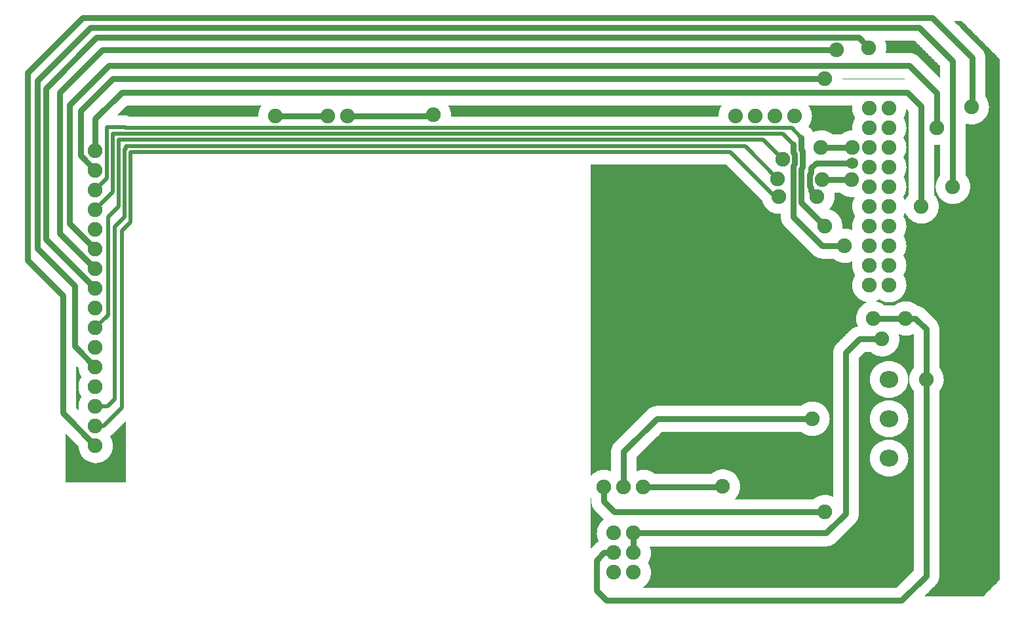
<source format=gtl>
%FSLAX44Y44*%
%MOMM*%
G71*
G01*
G75*
G04 Layer_Physical_Order=1*
G04 Layer_Color=255*
%ADD10C,0.1016*%
%ADD11C,0.7620*%
%ADD12C,0.5080*%
%ADD13O,2.4130X2.1590*%
%ADD14C,1.9050*%
%ADD15C,1.5240*%
D10*
X1054862Y556574D02*
X1055372Y555978D01*
X1064726Y500845D02*
X1062415Y499438D01*
X1060357Y497684D01*
X1064726Y500845D02*
X1062415Y499438D01*
X1060357Y497684D01*
X1071188Y529075D02*
X1069209Y527365D01*
X1067440Y525439D01*
X1065904Y523323D01*
X1064622Y521044D01*
X1063609Y518633D01*
X1062880Y516122D01*
X1062444Y513544D01*
X1062307Y510932D01*
X1062471Y508322D01*
X1062934Y505749D01*
X1063689Y503245D01*
X1064726Y500845D01*
X1122842Y441198D02*
X1124866Y442681D01*
X1126714Y444377D01*
X1128364Y446267D01*
X1129796Y448327D01*
X1130992Y450533D01*
X1131937Y452857D01*
X1132621Y455271D01*
X1133035Y457745D01*
X1133173Y460250D01*
X1133013Y462939D01*
X1132537Y465590D01*
X1131750Y468166D01*
X1130664Y470631D01*
X1129295Y472950D01*
X1130664Y475269D01*
X1131750Y477734D01*
X1132537Y480310D01*
X1133013Y482961D01*
X1133173Y485650D01*
X1132993Y488504D01*
X1132456Y491313D01*
X1131571Y494032D01*
X1055372Y551940D02*
X1055581Y549278D01*
X1056205Y546681D01*
X1057227Y544214D01*
X1058622Y541937D01*
X1060356Y539907D01*
X1055372Y551940D02*
X1055581Y549278D01*
X1056205Y546681D01*
X1057227Y544214D01*
X1058622Y541937D01*
X1060356Y539907D01*
X1080772Y592181D02*
X1078306Y593000D01*
X1075762Y593531D01*
X1073174Y593769D01*
X1070576Y593711D01*
X1068002Y593355D01*
X1065485Y592709D01*
X1063059Y591780D01*
X1060754Y590579D01*
X1058601Y589124D01*
X1056629Y587432D01*
X1054862Y585526D01*
X1138262Y588068D02*
X1136299Y589623D01*
X1134175Y590952D01*
X1131919Y592040D01*
X1129557Y592873D01*
X1127117Y593441D01*
X1124629Y593737D01*
X1122124Y593758D01*
X1119632Y593503D01*
X1117184Y592975D01*
X1114808Y592181D01*
X392749Y622774D02*
X393037Y620290D01*
X393596Y617854D01*
X394420Y615493D01*
X395498Y613237D01*
X396817Y611113D01*
X398361Y609147D01*
X400112Y607362D01*
X402048Y605780D01*
X404146Y604421D01*
X406381Y603300D01*
X408726Y602431D01*
X411151Y601825D01*
X413629Y601489D01*
X416128Y601427D01*
X418619Y601640D01*
X421072Y602126D01*
X423456Y602877D01*
X425744Y603886D01*
X427907Y605140D01*
X429919Y606624D01*
X431756Y608320D01*
X433396Y610208D01*
X434818Y612264D01*
X436006Y614464D01*
X436946Y616781D01*
X437625Y619187D01*
X438036Y621653D01*
X438173Y624150D01*
X438027Y626720D01*
X437592Y629258D01*
X436872Y631730D01*
X435878Y634104D01*
X434621Y636352D01*
X434621Y636352D02*
X437176Y638425D01*
X434621Y636352D02*
X437165Y638414D01*
X396585Y687650D02*
X395276Y685448D01*
X394223Y683113D01*
X393439Y680674D01*
X392935Y678162D01*
X392717Y675610D01*
X392787Y673049D01*
X393144Y670513D01*
X1085756Y628493D02*
X1084022Y626463D01*
X1082627Y624186D01*
X1081605Y621719D01*
X1080982Y619122D01*
X1080772Y616460D01*
X1085756Y628493D02*
X1084022Y626463D01*
X1082627Y624186D01*
X1081605Y621719D01*
X1080982Y619122D01*
X1080772Y616460D01*
X1140460Y676148D02*
X1137798Y675938D01*
X1135201Y675315D01*
X1132734Y674293D01*
X1130457Y672898D01*
X1128426Y671164D01*
X1140460Y676148D02*
X1137798Y675938D01*
X1135201Y675315D01*
X1132734Y674293D01*
X1130457Y672898D01*
X1128426Y671164D01*
X1241697Y555498D02*
X1243378Y557395D01*
X1244837Y559467D01*
X1246057Y561689D01*
X1247022Y564033D01*
X1247719Y566470D01*
X1248142Y568969D01*
X1248283Y571500D01*
X1367282Y559062D02*
X1364828Y560043D01*
X1362276Y560733D01*
X1359662Y561122D01*
X1357020Y561205D01*
X1354386Y560980D01*
X1351797Y560452D01*
X1349286Y559626D01*
X1346888Y558515D01*
X1344635Y557132D01*
X1342558Y555498D01*
X1248283Y571500D02*
X1248144Y574012D01*
X1247728Y576493D01*
X1247040Y578913D01*
X1246090Y581242D01*
X1244888Y583451D01*
X1243449Y585515D01*
X1241791Y587407D01*
X1239934Y589104D01*
X1237901Y590585D01*
X1235716Y591833D01*
X1233408Y592832D01*
X1231003Y593569D01*
X1228531Y594037D01*
X1226022Y594228D01*
X1223508Y594141D01*
X1221019Y593777D01*
X1218586Y593140D01*
X1216237Y592238D01*
X1214003Y591082D01*
X1211910Y589686D01*
X1209984Y588068D01*
X1326048Y642112D02*
X1327994Y640569D01*
X1330098Y639248D01*
X1332332Y638164D01*
X1334672Y637331D01*
X1337089Y636757D01*
X1339554Y636451D01*
X1342038Y636415D01*
X1344510Y636651D01*
X1346942Y637155D01*
X1349305Y637922D01*
X1351570Y638941D01*
X1353710Y640202D01*
X1355700Y641688D01*
X1357516Y643383D01*
X1359136Y645266D01*
X1360541Y647314D01*
X1361714Y649503D01*
X1362641Y651808D01*
X1363312Y654199D01*
X1363717Y656650D01*
X1363853Y659130D01*
X1363717Y661610D01*
X1363312Y664061D01*
X1362641Y666452D01*
X1361714Y668757D01*
X1360541Y670946D01*
X1359136Y672994D01*
X1357516Y674877D01*
X1355700Y676572D01*
X1353710Y678058D01*
X1351570Y679319D01*
X1349305Y680338D01*
X1346942Y681105D01*
X1344510Y681609D01*
X1342038Y681844D01*
X1339554Y681809D01*
X1337089Y681503D01*
X1334672Y680929D01*
X1332332Y680096D01*
X1330098Y679012D01*
X1327994Y677691D01*
X1326048Y676148D01*
X396585Y713050D02*
X395328Y710948D01*
X394305Y708723D01*
X393527Y706401D01*
X393003Y704009D01*
X392740Y701574D01*
X392740Y699125D01*
X393004Y696691D01*
X393527Y694298D01*
X394305Y691976D01*
X395329Y689752D01*
X396585Y687650D01*
X392749Y724374D02*
X393023Y721971D01*
X393552Y719611D01*
X394328Y717320D01*
X395343Y715125D01*
X396585Y713050D01*
X459458Y1050123D02*
X457456Y1050824D01*
X455378Y1051250D01*
X453262Y1051393D01*
X459458Y1050123D02*
X457456Y1050824D01*
X455378Y1051250D01*
X453262Y1051393D01*
X874860Y1050163D02*
X874903Y1051560D01*
X629382Y1063752D02*
X628050Y1061722D01*
X626943Y1059561D01*
X626073Y1057294D01*
X625449Y1054948D01*
X625079Y1052548D01*
X624968Y1050123D01*
X874903Y1051560D02*
X874758Y1054128D01*
X874323Y1056663D01*
X873604Y1059133D01*
X872612Y1061506D01*
X871357Y1063752D01*
X1341786Y870616D02*
X1343817Y868882D01*
X1346094Y867487D01*
X1348561Y866465D01*
X1351158Y865842D01*
X1353820Y865632D01*
X1341786Y870616D02*
X1343817Y868882D01*
X1346094Y867487D01*
X1348561Y866465D01*
X1351158Y865842D01*
X1353820Y865632D01*
X1275816Y940923D02*
X1276523Y938529D01*
X1277487Y936226D01*
X1278699Y934043D01*
X1280142Y932007D01*
X1281801Y930141D01*
X1283653Y928467D01*
X1285678Y927007D01*
X1287851Y925778D01*
X1290146Y924795D01*
X1292534Y924069D01*
X1294988Y923609D01*
X1297477Y923422D01*
X1299972Y923508D01*
Y919480D02*
X1300181Y916818D01*
X1300805Y914221D01*
X1301827Y911754D01*
X1303222Y909477D01*
X1304956Y907446D01*
X1299972Y919480D02*
X1300181Y916818D01*
X1300805Y914221D01*
X1301827Y911754D01*
X1303222Y909477D01*
X1304956Y907446D01*
X1367622Y1026668D02*
X1365698Y1028195D01*
X1363620Y1029506D01*
X1361412Y1030584D01*
X1359101Y1031419D01*
X1356714Y1031998D01*
X1354278Y1032317D01*
X1351821Y1032371D01*
X1349374Y1032160D01*
X1346963Y1031686D01*
X1344618Y1030954D01*
X1342365Y1029974D01*
X1342365Y1029974D02*
X1341224Y1031917D01*
X1339837Y1033692D01*
X1338227Y1035269D01*
X1336423Y1036619D01*
X1336423Y1036619D02*
X1337786Y1038648D01*
X1338922Y1040811D01*
X1339820Y1043083D01*
X1340469Y1045439D01*
X1340862Y1047850D01*
X1340993Y1050290D01*
X1340866Y1052687D01*
X1340488Y1055057D01*
X1339861Y1057374D01*
X1338994Y1059612D01*
X1337896Y1061746D01*
X1336578Y1063752D01*
X1223742D02*
X1222414Y1061727D01*
X1221309Y1059573D01*
X1220439Y1057313D01*
X1219815Y1054974D01*
X1219443Y1052581D01*
X1219327Y1050163D01*
X1359410Y494032D02*
X1362072Y494242D01*
X1364669Y494865D01*
X1367136Y495887D01*
X1369413Y497282D01*
X1371444Y499017D01*
X1359410Y494032D02*
X1362072Y494242D01*
X1364669Y494865D01*
X1367136Y495887D01*
X1369413Y497282D01*
X1371444Y499017D01*
X1396334Y523906D02*
X1398068Y525937D01*
X1399463Y528214D01*
X1400485Y530681D01*
X1401109Y533278D01*
X1401318Y535940D01*
X1396334Y523906D02*
X1398068Y525937D01*
X1399463Y528214D01*
X1400485Y530681D01*
X1401109Y533278D01*
X1401318Y535940D01*
X1438910Y632333D02*
X1436401Y632201D01*
X1433920Y631809D01*
X1431493Y631158D01*
X1429147Y630258D01*
X1426909Y629117D01*
X1424801Y627749D01*
X1422849Y626168D01*
X1421072Y624391D01*
X1419491Y622439D01*
X1418123Y620331D01*
X1416982Y618093D01*
X1416082Y615747D01*
X1415432Y613321D01*
X1415038Y610839D01*
X1414907Y608330D01*
X1415038Y605821D01*
X1415432Y603340D01*
X1416082Y600913D01*
X1416982Y598567D01*
X1418123Y596329D01*
X1419491Y594221D01*
X1421072Y592269D01*
X1422849Y590492D01*
X1424801Y588911D01*
X1426909Y587543D01*
X1429147Y586402D01*
X1431493Y585502D01*
X1433920Y584851D01*
X1436401Y584459D01*
X1438910Y584327D01*
X1441450D02*
X1443959Y584459D01*
X1446440Y584851D01*
X1448867Y585502D01*
X1451213Y586402D01*
X1453452Y587543D01*
X1455559Y588911D01*
X1457511Y590492D01*
X1459288Y592269D01*
X1460869Y594221D01*
X1462237Y596329D01*
X1463378Y598567D01*
X1464278Y600913D01*
X1464928Y603340D01*
X1465322Y605821D01*
X1465453Y608330D01*
X1465322Y610839D01*
X1464928Y613321D01*
X1464278Y615747D01*
X1463378Y618093D01*
X1462237Y620331D01*
X1460869Y622439D01*
X1459288Y624391D01*
X1457511Y626168D01*
X1455559Y627749D01*
X1453452Y629117D01*
X1451213Y630258D01*
X1448867Y631158D01*
X1446440Y631809D01*
X1443959Y632201D01*
X1441450Y632333D01*
X1438910Y683133D02*
X1436401Y683001D01*
X1433920Y682608D01*
X1431493Y681958D01*
X1429147Y681058D01*
X1426909Y679917D01*
X1424801Y678549D01*
X1422849Y676968D01*
X1421072Y675191D01*
X1419491Y673239D01*
X1418123Y671132D01*
X1416982Y668893D01*
X1416082Y666547D01*
X1415432Y664120D01*
X1415038Y661639D01*
X1414907Y659130D01*
X1415038Y656621D01*
X1415432Y654139D01*
X1416082Y651713D01*
X1416982Y649367D01*
X1418123Y647129D01*
X1419491Y645021D01*
X1421072Y643069D01*
X1422849Y641292D01*
X1424801Y639711D01*
X1426909Y638343D01*
X1429147Y637202D01*
X1431493Y636302D01*
X1433920Y635652D01*
X1436401Y635258D01*
X1438910Y635127D01*
X1372266Y756254D02*
X1370532Y754223D01*
X1369137Y751946D01*
X1368115Y749479D01*
X1367491Y746882D01*
X1367282Y744220D01*
X1372266Y756254D02*
X1370532Y754223D01*
X1369137Y751946D01*
X1368115Y749479D01*
X1367491Y746882D01*
X1367282Y744220D01*
X1438910Y733933D02*
X1436401Y733801D01*
X1433920Y733409D01*
X1431493Y732758D01*
X1429147Y731858D01*
X1426909Y730717D01*
X1424801Y729349D01*
X1422849Y727768D01*
X1421072Y725991D01*
X1419491Y724039D01*
X1418123Y721932D01*
X1416982Y719693D01*
X1416082Y717347D01*
X1415432Y714921D01*
X1415038Y712439D01*
X1414907Y709930D01*
X1415038Y707421D01*
X1415432Y704939D01*
X1416082Y702513D01*
X1416982Y700167D01*
X1418123Y697928D01*
X1419491Y695821D01*
X1421072Y693869D01*
X1422849Y692092D01*
X1424801Y690511D01*
X1426909Y689143D01*
X1429147Y688002D01*
X1431493Y687102D01*
X1433920Y686451D01*
X1436401Y686059D01*
X1438910Y685927D01*
X1416218Y744982D02*
X1418164Y743439D01*
X1420267Y742118D01*
X1422502Y741034D01*
X1424842Y740201D01*
X1427259Y739627D01*
X1429724Y739321D01*
X1432207Y739286D01*
X1434680Y739521D01*
X1437112Y740025D01*
X1439475Y740792D01*
X1441740Y741811D01*
X1443880Y743072D01*
X1445870Y744558D01*
X1447686Y746253D01*
X1449306Y748136D01*
X1450711Y750184D01*
X1451884Y752374D01*
X1452811Y754678D01*
X1453482Y757069D01*
X1453887Y759520D01*
X1454023Y762000D01*
X1465453Y659130D02*
X1465322Y661639D01*
X1464928Y664120D01*
X1464278Y666547D01*
X1463378Y668893D01*
X1462237Y671132D01*
X1460869Y673239D01*
X1459288Y675191D01*
X1457511Y676968D01*
X1455559Y678549D01*
X1453452Y679917D01*
X1451213Y681058D01*
X1448867Y681958D01*
X1446440Y682608D01*
X1443959Y683001D01*
X1441450Y683133D01*
Y635127D02*
X1443959Y635258D01*
X1446440Y635652D01*
X1448867Y636302D01*
X1451213Y637202D01*
X1453452Y638343D01*
X1455559Y639711D01*
X1457511Y641292D01*
X1459288Y643069D01*
X1460869Y645021D01*
X1462237Y647129D01*
X1463378Y649367D01*
X1464278Y651713D01*
X1464928Y654139D01*
X1465322Y656621D01*
X1465453Y659130D01*
X1441450Y685927D02*
X1443959Y686059D01*
X1446440Y686451D01*
X1448867Y687102D01*
X1451213Y688002D01*
X1453452Y689143D01*
X1455559Y690511D01*
X1457511Y692092D01*
X1459288Y693869D01*
X1460869Y695821D01*
X1462237Y697928D01*
X1463378Y700167D01*
X1464278Y702513D01*
X1464928Y704939D01*
X1465322Y707421D01*
X1465453Y709930D01*
X1465322Y712439D01*
X1464928Y714921D01*
X1464278Y717347D01*
X1463378Y719693D01*
X1462237Y721932D01*
X1460869Y724039D01*
X1459288Y725991D01*
X1457511Y727768D01*
X1455559Y729349D01*
X1453452Y730717D01*
X1451213Y731858D01*
X1448867Y732758D01*
X1446440Y733409D01*
X1443959Y733801D01*
X1441450Y733933D01*
X1500474Y443896D02*
X1502208Y445927D01*
X1503603Y448204D01*
X1504625Y450671D01*
X1505249Y453268D01*
X1505458Y455930D01*
X1500474Y443896D02*
X1502208Y445927D01*
X1503603Y448204D01*
X1504625Y450671D01*
X1505249Y453268D01*
X1505458Y455930D01*
X1471422Y725002D02*
X1469850Y723015D01*
X1468510Y720865D01*
X1467417Y718579D01*
X1466585Y716186D01*
X1466024Y713715D01*
X1465742Y711197D01*
Y708663D01*
X1466024Y706145D01*
X1466585Y703674D01*
X1467417Y701281D01*
X1468510Y698995D01*
X1469850Y696845D01*
X1471422Y694858D01*
X1511173Y709930D02*
X1511007Y712670D01*
X1510513Y715369D01*
X1509696Y717990D01*
X1508570Y720493D01*
X1507150Y722842D01*
X1505458Y725002D01*
Y694858D02*
X1507150Y697018D01*
X1508570Y699367D01*
X1509696Y701870D01*
X1510513Y704491D01*
X1511007Y707190D01*
X1511173Y709930D01*
X1380184Y905204D02*
X1380363Y908050D01*
X1399380Y778802D02*
X1396794Y778176D01*
X1394337Y777154D01*
X1392069Y775762D01*
X1390046Y774034D01*
X1399380Y778802D02*
X1396794Y778176D01*
X1394337Y777154D01*
X1392069Y775762D01*
X1390046Y774034D01*
X1410717Y809483D02*
X1408394Y808300D01*
X1406223Y806859D01*
X1404231Y805178D01*
X1402444Y803281D01*
X1400887Y801192D01*
X1399578Y798938D01*
X1398536Y796549D01*
X1397774Y794057D01*
X1397303Y791494D01*
X1397128Y788893D01*
X1397252Y786290D01*
X1397673Y783718D01*
X1398385Y781211D01*
X1399380Y778802D01*
X1434932Y805688D02*
X1432991Y807227D01*
X1430894Y808546D01*
X1428666Y809628D01*
X1426333Y810462D01*
X1423923Y811037D01*
X1425746Y811937D01*
X1427480Y812995D01*
X1367958Y865632D02*
X1370023Y864006D01*
X1372262Y862629D01*
X1374645Y861520D01*
X1377141Y860693D01*
X1379714Y860160D01*
X1382333Y859928D01*
X1384960Y859999D01*
X1387562Y860373D01*
X1390103Y861046D01*
X1392550Y862007D01*
X1392152Y859429D01*
X1392051Y856823D01*
X1392250Y854222D01*
X1392745Y851661D01*
X1393530Y849174D01*
X1394595Y846793D01*
X1395925Y844550D01*
X1394643Y842399D01*
X1393605Y840120D01*
X1392823Y837741D01*
X1392309Y835290D01*
X1392067Y832798D01*
X1392100Y830294D01*
X1392409Y827809D01*
X1392989Y825372D01*
X1393834Y823015D01*
X1394933Y820765D01*
X1396273Y818649D01*
X1397837Y816693D01*
X1399607Y814922D01*
X1401561Y813356D01*
X1403675Y812014D01*
X1405924Y810913D01*
X1408281Y810066D01*
X1410717Y809483D01*
X1392550Y903294D02*
X1390194Y904225D01*
X1387748Y904888D01*
X1385244Y905275D01*
X1382712Y905381D01*
X1380184Y905204D01*
X1395925Y920750D02*
X1394595Y918507D01*
X1393530Y916126D01*
X1392745Y913639D01*
X1392250Y911078D01*
X1392051Y908477D01*
X1392152Y905871D01*
X1392550Y903294D01*
X1380363Y908050D02*
X1380228Y910527D01*
X1379823Y912975D01*
X1379154Y915364D01*
X1378229Y917666D01*
X1377058Y919854D01*
X1375656Y921901D01*
X1374040Y923783D01*
X1372227Y925477D01*
X1370241Y926964D01*
X1368105Y928226D01*
X1365844Y929247D01*
X1363485Y930016D01*
Y930016D02*
X1365198Y931920D01*
X1366687Y934005D01*
X1367931Y936243D01*
X1368915Y938608D01*
X1369628Y941068D01*
X1370059Y943593D01*
X1370203Y946150D01*
X1370087Y948448D01*
X1369738Y950722D01*
X1395361Y945269D02*
X1394143Y942984D01*
X1393193Y940576D01*
X1392522Y938075D01*
X1392141Y935514D01*
X1392053Y932927D01*
X1392260Y930346D01*
X1392759Y927806D01*
X1393544Y925338D01*
X1394603Y922976D01*
X1395925Y920750D01*
X1376848Y950722D02*
X1378799Y949175D01*
X1380909Y947852D01*
X1383150Y946767D01*
X1385497Y945933D01*
X1387921Y945362D01*
X1390392Y945058D01*
X1392882Y945027D01*
X1395361Y945269D01*
X1454023Y762000D02*
X1453850Y764802D01*
X1453332Y767561D01*
X1453332D02*
X1455808Y766733D01*
X1458362Y766194D01*
X1460961Y765951D01*
X1463571Y766009D01*
X1466158Y766364D01*
X1468686Y767014D01*
X1471123Y767950D01*
X1477064Y805489D02*
X1475079Y807100D01*
X1472925Y808478D01*
X1470630Y809605D01*
X1468224Y810468D01*
X1465735Y811055D01*
X1463197Y811358D01*
X1460640Y811375D01*
X1458098Y811105D01*
X1455602Y810550D01*
X1453184Y809719D01*
X1450875Y808622D01*
X1448704Y807273D01*
X1446698Y805688D01*
X1486504Y800704D02*
X1484459Y802448D01*
X1482165Y803849D01*
X1479680Y804871D01*
X1477064Y805489D01*
X1486504Y800704D02*
X1484459Y802448D01*
X1482165Y803849D01*
X1479680Y804871D01*
X1477064Y805489D01*
X1459035Y920750D02*
X1460179Y922642D01*
X1461135Y924637D01*
Y942263D02*
X1460179Y944258D01*
X1459035Y946150D01*
X1427480Y812995D02*
X1429705Y811674D01*
X1432065Y810615D01*
X1434530Y809830D01*
X1437069Y809331D01*
X1439648Y809123D01*
X1442234Y809210D01*
X1444793Y809590D01*
X1447292Y810258D01*
X1449700Y811206D01*
X1451984Y812422D01*
X1454115Y813889D01*
X1456065Y815588D01*
X1457810Y817499D01*
X1459327Y819595D01*
X1460595Y821850D01*
X1461599Y824234D01*
X1462326Y826717D01*
X1462766Y829267D01*
X1462913Y831850D01*
X1462753Y834539D01*
X1462277Y837190D01*
X1461490Y839766D01*
X1460404Y842231D01*
X1459035Y844550D01*
X1459035D02*
X1460404Y846869D01*
X1461490Y849334D01*
X1462277Y851910D01*
X1462753Y854561D01*
X1462913Y857250D01*
X1459035Y869950D02*
X1460404Y872269D01*
X1461490Y874734D01*
X1462277Y877310D01*
X1462753Y879961D01*
X1462913Y882650D01*
Y857250D02*
X1462753Y859939D01*
X1462277Y862590D01*
X1461490Y865166D01*
X1460404Y867631D01*
X1459035Y869950D01*
X1462913Y882650D02*
X1462753Y885339D01*
X1462277Y887990D01*
X1461490Y890566D01*
X1460404Y893031D01*
X1459035Y895350D01*
X1459035D02*
X1460404Y897669D01*
X1461490Y900134D01*
X1462277Y902710D01*
X1462753Y905361D01*
X1462913Y908050D01*
X1462753Y910739D01*
X1462277Y913390D01*
X1461490Y915966D01*
X1460404Y918431D01*
X1459035Y920750D01*
X1465072Y948522D02*
X1463535Y946583D01*
X1462217Y944489D01*
X1461135Y942263D01*
X1392207Y1032362D02*
X1389639Y1032104D01*
X1387116Y1031557D01*
X1384672Y1030727D01*
X1382338Y1029626D01*
X1380144Y1028267D01*
X1378118Y1026668D01*
X1462913Y958850D02*
X1462753Y961539D01*
X1462277Y964190D01*
X1461490Y966766D01*
X1460404Y969231D01*
X1459035Y971550D01*
X1459035D02*
X1460404Y973869D01*
X1461490Y976334D01*
X1462277Y978910D01*
X1462753Y981561D01*
X1462913Y984250D01*
X1459035Y946150D02*
X1460404Y948469D01*
X1461490Y950934D01*
X1462277Y953510D01*
X1462753Y956161D01*
X1462913Y958850D01*
Y1009650D02*
X1462753Y1012339D01*
X1462277Y1014990D01*
X1461490Y1017566D01*
X1460404Y1020031D01*
X1459035Y1022350D01*
X1459035Y996950D02*
X1460404Y999269D01*
X1461490Y1001734D01*
X1462277Y1004310D01*
X1462753Y1006961D01*
X1462913Y1009650D01*
Y984250D02*
X1462753Y986939D01*
X1462277Y989590D01*
X1461490Y992166D01*
X1460404Y994631D01*
X1459035Y996950D01*
X1459035Y1022350D02*
X1460404Y1024669D01*
X1461490Y1027134D01*
X1462277Y1029710D01*
X1462753Y1032361D01*
X1462913Y1035050D01*
X1395925Y1047750D02*
X1394556Y1045431D01*
X1393470Y1042966D01*
X1392683Y1040390D01*
X1392207Y1037739D01*
X1392047Y1035050D01*
X1392207Y1032362D01*
X1392288Y1063752D02*
X1392065Y1061365D01*
X1392095Y1058968D01*
X1392378Y1056587D01*
X1392909Y1054249D01*
X1393683Y1051981D01*
X1394693Y1049806D01*
X1395925Y1047750D01*
X1436508Y1132078D02*
X1437118Y1135067D01*
X1437323Y1138111D01*
X1437192Y1140545D01*
X1436801Y1142952D01*
X1436154Y1145304D01*
X1435260Y1147572D01*
X1462913Y1035050D02*
X1462753Y1037739D01*
X1462277Y1040390D01*
X1461490Y1042966D01*
X1460404Y1045431D01*
X1459035Y1047750D01*
X1459035D02*
X1460456Y1050170D01*
X1461568Y1052746D01*
X1462354Y1055440D01*
X1462802Y1058211D01*
X1478884Y1127094D02*
X1476853Y1128828D01*
X1474576Y1130223D01*
X1472109Y1131245D01*
X1469512Y1131869D01*
X1466850Y1132078D01*
X1478884Y1127094D02*
X1476853Y1128828D01*
X1474576Y1130223D01*
X1472109Y1131245D01*
X1469512Y1131869D01*
X1466850Y1132078D01*
X1461135Y924637D02*
X1462226Y922395D01*
X1463557Y920286D01*
X1465110Y918335D01*
X1466867Y916566D01*
X1468808Y915001D01*
X1470908Y913657D01*
X1473143Y912551D01*
X1475486Y911697D01*
X1477908Y911105D01*
X1480380Y910781D01*
X1482873Y910731D01*
X1485357Y910953D01*
X1487801Y911446D01*
X1490176Y912204D01*
X1492455Y913217D01*
X1494608Y914474D01*
X1496611Y915959D01*
X1498439Y917655D01*
X1500071Y919540D01*
X1501486Y921593D01*
X1502668Y923789D01*
X1503602Y926100D01*
X1504278Y928501D01*
X1504686Y930960D01*
X1504823Y933450D01*
X1504657Y936190D01*
X1504163Y938889D01*
X1503346Y941510D01*
X1502220Y944013D01*
X1500800Y946362D01*
X1499108Y948522D01*
X1505458Y774700D02*
X1505249Y777362D01*
X1504625Y779959D01*
X1503603Y782426D01*
X1502208Y784703D01*
X1500474Y786734D01*
X1505458Y774700D02*
X1505249Y777362D01*
X1504625Y779959D01*
X1503603Y782426D01*
X1502208Y784703D01*
X1500474Y786734D01*
X1505712Y973922D02*
X1504154Y971954D01*
X1502823Y969827D01*
X1501734Y967565D01*
X1500901Y965197D01*
X1500334Y962752D01*
X1500041Y960259D01*
X1500024Y957749D01*
X1500283Y955253D01*
X1500817Y952800D01*
X1501617Y950421D01*
X1502675Y948145D01*
X1503978Y945999D01*
X1505509Y944010D01*
X1507250Y942202D01*
X1509180Y940597D01*
X1511275Y939214D01*
X1513509Y938071D01*
X1515856Y937181D01*
X1518287Y936555D01*
X1520772Y936201D01*
X1523280Y936124D01*
X1525783Y936323D01*
X1528248Y936797D01*
X1530645Y937540D01*
X1532946Y938542D01*
X1535123Y939792D01*
X1537148Y941274D01*
X1538998Y942971D01*
X1540650Y944861D01*
X1542083Y946922D01*
X1543280Y949128D01*
X1544226Y951453D01*
X1544910Y953868D01*
X1545324Y956344D01*
X1545463Y958850D01*
Y958850D02*
X1545297Y961590D01*
X1544803Y964289D01*
X1543986Y966910D01*
X1542860Y969413D01*
X1541440Y971762D01*
X1539748Y973922D01*
X1499108Y1012558D02*
X1501306Y1012344D01*
X1503514D01*
X1505712Y1012558D01*
X1539748Y1040128D02*
X1542186Y1039473D01*
X1544682Y1039092D01*
X1547205Y1038990D01*
X1549723Y1039168D01*
X1552206Y1039625D01*
X1554623Y1040354D01*
X1556945Y1041346D01*
X1559142Y1042590D01*
X1561187Y1044070D01*
X1563056Y1045768D01*
X1564725Y1047662D01*
X1566174Y1049730D01*
X1567384Y1051945D01*
X1568342Y1054281D01*
X1569034Y1056709D01*
X1569453Y1059199D01*
X1569593Y1061720D01*
Y1061720D02*
X1569465Y1064125D01*
X1569084Y1066504D01*
X1568453Y1068828D01*
X1567580Y1071073D01*
X1566474Y1073213D01*
X1565148Y1075223D01*
Y1125220D02*
X1564939Y1127882D01*
X1564315Y1130479D01*
X1563293Y1132946D01*
X1561898Y1135223D01*
X1560164Y1137254D01*
X1565148Y1125220D02*
X1564939Y1127882D01*
X1564315Y1130479D01*
X1563293Y1132946D01*
X1561898Y1135223D01*
X1560164Y1137254D01*
X413004Y577342D02*
Y601548D01*
X411480Y577342D02*
Y601764D01*
X412242Y577342D02*
Y601643D01*
X415290Y577342D02*
Y601417D01*
X413766Y577342D02*
Y601479D01*
X414528Y577342D02*
Y601435D01*
X408432Y577342D02*
Y602524D01*
X406908Y577342D02*
Y603079D01*
X407670Y577342D02*
Y602786D01*
X410718Y577342D02*
Y601913D01*
X409194Y577342D02*
Y602292D01*
X409956Y577342D02*
Y602088D01*
X420624Y577342D02*
Y602016D01*
X421386Y577342D02*
Y602208D01*
X422148Y577342D02*
Y602429D01*
X422910Y577342D02*
Y602679D01*
X423672Y577342D02*
Y602960D01*
X424434Y577342D02*
Y603272D01*
X416052Y577342D02*
Y601425D01*
X416814Y577342D02*
Y601458D01*
X417576Y577342D02*
Y601517D01*
X418338Y577342D02*
Y601602D01*
X419100Y577342D02*
Y601713D01*
X419862Y577342D02*
Y601851D01*
X399288Y577342D02*
Y608153D01*
X397764Y577342D02*
Y609855D01*
X398526Y577342D02*
Y608961D01*
X401574Y577342D02*
Y606135D01*
X400050Y577342D02*
Y607419D01*
X400812Y577342D02*
Y606748D01*
X394716Y577342D02*
Y614806D01*
X393192Y577342D02*
Y619479D01*
X393954Y577342D02*
Y616724D01*
X397002Y577342D02*
Y610852D01*
X395478Y577342D02*
Y613273D01*
X396240Y577342D02*
Y611978D01*
X429768Y577342D02*
Y606501D01*
X430530Y577342D02*
Y607147D01*
X431292Y577342D02*
Y607855D01*
X432054Y577342D02*
Y608633D01*
X432816Y577342D02*
Y609492D01*
X433578Y577342D02*
Y610446D01*
X403860Y577342D02*
Y604587D01*
X402336Y577342D02*
Y605574D01*
X403098Y577342D02*
Y605059D01*
X406146Y577342D02*
Y603404D01*
X404622Y577342D02*
Y604156D01*
X405384Y577342D02*
Y603762D01*
X1054862Y518160D02*
X1063447D01*
X1054862Y519684D02*
X1064010D01*
X1054862Y518922D02*
X1063713D01*
X1054862Y520446D02*
X1064340D01*
X1054862Y521970D02*
X1065101D01*
X1054862Y521208D02*
X1064703D01*
X1054862Y522732D02*
X1065538D01*
X1054862Y524256D02*
X1066536D01*
X1054862Y523494D02*
X1066015D01*
X1054862Y526542D02*
X1068403D01*
X1054862Y528066D02*
X1069965D01*
X1054862Y527304D02*
X1069146D01*
X1054862Y509778D02*
X1062343D01*
X1054862Y511302D02*
X1062308D01*
X1054862Y510540D02*
X1062313D01*
X1054862Y507492D02*
X1062587D01*
X1054862Y509016D02*
X1062398D01*
X1054862Y508254D02*
X1062480D01*
X1054862Y512064D02*
X1062330D01*
X1054862Y513588D02*
X1062449D01*
X1054862Y512826D02*
X1062376D01*
X1054862Y514350D02*
X1062548D01*
X1054862Y515874D02*
X1062825D01*
X1054862Y515112D02*
X1062673D01*
X1054862Y544830D02*
X1056928D01*
X1054862Y492189D02*
Y556574D01*
Y545592D02*
X1056600D01*
X1054862Y542544D02*
X1058201D01*
X1054862Y544068D02*
X1057302D01*
X1054862Y543306D02*
X1057725D01*
X1054862Y548640D02*
X1055695D01*
X376682Y577342D02*
X453898D01*
X1054862Y546354D02*
X1056315D01*
X1054862Y547878D02*
X1055864D01*
X1054862Y547116D02*
X1056070D01*
X1054862Y533400D02*
X1066863D01*
X1054862Y534924D02*
X1065339D01*
X1054862Y534162D02*
X1066101D01*
X1054862Y528828D02*
X1070872D01*
X1054862Y532638D02*
X1067625D01*
X1054862Y529590D02*
X1070673D01*
X1054862Y537972D02*
X1062291D01*
X1054862Y541020D02*
X1059338D01*
X1054862Y540258D02*
X1060015D01*
X1054862Y535686D02*
X1064577D01*
X1054862Y537210D02*
X1063053D01*
X1054862Y536448D02*
X1063815D01*
X376682Y589788D02*
X453898D01*
X376682Y591312D02*
X453898D01*
X376682Y590550D02*
X453898D01*
X376682Y587502D02*
X453898D01*
X376682Y589026D02*
X453898D01*
X376682Y588264D02*
X453898D01*
X376682Y594360D02*
X453898D01*
X376682Y601980D02*
X410411D01*
X376682Y595122D02*
X453898D01*
X376682Y592074D02*
X453898D01*
X376682Y593598D02*
X453898D01*
X376682Y592836D02*
X453898D01*
X425196Y577342D02*
Y603617D01*
X425958Y577342D02*
Y603996D01*
X426720Y577342D02*
Y604413D01*
X427482Y577342D02*
Y604868D01*
X428244Y577342D02*
Y605366D01*
X429006Y577342D02*
Y605908D01*
X376682Y605028D02*
X403146D01*
X376682Y606552D02*
X401049D01*
X376682Y605790D02*
X402034D01*
X376682Y602742D02*
X407792D01*
X376682Y604266D02*
X404421D01*
X376682Y603504D02*
X405925D01*
X376682Y609600D02*
X397973D01*
X376682Y611124D02*
X396809D01*
X376682Y610362D02*
X397366D01*
X376682Y607314D02*
X400164D01*
X376682Y608838D02*
X398637D01*
X376682Y608076D02*
X399365D01*
X376682Y614172D02*
X395014D01*
X376682Y617220D02*
X393789D01*
X376682Y614934D02*
X394659D01*
X376682Y611886D02*
X396299D01*
X376682Y613410D02*
X395404D01*
X376682Y612648D02*
X395831D01*
X434340Y577342D02*
Y611517D01*
X376682Y615696D02*
X394337D01*
X435102Y577342D02*
Y612739D01*
X435864Y577342D02*
Y614167D01*
X436626Y577342D02*
Y615907D01*
X437388Y577342D02*
Y618227D01*
X376682Y619506D02*
X393186D01*
X376682Y621030D02*
X392922D01*
X376682Y620268D02*
X393041D01*
X376682Y616458D02*
X394048D01*
X376682Y618744D02*
X393359D01*
X376682Y617982D02*
X393560D01*
X376682Y579882D02*
X453898D01*
X376682Y581406D02*
X453898D01*
X376682Y580644D02*
X453898D01*
X376682Y577596D02*
X453898D01*
X376682Y579120D02*
X453898D01*
X376682Y578358D02*
X453898D01*
X376682Y584454D02*
X453898D01*
X376682Y585978D02*
X453898D01*
X376682Y585216D02*
X453898D01*
X376682Y582168D02*
X453898D01*
X376682Y583692D02*
X453898D01*
X376682Y582930D02*
X453898D01*
X376682Y597408D02*
X453898D01*
X376682Y598932D02*
X453898D01*
X376682Y598170D02*
X453898D01*
X376682Y586740D02*
X453898D01*
X376682Y596646D02*
X453898D01*
X376682Y595884D02*
X453898D01*
X420469Y601980D02*
X453898D01*
X423088Y602742D02*
X453898D01*
X424955Y603504D02*
X453898D01*
X376682Y599694D02*
X453898D01*
X376682Y601218D02*
X453898D01*
X376682Y600456D02*
X453898D01*
X429831Y606552D02*
X453898D01*
X430716Y607314D02*
X453898D01*
X431516Y608076D02*
X453898D01*
X426459Y604266D02*
X453898D01*
X427734Y605028D02*
X453898D01*
X428845Y605790D02*
X453898D01*
X434071Y611124D02*
X453898D01*
X434581Y611886D02*
X453898D01*
X435049Y612648D02*
X453898D01*
X432243Y608838D02*
X453898D01*
X432907Y609600D02*
X453898D01*
X433514Y610362D02*
X453898D01*
X436543Y615696D02*
X453898D01*
X436832Y616458D02*
X453898D01*
X437091Y617220D02*
X453898D01*
X435476Y613410D02*
X453898D01*
X435866Y614172D02*
X453898D01*
X436221Y614934D02*
X453898D01*
X437320Y617982D02*
X453898D01*
X437521Y618744D02*
X453898D01*
X437694Y619506D02*
X453898D01*
X437839Y620268D02*
X453898D01*
X1054862Y619506D02*
X1081047D01*
X437958Y621030D02*
X453898D01*
X1054862Y620268D02*
X1081204D01*
X1123950Y441198D02*
Y441967D01*
X1124712Y441198D02*
Y442555D01*
X1125474Y441198D02*
Y443198D01*
X1126236Y441198D02*
Y443901D01*
X1127760Y441198D02*
Y445526D01*
X1128522Y441198D02*
Y446472D01*
X1054862Y493014D02*
X1055687D01*
X1054862Y494538D02*
X1057211D01*
X1054862Y493776D02*
X1056449D01*
X1126998Y441198D02*
Y444674D01*
X1054862Y496062D02*
X1058735D01*
X1054862Y495300D02*
X1057973D01*
X1129284Y441198D02*
Y447534D01*
X1130046Y441198D02*
Y448744D01*
X1130808Y441198D02*
Y450154D01*
X1131570Y441198D02*
Y451865D01*
X1132332Y441198D02*
Y454124D01*
X1133094Y441198D02*
Y458357D01*
X1130046Y471756D02*
Y474144D01*
X1130808Y470346D02*
Y475554D01*
X1131570Y468635D02*
Y477265D01*
X1132332Y466376D02*
Y479524D01*
Y491776D02*
Y494032D01*
X1133094Y462144D02*
Y483757D01*
X1056894Y494221D02*
Y544905D01*
X1055370Y492697D02*
Y555980D01*
X1056132Y493459D02*
Y546911D01*
X1054862Y496824D02*
X1059497D01*
X1054862Y492189D02*
X1060357Y497684D01*
X1054862Y497586D02*
X1060259D01*
X1054862Y498348D02*
X1061060D01*
X1054862Y499872D02*
X1063044D01*
X1054862Y499110D02*
X1061976D01*
X1054862Y500634D02*
X1064322D01*
X1054862Y502158D02*
X1064118D01*
X1054862Y501396D02*
X1064459D01*
X1059180Y496507D02*
Y541211D01*
X1057656Y494983D02*
Y543424D01*
X1058418Y495745D02*
Y542224D01*
X1059942Y497269D02*
Y540336D01*
X1062228Y499301D02*
Y538035D01*
X1060704Y498021D02*
Y539559D01*
X1061466Y498699D02*
Y538797D01*
X1063752Y500313D02*
Y503074D01*
X1062990Y499836D02*
Y505519D01*
X1133856Y441198D02*
Y494032D01*
X1134618Y441198D02*
Y494032D01*
X1138428Y441198D02*
Y494032D01*
X1135380Y441198D02*
Y494032D01*
X1137666Y441198D02*
Y494032D01*
X1133094Y487544D02*
Y494032D01*
X1136904Y441198D02*
Y494032D01*
X1136142Y441198D02*
Y494032D01*
X1145286Y441198D02*
Y494032D01*
X1143762Y441198D02*
Y494032D01*
X1144524Y441198D02*
Y494032D01*
X1147572Y441198D02*
Y494032D01*
X1146048Y441198D02*
Y494032D01*
X1146810Y441198D02*
Y494032D01*
X1140714Y441198D02*
Y494032D01*
X1139190Y441198D02*
Y494032D01*
X1139952Y441198D02*
Y494032D01*
X1143000Y441198D02*
Y494032D01*
X1141476Y441198D02*
Y494032D01*
X1142238Y441198D02*
Y494032D01*
X1154430Y441198D02*
Y494032D01*
X1152906Y441198D02*
Y494032D01*
X1153668Y441198D02*
Y494032D01*
X1156716Y441198D02*
Y494032D01*
X1155192Y441198D02*
Y494032D01*
X1155954Y441198D02*
Y494032D01*
X1149858Y441198D02*
Y494032D01*
X1148334Y441198D02*
Y494032D01*
X1149096Y441198D02*
Y494032D01*
X1152144Y441198D02*
Y494032D01*
X1150620Y441198D02*
Y494032D01*
X1151382Y441198D02*
Y494032D01*
X1164336Y441198D02*
Y494032D01*
X1162812Y441198D02*
Y494032D01*
X1163574Y441198D02*
Y494032D01*
X1166622Y441198D02*
Y494032D01*
X1165098Y441198D02*
Y494032D01*
X1165860Y441198D02*
Y494032D01*
X1159002Y441198D02*
Y494032D01*
X1157478Y441198D02*
Y494032D01*
X1158240Y441198D02*
Y494032D01*
X1161288Y441198D02*
Y494032D01*
X1162050Y441198D02*
Y494032D01*
X1159764Y441198D02*
Y494032D01*
X1160526Y441198D02*
Y494032D01*
X1054862Y505206D02*
X1063071D01*
X1054862Y506730D02*
X1062721D01*
X1054862Y505968D02*
X1062882D01*
X1054862Y502920D02*
X1063811D01*
X1054862Y504444D02*
X1063288D01*
X1054862Y503682D02*
X1063534D01*
X1054862Y516636D02*
X1063004D01*
X1054862Y525018D02*
X1067104D01*
X1054862Y517398D02*
X1063211D01*
X1054862Y525780D02*
X1067725D01*
X1054862Y531876D02*
X1068387D01*
X1054862Y530352D02*
X1069911D01*
X1064514Y520821D02*
Y535749D01*
X1062990Y516581D02*
Y537273D01*
X1063752Y519026D02*
Y536511D01*
X1066800Y524618D02*
Y533463D01*
X1065276Y522283D02*
Y534987D01*
X1066038Y523529D02*
Y534225D01*
X1069086Y527245D02*
Y531177D01*
X1067562Y525587D02*
Y532701D01*
X1068324Y526457D02*
Y531939D01*
X1070610Y528616D02*
Y529653D01*
X1054862Y531114D02*
X1069149D01*
X1069848Y527962D02*
Y530415D01*
X1054862Y586740D02*
X1055940D01*
X1054862Y588264D02*
X1057542D01*
X1054862Y587502D02*
X1056702D01*
X1054862Y538734D02*
X1061529D01*
X1054862Y541782D02*
X1058736D01*
X1054862Y539496D02*
X1060767D01*
X1054862Y589026D02*
X1058474D01*
X1054862Y590550D02*
X1060705D01*
X1054862Y589788D02*
X1059518D01*
X1054862Y591312D02*
X1062083D01*
X1054862Y614172D02*
X1080772D01*
X1054862Y613410D02*
X1080772D01*
X1055372Y551940D02*
Y555978D01*
X1060356Y539907D02*
X1071188Y529075D01*
X1054862Y592074D02*
X1063742D01*
X1054862Y592836D02*
X1065897D01*
X1054862Y593598D02*
X1069496D01*
X1080772Y592181D02*
Y616460D01*
X1054862Y609600D02*
X1080772D01*
X1054862Y616458D02*
X1080772D01*
X1054862Y614934D02*
X1080772D01*
X1054862Y596646D02*
X1080772D01*
X1054862Y598170D02*
X1080772D01*
X1054862Y597408D02*
X1080772D01*
X1054862Y594360D02*
X1080772D01*
X1054862Y595884D02*
X1080772D01*
X1054862Y595122D02*
X1080772D01*
X1054862Y601218D02*
X1080772D01*
X1054862Y606552D02*
X1080772D01*
X1054862Y605790D02*
X1080772D01*
X1054862Y598932D02*
X1080772D01*
X1054862Y600456D02*
X1080772D01*
X1054862Y599694D02*
X1080772D01*
X1078883Y592836D02*
X1080772D01*
X1054862Y601980D02*
X1080772D01*
X1075284Y593598D02*
X1080772D01*
X1114808Y592836D02*
X1116697D01*
X1114808Y593598D02*
X1120296D01*
X1054862Y605028D02*
X1080772D01*
X1054862Y608076D02*
X1080772D01*
X1054862Y607314D02*
X1080772D01*
X1054862Y602742D02*
X1080772D01*
X1054862Y604266D02*
X1080772D01*
X1054862Y603504D02*
X1080772D01*
X1054862Y608838D02*
X1080772D01*
X1054862Y611124D02*
X1080772D01*
X1054862Y610362D02*
X1080772D01*
X1114808Y592181D02*
Y609411D01*
X1115568Y592467D02*
Y610171D01*
X1116330Y592723D02*
Y610933D01*
X1054862Y611886D02*
X1080772D01*
X1054862Y615696D02*
X1080772D01*
X1054862Y612648D02*
X1080772D01*
X1054862Y617220D02*
X1080789D01*
X1054862Y618744D02*
X1080926D01*
X1054862Y617982D02*
X1080840D01*
X1117092Y592950D02*
Y611695D01*
X1117854Y593148D02*
Y612457D01*
X1118616Y593318D02*
Y613219D01*
X1119378Y593461D02*
Y613981D01*
X1120140Y593577D02*
Y614743D01*
X1126236Y593578D02*
Y620839D01*
X1120902Y593667D02*
Y615505D01*
X1121664Y593732D02*
Y616267D01*
X1122426Y593770D02*
Y617029D01*
X1123188Y593783D02*
Y617791D01*
X1123950Y593770D02*
Y618553D01*
X1124712Y593732D02*
Y619315D01*
X1125474Y593668D02*
Y620077D01*
X376682Y624078D02*
X391445D01*
X376682Y625602D02*
X389921D01*
X376682Y624840D02*
X390683D01*
X376682Y621792D02*
X392830D01*
X376682Y623316D02*
X392207D01*
X376682Y622554D02*
X392763D01*
X376682Y628650D02*
X386873D01*
X376682Y630174D02*
X385349D01*
X376682Y629412D02*
X386111D01*
X376682Y626364D02*
X389159D01*
X376682Y627888D02*
X387635D01*
X376682Y627126D02*
X388397D01*
X387096Y577342D02*
Y628427D01*
X385572Y577342D02*
Y629951D01*
X386334Y577342D02*
Y629189D01*
X389382Y577342D02*
Y626141D01*
X387858Y577342D02*
Y627665D01*
X388620Y577342D02*
Y626903D01*
X391668Y577342D02*
Y623855D01*
X390144Y577342D02*
Y625379D01*
X390906Y577342D02*
Y624617D01*
X392430Y577342D02*
Y623093D01*
X438150Y577342D02*
Y623127D01*
X377952Y577342D02*
Y637571D01*
X376682Y577342D02*
Y638841D01*
X377190Y577342D02*
Y638333D01*
X381762Y577342D02*
Y633761D01*
X378714Y577342D02*
Y636809D01*
X381000Y577342D02*
Y634523D01*
X376682Y632460D02*
X383063D01*
X379476Y577342D02*
Y636047D01*
X380238Y577342D02*
Y635285D01*
X376682Y630936D02*
X384587D01*
X376682Y638841D02*
X392749Y622774D01*
X376682Y631698D02*
X383825D01*
X384048Y577342D02*
Y631475D01*
X382524Y577342D02*
Y632999D01*
X383286Y577342D02*
Y632237D01*
X384810Y577342D02*
Y630713D01*
X440436Y577342D02*
Y641685D01*
X441198Y577342D02*
Y642447D01*
X436626Y632393D02*
Y637900D01*
X437388Y630072D02*
Y638637D01*
X438150Y625172D02*
Y639399D01*
X438912Y577342D02*
Y640161D01*
X439674Y577342D02*
Y640923D01*
X438050Y621792D02*
X453898D01*
X438117Y622554D02*
X453898D01*
X438158Y623316D02*
X453898D01*
X1054862Y624078D02*
X1082572D01*
X438162Y624840D02*
X453898D01*
X438173Y624078D02*
X453898D01*
X437864Y627888D02*
X453898D01*
X437556Y629412D02*
X453898D01*
X437723Y628650D02*
X453898D01*
X438127Y625602D02*
X453898D01*
X437977Y627126D02*
X453898D01*
X438065Y626364D02*
X453898D01*
X1054862Y621030D02*
X1081397D01*
X1054862Y622554D02*
X1081900D01*
X1054862Y621792D02*
X1081629D01*
X1054862Y623316D02*
X1082214D01*
X1054862Y625602D02*
X1083436D01*
X1054862Y624840D02*
X1082978D01*
X1054862Y626364D02*
X1083951D01*
X1054862Y627888D02*
X1085180D01*
X1054862Y627126D02*
X1084529D01*
X1054862Y628650D02*
X1085913D01*
X1054862Y630174D02*
X1087437D01*
X1054862Y629412D02*
X1086675D01*
X443484Y577342D02*
Y644733D01*
X444246Y577342D02*
Y645495D01*
X445008Y577342D02*
Y646257D01*
X445770Y577342D02*
Y647019D01*
X446532Y577342D02*
Y647781D01*
X447294Y577342D02*
Y648543D01*
X437360Y630174D02*
X453898D01*
X441960Y577342D02*
Y643209D01*
X442722Y577342D02*
Y643971D01*
X437136Y630936D02*
X453898D01*
X436600Y632460D02*
X453898D01*
X436883Y631698D02*
X453898D01*
X448056Y577342D02*
Y649305D01*
X448818Y577342D02*
Y650067D01*
X449580Y577342D02*
Y650829D01*
X450342Y577342D02*
Y651591D01*
X451104Y577342D02*
Y652353D01*
X451866Y577342D02*
Y653115D01*
X452628Y577342D02*
Y653877D01*
X453390Y577342D02*
Y654639D01*
X453898Y577342D02*
Y655147D01*
X1054862Y631698D02*
X1088961D01*
X1054862Y630936D02*
X1088199D01*
X1054862Y585526D02*
Y987552D01*
Y632460D02*
X1089723D01*
X376682Y633984D02*
X381539D01*
X376682Y635508D02*
X380015D01*
X376682Y634746D02*
X380777D01*
X376682Y633222D02*
X382301D01*
X435102Y635560D02*
Y636678D01*
X435132Y635508D02*
X453898D01*
X376682Y636270D02*
X379253D01*
X376682Y637794D02*
X377729D01*
X376682Y637032D02*
X378491D01*
X434673Y636270D02*
X453898D01*
X435936Y633984D02*
X453898D01*
X435552Y634746D02*
X453898D01*
X435864Y634132D02*
Y637250D01*
X436508Y637794D02*
X453898D01*
X438069Y639318D02*
X453898D01*
X438831Y640080D02*
X453898D01*
X441879Y643128D02*
X453898D01*
X442641Y643890D02*
X453898D01*
X443403Y644652D02*
X453898D01*
X439593Y640842D02*
X453898D01*
X440355Y641604D02*
X453898D01*
X441117Y642366D02*
X453898D01*
X392430Y671227D02*
Y724692D01*
X390906Y672751D02*
Y726216D01*
X391668Y671989D02*
Y725454D01*
X391573Y672084D02*
X392888D01*
X390398Y673259D02*
X393144Y670513D01*
X390398Y674370D02*
X392714D01*
X390398Y673259D02*
Y726724D01*
Y675132D02*
X392708D01*
X390811Y672846D02*
X392805D01*
X390398Y675894D02*
X392727D01*
X390398Y673608D02*
X392747D01*
X445689Y646938D02*
X453898D01*
X446451Y647700D02*
X453898D01*
X447213Y648462D02*
X453898D01*
X444165Y645414D02*
X453898D01*
X437176Y638425D02*
X453898Y655147D01*
X444927Y646176D02*
X453898D01*
X451023Y652272D02*
X453898D01*
X451785Y653034D02*
X453898D01*
X452547Y653796D02*
X453898D01*
X447975Y649224D02*
X453898D01*
X448737Y649986D02*
X453898D01*
X450261Y651510D02*
X453898D01*
X436284Y633222D02*
X453898D01*
X1054862Y633984D02*
X1091247D01*
X1054862Y633222D02*
X1090485D01*
X1054862Y634746D02*
X1092009D01*
X1054862Y636270D02*
X1093533D01*
X1054862Y635508D02*
X1092771D01*
X1054862Y637032D02*
X1094295D01*
X435585D02*
X453898D01*
X437307Y638556D02*
X453898D01*
X1054862Y637794D02*
X1095057D01*
X1054862Y639318D02*
X1096581D01*
X1054862Y638556D02*
X1095819D01*
X1054862Y640080D02*
X1097343D01*
X1054862Y641604D02*
X1098867D01*
X1054862Y640842D02*
X1098105D01*
X1054862Y642366D02*
X1099629D01*
X1054862Y643890D02*
X1101153D01*
X1054862Y643128D02*
X1100391D01*
X1054862Y644652D02*
X1101915D01*
X1054862Y646176D02*
X1103439D01*
X1054862Y645414D02*
X1102677D01*
X1054862Y646938D02*
X1104201D01*
X1054862Y648462D02*
X1105725D01*
X1054862Y647700D02*
X1104963D01*
X1054862Y649224D02*
X1106487D01*
X449499Y650748D02*
X453898D01*
X1054862Y649986D02*
X1107249D01*
X1054862Y650748D02*
X1108011D01*
X1054862Y652272D02*
X1109535D01*
X1054862Y651510D02*
X1108773D01*
X1054862Y653034D02*
X1110297D01*
X1054862Y657606D02*
X1114869D01*
X1054862Y656844D02*
X1114107D01*
X1054862Y658368D02*
X1115631D01*
X1054862Y665988D02*
X1123251D01*
X1054862Y665226D02*
X1122489D01*
X1054862Y666750D02*
X1124013D01*
X1054862Y668274D02*
X1125537D01*
X1054862Y667512D02*
X1124775D01*
X1054862Y669036D02*
X1126299D01*
X1054862Y670560D02*
X1127823D01*
X1054862Y669798D02*
X1127061D01*
X1054862Y671322D02*
X1128587D01*
X1054862Y672846D02*
X1130386D01*
X1054862Y672084D02*
X1129423D01*
X1054862Y674370D02*
X1132887D01*
X1054862Y673608D02*
X1131516D01*
X1054862Y675894D02*
X1137531D01*
X1054862Y675132D02*
X1134668D01*
X1056894Y587683D02*
Y987552D01*
X1055370Y586120D02*
Y987552D01*
X1056132Y586939D02*
Y987552D01*
X1061466Y590986D02*
Y987552D01*
X1057656Y588362D02*
Y987552D01*
X1058418Y588983D02*
Y987552D01*
X1064514Y592375D02*
Y987552D01*
X1062990Y591749D02*
Y987552D01*
X1063752Y592078D02*
Y987552D01*
X1066800Y593085D02*
Y987552D01*
X1065276Y592641D02*
Y987552D01*
X1066038Y592878D02*
Y987552D01*
X1127760Y593319D02*
Y622363D01*
X1067562Y593264D02*
Y987552D01*
X1128522Y593149D02*
Y623125D01*
X1129284Y592951D02*
Y623887D01*
X1130046Y592724D02*
Y624649D01*
X1130808Y592469D02*
Y625411D01*
X1069848Y593640D02*
Y987552D01*
X1068324Y593416D02*
Y987552D01*
X1069086Y593542D02*
Y987552D01*
X1126998Y593462D02*
Y621601D01*
X1060704Y590550D02*
Y987552D01*
X1059180Y589551D02*
Y987552D01*
X1059942Y590072D02*
Y987552D01*
X1075944Y593503D02*
Y987552D01*
X1062228Y591385D02*
Y987552D01*
X1075182Y593611D02*
Y987552D01*
X1072134Y593782D02*
Y987552D01*
X1070610Y593713D02*
Y987552D01*
X1071372Y593760D02*
Y987552D01*
X1074420Y593692D02*
Y987552D01*
X1072896Y593777D02*
Y987552D01*
X1073658Y593748D02*
Y987552D01*
X1078230Y593020D02*
Y987552D01*
X1076706Y593369D02*
Y987552D01*
X1077468Y593209D02*
Y987552D01*
X1080516Y592281D02*
Y987552D01*
X1078992Y592803D02*
Y987552D01*
X1079754Y592557D02*
Y987552D01*
X1082802Y624521D02*
Y987552D01*
X1081278Y620579D02*
Y987552D01*
X1082040Y622906D02*
Y987552D01*
X1085088Y627786D02*
Y987552D01*
X1083564Y625800D02*
Y987552D01*
X1084326Y626868D02*
Y987552D01*
X1135380Y590238D02*
Y629983D01*
X1136142Y589733D02*
Y630745D01*
X1136904Y589180D02*
Y631507D01*
X1137666Y588578D02*
Y632269D01*
X1138428Y588068D02*
Y633031D01*
X1139190Y588068D02*
Y633793D01*
X1131570Y592182D02*
Y626173D01*
X1132332Y591864D02*
Y626935D01*
X1133094Y591512D02*
Y627697D01*
X1133856Y591125D02*
Y628459D01*
X1114808Y609411D02*
X1147509Y642112D01*
X1134618Y590702D02*
Y629221D01*
X1144524Y588068D02*
Y639127D01*
X1145286Y588068D02*
Y639889D01*
X1146048Y588068D02*
Y640651D01*
X1146810Y588068D02*
Y641413D01*
X1147572Y588068D02*
Y642112D01*
X1148334Y588068D02*
Y642112D01*
X1139952Y588068D02*
Y634555D01*
X1140714Y588068D02*
Y635317D01*
X1141476Y588068D02*
Y636079D01*
X1142238Y588068D02*
Y636841D01*
X1143000Y588068D02*
Y637603D01*
X1143762Y588068D02*
Y638365D01*
X1155192Y588068D02*
Y642112D01*
X1153668Y588068D02*
Y642112D01*
X1154430Y588068D02*
Y642112D01*
X1157478Y588068D02*
Y642112D01*
X1155954Y588068D02*
Y642112D01*
X1156716Y588068D02*
Y642112D01*
X1150620Y588068D02*
Y642112D01*
X1149096Y588068D02*
Y642112D01*
X1149858Y588068D02*
Y642112D01*
X1152906Y588068D02*
Y642112D01*
X1151382Y588068D02*
Y642112D01*
X1152144Y588068D02*
Y642112D01*
X1165098Y588068D02*
Y642112D01*
X1163574Y588068D02*
Y642112D01*
X1164336Y588068D02*
Y642112D01*
X1167384Y588068D02*
Y642112D01*
X1165860Y588068D02*
Y642112D01*
X1166622Y588068D02*
Y642112D01*
X1159764Y588068D02*
Y642112D01*
X1158240Y588068D02*
Y642112D01*
X1159002Y588068D02*
Y642112D01*
X1162050Y588068D02*
Y642112D01*
X1162812Y588068D02*
Y642112D01*
X1160526Y588068D02*
Y642112D01*
X1161288Y588068D02*
Y642112D01*
X1088898Y631635D02*
Y987552D01*
X1087374Y630111D02*
Y987552D01*
X1088136Y630873D02*
Y987552D01*
X1091946Y634683D02*
Y987552D01*
X1089660Y632397D02*
Y987552D01*
X1090422Y633159D02*
Y987552D01*
X1054862Y653796D02*
X1111059D01*
X1054862Y655320D02*
X1112583D01*
X1054862Y654558D02*
X1111821D01*
X1054862Y656082D02*
X1113345D01*
X1054862Y659892D02*
X1117155D01*
X1054862Y659130D02*
X1116393D01*
X1094232Y636969D02*
Y987552D01*
X1092708Y635445D02*
Y987552D01*
X1093470Y636207D02*
Y987552D01*
X1096518Y639255D02*
Y987552D01*
X1094994Y637731D02*
Y987552D01*
X1095756Y638493D02*
Y987552D01*
X1098804Y641541D02*
Y987552D01*
X1097280Y640017D02*
Y987552D01*
X1098042Y640779D02*
Y987552D01*
X1101090Y643827D02*
Y987552D01*
X1099566Y642303D02*
Y987552D01*
X1100328Y643065D02*
Y987552D01*
X1091184Y633921D02*
Y987552D01*
X1085850Y628587D02*
Y987552D01*
X1086612Y629349D02*
Y987552D01*
X1103376Y646113D02*
Y987552D01*
X1101852Y644589D02*
Y987552D01*
X1102614Y645351D02*
Y987552D01*
X1105662Y648399D02*
Y987552D01*
X1104138Y646875D02*
Y987552D01*
X1104900Y647637D02*
Y987552D01*
X1107948Y650685D02*
Y987552D01*
X1106424Y649161D02*
Y987552D01*
X1107186Y649923D02*
Y987552D01*
X1110234Y652971D02*
Y987552D01*
X1108710Y651447D02*
Y987552D01*
X1109472Y652209D02*
Y987552D01*
X1112520Y655257D02*
Y987552D01*
X1110996Y653733D02*
Y987552D01*
X1111758Y654495D02*
Y987552D01*
X1114806Y657543D02*
Y987552D01*
X1113282Y656019D02*
Y987552D01*
X1114044Y656781D02*
Y987552D01*
X1117092Y659829D02*
Y987552D01*
X1115568Y658305D02*
Y987552D01*
X1116330Y659067D02*
Y987552D01*
X1054862Y660654D02*
X1117917D01*
X1117854Y660591D02*
Y987552D01*
X1118616Y661353D02*
Y987552D01*
X1054862Y661416D02*
X1118679D01*
X1085756Y628493D02*
X1128426Y671164D01*
X1119378Y662115D02*
Y987552D01*
X1054862Y662178D02*
X1119441D01*
X1054862Y662940D02*
X1120203D01*
X1120140Y662877D02*
Y987552D01*
X1054862Y663702D02*
X1120965D01*
X1054862Y664464D02*
X1121727D01*
X1120902Y663639D02*
Y987552D01*
X1123950Y666687D02*
Y987552D01*
X1122426Y665163D02*
Y987552D01*
X1123188Y665925D02*
Y987552D01*
X1126236Y668973D02*
Y987552D01*
X1124712Y667449D02*
Y987552D01*
X1125474Y668211D02*
Y987552D01*
X1128522Y671258D02*
Y987552D01*
X1126998Y669735D02*
Y987552D01*
X1127760Y670497D02*
Y987552D01*
X1129284Y671964D02*
Y987552D01*
X1130808Y673146D02*
Y987552D01*
X1121664Y664401D02*
Y987552D01*
X1130046Y672590D02*
Y987552D01*
X1133094Y674471D02*
Y987552D01*
X1131570Y673641D02*
Y987552D01*
X1132332Y674081D02*
Y987552D01*
X1135380Y675372D02*
Y987552D01*
X1133856Y674814D02*
Y987552D01*
X1134618Y675114D02*
Y987552D01*
X1137666Y675917D02*
Y987552D01*
X1136142Y675591D02*
Y987552D01*
X1136904Y675772D02*
Y987552D01*
X1139952Y676140D02*
Y987552D01*
X1138428Y676026D02*
Y987552D01*
X1139190Y676101D02*
Y987552D01*
X1142238Y676148D02*
Y987552D01*
X1140714Y676148D02*
Y987552D01*
X1141476Y676148D02*
Y987552D01*
X1144524Y676148D02*
Y987552D01*
X1143000Y676148D02*
Y987552D01*
X1143762Y676148D02*
Y987552D01*
X1146810Y676148D02*
Y987552D01*
X1147572Y676148D02*
Y987552D01*
X1145286Y676148D02*
Y987552D01*
X1146048Y676148D02*
Y987552D01*
X1191768Y441198D02*
Y494032D01*
X1190244Y441198D02*
Y494032D01*
X1191006Y441198D02*
Y494032D01*
X1194054Y441198D02*
Y494032D01*
X1192530Y441198D02*
Y494032D01*
X1193292Y441198D02*
Y494032D01*
X1187196Y441198D02*
Y494032D01*
X1185672Y441198D02*
Y494032D01*
X1186434Y441198D02*
Y494032D01*
X1189482Y441198D02*
Y494032D01*
X1187958Y441198D02*
Y494032D01*
X1188720Y441198D02*
Y494032D01*
X1200912Y441198D02*
Y494032D01*
X1199388Y441198D02*
Y494032D01*
X1200150Y441198D02*
Y494032D01*
X1203198Y441198D02*
Y494032D01*
X1201674Y441198D02*
Y494032D01*
X1202436Y441198D02*
Y494032D01*
X1196340Y441198D02*
Y494032D01*
X1194816Y441198D02*
Y494032D01*
X1195578Y441198D02*
Y494032D01*
X1198626Y441198D02*
Y494032D01*
X1197102Y441198D02*
Y494032D01*
X1197864Y441198D02*
Y494032D01*
X1173480Y441198D02*
Y494032D01*
X1171956Y441198D02*
Y494032D01*
X1172718Y441198D02*
Y494032D01*
X1175766Y441198D02*
Y494032D01*
X1174242Y441198D02*
Y494032D01*
X1175004Y441198D02*
Y494032D01*
X1168908Y441198D02*
Y494032D01*
X1167384Y441198D02*
Y494032D01*
X1168146Y441198D02*
Y494032D01*
X1171194Y441198D02*
Y494032D01*
X1169670Y441198D02*
Y494032D01*
X1170432Y441198D02*
Y494032D01*
X1182624Y441198D02*
Y494032D01*
X1181100Y441198D02*
Y494032D01*
X1181862Y441198D02*
Y494032D01*
X1184910Y441198D02*
Y494032D01*
X1183386Y441198D02*
Y494032D01*
X1184148Y441198D02*
Y494032D01*
X1178052Y441198D02*
Y494032D01*
X1176528Y441198D02*
Y494032D01*
X1177290Y441198D02*
Y494032D01*
X1180338Y441198D02*
Y494032D01*
X1178814Y441198D02*
Y494032D01*
X1179576Y441198D02*
Y494032D01*
X1231392Y441198D02*
Y494032D01*
X1229868Y441198D02*
Y494032D01*
X1230630Y441198D02*
Y494032D01*
X1233678Y441198D02*
Y494032D01*
X1232154Y441198D02*
Y494032D01*
X1232916Y441198D02*
Y494032D01*
X1228344Y441198D02*
Y494032D01*
X1226820Y441198D02*
Y494032D01*
X1227582Y441198D02*
Y494032D01*
X1122842Y441198D02*
X1449641D01*
X1122842D02*
X1449641D01*
X1229106D02*
Y494032D01*
X1240536Y441198D02*
Y494032D01*
X1239012Y441198D02*
Y494032D01*
X1239774Y441198D02*
Y494032D01*
X1242822Y441198D02*
Y494032D01*
X1241298Y441198D02*
Y494032D01*
X1242060Y441198D02*
Y494032D01*
X1235964Y441198D02*
Y494032D01*
X1234440Y441198D02*
Y494032D01*
X1235202Y441198D02*
Y494032D01*
X1238250Y441198D02*
Y494032D01*
X1236726Y441198D02*
Y494032D01*
X1237488Y441198D02*
Y494032D01*
X1210056Y441198D02*
Y494032D01*
X1208532Y441198D02*
Y494032D01*
X1209294Y441198D02*
Y494032D01*
X1212342Y441198D02*
Y494032D01*
X1210818Y441198D02*
Y494032D01*
X1211580Y441198D02*
Y494032D01*
X1205484Y441198D02*
Y494032D01*
X1203960Y441198D02*
Y494032D01*
X1204722Y441198D02*
Y494032D01*
X1207770Y441198D02*
Y494032D01*
X1206246Y441198D02*
Y494032D01*
X1207008Y441198D02*
Y494032D01*
X1222248Y441198D02*
Y494032D01*
X1217676Y441198D02*
Y494032D01*
X1218438Y441198D02*
Y494032D01*
X1226058Y441198D02*
Y494032D01*
X1223010Y441198D02*
Y494032D01*
X1223772Y441198D02*
Y494032D01*
X1214628Y441198D02*
Y494032D01*
X1213104Y441198D02*
Y494032D01*
X1213866Y441198D02*
Y494032D01*
X1216914Y441198D02*
Y494032D01*
X1215390Y441198D02*
Y494032D01*
X1216152Y441198D02*
Y494032D01*
X1123941Y441960D02*
X1450403D01*
X1124916Y442722D02*
X1451165D01*
X1125792Y443484D02*
X1451927D01*
X1126585Y444246D02*
X1452689D01*
X1127306Y445008D02*
X1453451D01*
X1127965Y445770D02*
X1454213D01*
X1128568Y446532D02*
X1454975D01*
X1129120Y447294D02*
X1455737D01*
X1129626Y448056D02*
X1456499D01*
X1130089Y448818D02*
X1457261D01*
X1130513Y449580D02*
X1458023D01*
X1130900Y450342D02*
X1458785D01*
X1225296Y441198D02*
Y494032D01*
X1221486Y441198D02*
Y494032D01*
X1224534Y441198D02*
Y494032D01*
X1131252Y451104D02*
X1459547D01*
X1131571Y451866D02*
X1460309D01*
X1131857Y452628D02*
X1461071D01*
X1132113Y453390D02*
X1461833D01*
X1131571Y494032D02*
X1359410D01*
X1132340Y454152D02*
X1462595D01*
X1132538Y454914D02*
X1463357D01*
X1132708Y455676D02*
X1464119D01*
X1132851Y456438D02*
X1464881D01*
X1138262Y588068D02*
X1209984D01*
X1137106Y589026D02*
X1211071D01*
X1138038Y588264D02*
X1210196D01*
X1220724Y441198D02*
Y494032D01*
X1219200Y441198D02*
Y494032D01*
X1219962Y441198D02*
Y494032D01*
X1136061Y589788D02*
X1212047D01*
X1133497Y591312D02*
X1214402D01*
X1134875Y590550D02*
X1213145D01*
X1237955D02*
X1367282D01*
X1235219Y592074D02*
X1367282D01*
X1236698Y591312D02*
X1367282D01*
X1241697Y555498D02*
X1342558D01*
X1242822D02*
Y556719D01*
X1241697Y555498D02*
X1342558D01*
X1242418Y556260D02*
X1343465D01*
X1243076Y557022D02*
X1344478D01*
X1240904Y588264D02*
X1367282D01*
X1239053Y589788D02*
X1367282D01*
X1240029Y589026D02*
X1367282D01*
X1243076Y585978D02*
X1367282D01*
X1241697Y587502D02*
X1367282D01*
X1242418Y586740D02*
X1367282D01*
X1131572Y468630D02*
X1471422D01*
X1130902Y470154D02*
X1471422D01*
X1131254Y469392D02*
X1471422D01*
X1132341Y466344D02*
X1471422D01*
X1131859Y467868D02*
X1471422D01*
X1132114Y467106D02*
X1471422D01*
X1129462Y473202D02*
X1471422D01*
X1129939Y473964D02*
X1471422D01*
X1130376Y474726D02*
X1471422D01*
X1130516Y470916D02*
X1471422D01*
X1129628Y472440D02*
X1471422D01*
X1130092Y471678D02*
X1471422D01*
X1132968Y457200D02*
X1465643D01*
X1133058Y457962D02*
X1466405D01*
X1133122Y458724D02*
X1467167D01*
X1133160Y459486D02*
X1467929D01*
X1133160Y461010D02*
X1469453D01*
X1133173Y460248D02*
X1468691D01*
X1133122Y461772D02*
X1470215D01*
X1132968Y463296D02*
X1471422D01*
X1133058Y462534D02*
X1470977D01*
X1132852Y464058D02*
X1471422D01*
X1132539Y465582D02*
X1471422D01*
X1132709Y464820D02*
X1471422D01*
X1131765Y477774D02*
X1471422D01*
X1132031Y478536D02*
X1471422D01*
X1132268Y479298D02*
X1471422D01*
X1130775Y475488D02*
X1471422D01*
X1131139Y476250D02*
X1471422D01*
X1131468Y477012D02*
X1471422D01*
X1132193Y492252D02*
X1471422D01*
X1131671Y493776D02*
X1471422D01*
X1131947Y493014D02*
X1471422D01*
X1132475Y480060D02*
X1471422D01*
X1132410Y491490D02*
X1471422D01*
X1132599Y490728D02*
X1471422D01*
X1133030Y483108D02*
X1471422D01*
X1133103Y483870D02*
X1471422D01*
X1133150Y484632D02*
X1471422D01*
X1132654Y480822D02*
X1471422D01*
X1132806Y481584D02*
X1471422D01*
X1132932Y482346D02*
X1471422D01*
X1133001Y488442D02*
X1471422D01*
X1132759Y489966D02*
X1471422D01*
X1132894Y489204D02*
X1471422D01*
X1133167Y486156D02*
X1471422D01*
X1133171Y485394D02*
X1471422D01*
X1133082Y487680D02*
X1471422D01*
X1133138Y486918D02*
X1471422D01*
X1267968Y441198D02*
Y494032D01*
X1266444Y441198D02*
Y494032D01*
X1267206Y441198D02*
Y494032D01*
X1270254Y441198D02*
Y494032D01*
X1268730Y441198D02*
Y494032D01*
X1269492Y441198D02*
Y494032D01*
X1263396Y441198D02*
Y494032D01*
X1261872Y441198D02*
Y494032D01*
X1262634Y441198D02*
Y494032D01*
X1265682Y441198D02*
Y494032D01*
X1264158Y441198D02*
Y494032D01*
X1264920Y441198D02*
Y494032D01*
X1277112Y441198D02*
Y494032D01*
X1275588Y441198D02*
Y494032D01*
X1276350Y441198D02*
Y494032D01*
X1279398Y441198D02*
Y494032D01*
X1277874Y441198D02*
Y494032D01*
X1278636Y441198D02*
Y494032D01*
X1272540Y441198D02*
Y494032D01*
X1271016Y441198D02*
Y494032D01*
X1271778Y441198D02*
Y494032D01*
X1274826Y441198D02*
Y494032D01*
X1273302Y441198D02*
Y494032D01*
X1274064Y441198D02*
Y494032D01*
X1249680Y441198D02*
Y494032D01*
X1248156Y441198D02*
Y494032D01*
X1248918Y441198D02*
Y494032D01*
X1251966Y441198D02*
Y494032D01*
X1250442Y441198D02*
Y494032D01*
X1251204Y441198D02*
Y494032D01*
X1245108Y441198D02*
Y494032D01*
X1243584Y441198D02*
Y494032D01*
X1244346Y441198D02*
Y494032D01*
X1247394Y441198D02*
Y494032D01*
X1245870Y441198D02*
Y494032D01*
X1246632Y441198D02*
Y494032D01*
X1258824Y441198D02*
Y494032D01*
X1257300Y441198D02*
Y494032D01*
X1258062Y441198D02*
Y494032D01*
X1261110Y441198D02*
Y494032D01*
X1259586Y441198D02*
Y494032D01*
X1260348Y441198D02*
Y494032D01*
X1254252Y441198D02*
Y494032D01*
X1252728Y441198D02*
Y494032D01*
X1253490Y441198D02*
Y494032D01*
X1256538Y441198D02*
Y494032D01*
X1255014Y441198D02*
Y494032D01*
X1255776Y441198D02*
Y494032D01*
X1333500Y441198D02*
Y494032D01*
X1331976Y441198D02*
Y494032D01*
X1332738Y441198D02*
Y494032D01*
X1335786Y441198D02*
Y494032D01*
X1334262Y441198D02*
Y494032D01*
X1335024Y441198D02*
Y494032D01*
X1328928Y441198D02*
Y494032D01*
X1299210Y441198D02*
Y494032D01*
X1299972Y441198D02*
Y494032D01*
X1331214Y441198D02*
Y494032D01*
X1329690Y441198D02*
Y494032D01*
X1330452Y441198D02*
Y494032D01*
X1342644Y441198D02*
Y494032D01*
X1341120Y441198D02*
Y494032D01*
X1341882Y441198D02*
Y494032D01*
X1352550Y441198D02*
Y494032D01*
X1350264Y441198D02*
Y494032D01*
X1351788Y441198D02*
Y494032D01*
X1338072Y441198D02*
Y494032D01*
X1336548Y441198D02*
Y494032D01*
X1337310Y441198D02*
Y494032D01*
X1340358Y441198D02*
Y494032D01*
X1338834Y441198D02*
Y494032D01*
X1339596Y441198D02*
Y494032D01*
X1286256Y441198D02*
Y494032D01*
X1284732Y441198D02*
Y494032D01*
X1285494Y441198D02*
Y494032D01*
X1288542Y441198D02*
Y494032D01*
X1287018Y441198D02*
Y494032D01*
X1287780Y441198D02*
Y494032D01*
X1281684Y441198D02*
Y494032D01*
X1280160Y441198D02*
Y494032D01*
X1280922Y441198D02*
Y494032D01*
X1283970Y441198D02*
Y494032D01*
X1282446Y441198D02*
Y494032D01*
X1283208Y441198D02*
Y494032D01*
X1296162Y441198D02*
Y494032D01*
X1294638Y441198D02*
Y494032D01*
X1295400Y441198D02*
Y494032D01*
X1298448Y441198D02*
Y494032D01*
X1296924Y441198D02*
Y494032D01*
X1297686Y441198D02*
Y494032D01*
X1290828Y441198D02*
Y494032D01*
X1289304Y441198D02*
Y494032D01*
X1290066Y441198D02*
Y494032D01*
X1293114Y441198D02*
Y494032D01*
X1293876Y441198D02*
Y494032D01*
X1291590Y441198D02*
Y494032D01*
X1292352Y441198D02*
Y494032D01*
X1306830Y441198D02*
Y494032D01*
X1305306Y441198D02*
Y494032D01*
X1306068Y441198D02*
Y494032D01*
X1309116Y441198D02*
Y494032D01*
X1307592Y441198D02*
Y494032D01*
X1308354Y441198D02*
Y494032D01*
X1302258Y441198D02*
Y494032D01*
X1300734Y441198D02*
Y494032D01*
X1301496Y441198D02*
Y494032D01*
X1304544Y441198D02*
Y494032D01*
X1303020Y441198D02*
Y494032D01*
X1303782Y441198D02*
Y494032D01*
X1315974Y441198D02*
Y494032D01*
X1314450Y441198D02*
Y494032D01*
X1315212Y441198D02*
Y494032D01*
X1326642Y441198D02*
Y494032D01*
X1324356Y441198D02*
Y494032D01*
X1325880Y441198D02*
Y494032D01*
X1311402Y441198D02*
Y494032D01*
X1309878Y441198D02*
Y494032D01*
X1310640Y441198D02*
Y494032D01*
X1313688Y441198D02*
Y494032D01*
X1312164Y441198D02*
Y494032D01*
X1312926Y441198D02*
Y494032D01*
X1316736Y441198D02*
Y494032D01*
X1244346Y555498D02*
Y558713D01*
X1245108Y555498D02*
Y559912D01*
X1319022Y441198D02*
Y494032D01*
X1317498Y441198D02*
Y494032D01*
X1318260Y441198D02*
Y494032D01*
X1243584Y555498D02*
Y557659D01*
X1245870Y555498D02*
Y561307D01*
X1246632Y555498D02*
Y562995D01*
X1243679Y557784D02*
X1345624D01*
X1247394Y555498D02*
Y565205D01*
X1248156Y555498D02*
Y569100D01*
X1328166Y441198D02*
Y494032D01*
X1325118Y441198D02*
Y494032D01*
X1327404Y441198D02*
Y494032D01*
X1344930Y441198D02*
Y494032D01*
X1343406Y441198D02*
Y494032D01*
X1344168Y441198D02*
Y494032D01*
X1321308Y441198D02*
Y494032D01*
X1319784Y441198D02*
Y494032D01*
X1320546Y441198D02*
Y494032D01*
X1323594Y441198D02*
Y494032D01*
X1322070Y441198D02*
Y494032D01*
X1322832Y441198D02*
Y494032D01*
X1244231Y558546D02*
X1346946D01*
X1244737Y559308D02*
X1348521D01*
X1245201Y560070D02*
X1350512D01*
X1245624Y560832D02*
X1353485D01*
X1246011Y561594D02*
X1367282D01*
X1247224Y564642D02*
X1367282D01*
X1247450Y565404D02*
X1367282D01*
X1247648Y566166D02*
X1367282D01*
X1246363Y562356D02*
X1367282D01*
X1246681Y563118D02*
X1367282D01*
X1246968Y563880D02*
X1367282D01*
X1354074Y441198D02*
Y494032D01*
X1351026Y441198D02*
Y494032D01*
X1353312Y441198D02*
Y494032D01*
X1356360Y441198D02*
Y494032D01*
X1354836Y441198D02*
Y494032D01*
X1355598Y441198D02*
Y494032D01*
X1347216Y441198D02*
Y494032D01*
X1345692Y441198D02*
Y494032D01*
X1346454Y441198D02*
Y494032D01*
X1349502Y441198D02*
Y494032D01*
X1347978Y441198D02*
Y494032D01*
X1348740Y441198D02*
Y494032D01*
X1246968Y579120D02*
X1367282D01*
X1246363Y580644D02*
X1367282D01*
X1246681Y579882D02*
X1367282D01*
X1247648Y576834D02*
X1367282D01*
X1247224Y578358D02*
X1367282D01*
X1247450Y577596D02*
X1367282D01*
X1244737Y583692D02*
X1367282D01*
X1243679Y585216D02*
X1367282D01*
X1244231Y584454D02*
X1367282D01*
X1246011Y581406D02*
X1367282D01*
X1245201Y582930D02*
X1367282D01*
X1245624Y582168D02*
X1367282D01*
X1248168Y569214D02*
X1367282D01*
X1248232Y569976D02*
X1367282D01*
X1248270Y570738D02*
X1367282D01*
X1247819Y566928D02*
X1367282D01*
X1247962Y567690D02*
X1367282D01*
X1248078Y568452D02*
X1367282D01*
X1248078Y574548D02*
X1367282D01*
X1247819Y576072D02*
X1367282D01*
X1247962Y575310D02*
X1367282D01*
X1248270Y572262D02*
X1367282D01*
X1248283Y571500D02*
X1367282D01*
X1248168Y573786D02*
X1367282D01*
X1248232Y573024D02*
X1367282D01*
X1192530Y588068D02*
Y642112D01*
X1191006Y588068D02*
Y642112D01*
X1191768Y588068D02*
Y642112D01*
X1194816Y588068D02*
Y642112D01*
X1193292Y588068D02*
Y642112D01*
X1194054Y588068D02*
Y642112D01*
X1187958Y588068D02*
Y642112D01*
X1186434Y588068D02*
Y642112D01*
X1187196Y588068D02*
Y642112D01*
X1190244Y588068D02*
Y642112D01*
X1188720Y588068D02*
Y642112D01*
X1189482Y588068D02*
Y642112D01*
X1201674Y588068D02*
Y642112D01*
X1200150Y588068D02*
Y642112D01*
X1200912Y588068D02*
Y642112D01*
X1203960Y588068D02*
Y642112D01*
X1202436Y588068D02*
Y642112D01*
X1203198Y588068D02*
Y642112D01*
X1197102Y588068D02*
Y642112D01*
X1195578Y588068D02*
Y642112D01*
X1196340Y588068D02*
Y642112D01*
X1199388Y588068D02*
Y642112D01*
X1197864Y588068D02*
Y642112D01*
X1198626Y588068D02*
Y642112D01*
X1174242Y588068D02*
Y642112D01*
X1172718Y588068D02*
Y642112D01*
X1173480Y588068D02*
Y642112D01*
X1176528Y588068D02*
Y642112D01*
X1175004Y588068D02*
Y642112D01*
X1175766Y588068D02*
Y642112D01*
X1169670Y588068D02*
Y642112D01*
X1168146Y588068D02*
Y642112D01*
X1168908Y588068D02*
Y642112D01*
X1171956Y588068D02*
Y642112D01*
X1170432Y588068D02*
Y642112D01*
X1171194Y588068D02*
Y642112D01*
X1183386Y588068D02*
Y642112D01*
X1181862Y588068D02*
Y642112D01*
X1182624Y588068D02*
Y642112D01*
X1185672Y588068D02*
Y642112D01*
X1184148Y588068D02*
Y642112D01*
X1184910Y588068D02*
Y642112D01*
X1178814Y588068D02*
Y642112D01*
X1177290Y588068D02*
Y642112D01*
X1178052Y588068D02*
Y642112D01*
X1181100Y588068D02*
Y642112D01*
X1179576Y588068D02*
Y642112D01*
X1180338Y588068D02*
Y642112D01*
X1206246Y588068D02*
Y642112D01*
X1204722Y588068D02*
Y642112D01*
X1205484Y588068D02*
Y642112D01*
X1207008Y588068D02*
Y642112D01*
X1207770Y588068D02*
Y642112D01*
X1210818Y588814D02*
Y642112D01*
X1208532Y588068D02*
Y642112D01*
X1209294Y588068D02*
Y642112D01*
X1131837Y592074D02*
X1215881D01*
X1129683Y592836D02*
X1217704D01*
X1211580Y589434D02*
Y642112D01*
X1213866Y591001D02*
Y642112D01*
X1212342Y590002D02*
Y642112D01*
X1213104Y590523D02*
Y642112D01*
X1216152Y592200D02*
Y642112D01*
X1214628Y591437D02*
Y642112D01*
X1215390Y591836D02*
Y642112D01*
X1218438Y593092D02*
Y642112D01*
X1216914Y592529D02*
Y642112D01*
X1217676Y592826D02*
Y642112D01*
X1233396Y592836D02*
X1367282D01*
X1232154Y593253D02*
Y642112D01*
X1232916Y593007D02*
Y642112D01*
X1239012Y589818D02*
Y642112D01*
X1210056Y588135D02*
Y642112D01*
X1238250Y590355D02*
Y642112D01*
X1241298Y587895D02*
Y642112D01*
X1239774Y589233D02*
Y642112D01*
X1240536Y588594D02*
Y642112D01*
X1235202Y592082D02*
Y642112D01*
X1233678Y592730D02*
Y642112D01*
X1234440Y592423D02*
Y642112D01*
X1237488Y590846D02*
Y642112D01*
X1235964Y591707D02*
Y642112D01*
X1236726Y591296D02*
Y642112D01*
X1248918Y555498D02*
Y642112D01*
X1247394Y577795D02*
Y642112D01*
X1248156Y573900D02*
Y642112D01*
X1251204Y555498D02*
Y642112D01*
X1249680Y555498D02*
Y642112D01*
X1250442Y555498D02*
Y642112D01*
X1243584Y585341D02*
Y642112D01*
X1242060Y587127D02*
Y642112D01*
X1242822Y586281D02*
Y642112D01*
X1245870Y581693D02*
Y642112D01*
X1246632Y580005D02*
Y642112D01*
X1244346Y584287D02*
Y642112D01*
X1245108Y583088D02*
Y642112D01*
X1126084Y593598D02*
X1220214D01*
X1114808Y601980D02*
X1367282D01*
X1114808Y601218D02*
X1367282D01*
X1114808Y602742D02*
X1367282D01*
X1114808Y604266D02*
X1367282D01*
X1114808Y603504D02*
X1367282D01*
X1142429Y637032D02*
X1335784D01*
X1143191Y637794D02*
X1333274D01*
X1143953Y638556D02*
X1331451D01*
X1114808Y605028D02*
X1367282D01*
X1114808Y607314D02*
X1367282D01*
X1114808Y606552D02*
X1367282D01*
X1220724Y593715D02*
Y642112D01*
X1219200Y593328D02*
Y642112D01*
X1219962Y593535D02*
Y642112D01*
X1224534Y594210D02*
Y642112D01*
X1223010Y594091D02*
Y642112D01*
X1223772Y594163D02*
Y642112D01*
X1147001Y641604D02*
X1326641D01*
X1225296Y594232D02*
Y642112D01*
X1226058Y594227D02*
Y642112D01*
X1144715Y639318D02*
X1329972D01*
X1145477Y640080D02*
X1328715D01*
X1146239Y640842D02*
X1327617D01*
X1177290Y676148D02*
Y987552D01*
X1175766Y676148D02*
Y987552D01*
X1176528Y676148D02*
Y987552D01*
X1147509Y642112D02*
X1326048D01*
X1140460Y676148D02*
X1326048D01*
X1178052D02*
Y987552D01*
X1180338Y676148D02*
Y987552D01*
X1178814Y676148D02*
Y987552D01*
X1179576Y676148D02*
Y987552D01*
X1183386Y676148D02*
Y987552D01*
X1181100Y676148D02*
Y987552D01*
X1181862Y676148D02*
Y987552D01*
X1229106Y593953D02*
Y642112D01*
X1221486Y593867D02*
Y642112D01*
X1222248Y593992D02*
Y642112D01*
X1231392Y593470D02*
Y642112D01*
X1229868Y593819D02*
Y642112D01*
X1230630Y593658D02*
Y642112D01*
X1228344Y594061D02*
Y642112D01*
X1226820Y594198D02*
Y642112D01*
X1227582Y594142D02*
Y642112D01*
X1251204Y676148D02*
Y965535D01*
X1249680Y676148D02*
Y967059D01*
X1250442Y676148D02*
Y966297D01*
X1114808Y596646D02*
X1367282D01*
X1114808Y598170D02*
X1367282D01*
X1114808Y597408D02*
X1367282D01*
X1114808Y594360D02*
X1367282D01*
X1114808Y595884D02*
X1367282D01*
X1114808Y595122D02*
X1367282D01*
X1114808Y605790D02*
X1367282D01*
X1114808Y608838D02*
X1367282D01*
X1114808Y608076D02*
X1367282D01*
X1114808Y598932D02*
X1367282D01*
X1114808Y600456D02*
X1367282D01*
X1114808Y599694D02*
X1367282D01*
X1116521Y611124D02*
X1367282D01*
X1117283Y611886D02*
X1367282D01*
X1118045Y612648D02*
X1367282D01*
X1230885Y593598D02*
X1367282D01*
X1114997Y609600D02*
X1367282D01*
X1115759Y610362D02*
X1367282D01*
X1121093Y615696D02*
X1367282D01*
X1121855Y616458D02*
X1367282D01*
X1122617Y617220D02*
X1367282D01*
X1118807Y613410D02*
X1367282D01*
X1119569Y614172D02*
X1367282D01*
X1120331Y614934D02*
X1367282D01*
X1125665Y620268D02*
X1367282D01*
X1126427Y621030D02*
X1367282D01*
X1127189Y621792D02*
X1367282D01*
X1123379Y617982D02*
X1367282D01*
X1124141Y618744D02*
X1367282D01*
X1124903Y619506D02*
X1367282D01*
X1130237Y624840D02*
X1367282D01*
X1130999Y625602D02*
X1367282D01*
X1131761Y626364D02*
X1367282D01*
X1127951Y622554D02*
X1367282D01*
X1128713Y623316D02*
X1367282D01*
X1129475Y624078D02*
X1367282D01*
X1134809Y629412D02*
X1367282D01*
X1135571Y630174D02*
X1367282D01*
X1136333Y630936D02*
X1367282D01*
X1132523Y627126D02*
X1367282D01*
X1133285Y627888D02*
X1367282D01*
X1134047Y628650D02*
X1367282D01*
X1140143Y634746D02*
X1367282D01*
X1140905Y635508D02*
X1367282D01*
X1141667Y636270D02*
X1367282D01*
X1137095Y631698D02*
X1367282D01*
X1137857Y632460D02*
X1367282D01*
X1138619Y633222D02*
X1367282D01*
X1139381Y633984D02*
X1367282D01*
X1276350Y555498D02*
Y642112D01*
X1274826Y555498D02*
Y642112D01*
X1275588Y555498D02*
Y642112D01*
X1278636Y555498D02*
Y642112D01*
X1277112Y555498D02*
Y642112D01*
X1277874Y555498D02*
Y642112D01*
X1271778Y555498D02*
Y642112D01*
X1270254Y555498D02*
Y642112D01*
X1271016Y555498D02*
Y642112D01*
X1274064Y555498D02*
Y642112D01*
X1272540Y555498D02*
Y642112D01*
X1273302Y555498D02*
Y642112D01*
X1285494Y555498D02*
Y642112D01*
X1283970Y555498D02*
Y642112D01*
X1284732Y555498D02*
Y642112D01*
X1287780Y555498D02*
Y642112D01*
X1286256Y555498D02*
Y642112D01*
X1287018Y555498D02*
Y642112D01*
X1280922Y555498D02*
Y642112D01*
X1279398Y555498D02*
Y642112D01*
X1280160Y555498D02*
Y642112D01*
X1283208Y555498D02*
Y642112D01*
X1281684Y555498D02*
Y642112D01*
X1282446Y555498D02*
Y642112D01*
X1258062Y555498D02*
Y642112D01*
X1256538Y555498D02*
Y642112D01*
X1257300Y555498D02*
Y642112D01*
X1260348Y555498D02*
Y642112D01*
X1258824Y555498D02*
Y642112D01*
X1259586Y555498D02*
Y642112D01*
X1253490Y555498D02*
Y642112D01*
X1251966Y555498D02*
Y642112D01*
X1252728Y555498D02*
Y642112D01*
X1255776Y555498D02*
Y642112D01*
X1254252Y555498D02*
Y642112D01*
X1255014Y555498D02*
Y642112D01*
X1267206Y555498D02*
Y642112D01*
X1265682Y555498D02*
Y642112D01*
X1266444Y555498D02*
Y642112D01*
X1269492Y555498D02*
Y642112D01*
X1267968Y555498D02*
Y642112D01*
X1268730Y555498D02*
Y642112D01*
X1262634Y555498D02*
Y642112D01*
X1261110Y555498D02*
Y642112D01*
X1261872Y555498D02*
Y642112D01*
X1264920Y555498D02*
Y642112D01*
X1263396Y555498D02*
Y642112D01*
X1264158Y555498D02*
Y642112D01*
X1328928Y555498D02*
Y639943D01*
X1327404Y555498D02*
Y641001D01*
X1328166Y555498D02*
Y640449D01*
X1331214Y555498D02*
Y638669D01*
X1329690Y555498D02*
Y639479D01*
X1330452Y555498D02*
Y639056D01*
X1296162Y555498D02*
Y642112D01*
X1294638Y555498D02*
Y642112D01*
X1295400Y555498D02*
Y642112D01*
X1326642Y555498D02*
Y641603D01*
X1296924Y555498D02*
Y642112D01*
X1299210Y555498D02*
Y642112D01*
X1339596Y555498D02*
Y636448D01*
X1338072Y555498D02*
Y636602D01*
X1338834Y555498D02*
Y636512D01*
X1341120Y555498D02*
Y636397D01*
X1340358Y555498D02*
Y636410D01*
X1341882Y555498D02*
Y636410D01*
X1333500Y555498D02*
Y637712D01*
X1331976Y555498D02*
Y638317D01*
X1332738Y555498D02*
Y637999D01*
X1337310Y555498D02*
Y636718D01*
X1334262Y555498D02*
Y637456D01*
X1335024Y555498D02*
Y637230D01*
X1297686Y555498D02*
Y642112D01*
X1293114Y555498D02*
Y642112D01*
X1293876Y555498D02*
Y642112D01*
X1300734Y555498D02*
Y642112D01*
X1298448Y555498D02*
Y642112D01*
X1299972Y555498D02*
Y642112D01*
X1290066Y555498D02*
Y642112D01*
X1288542Y555498D02*
Y642112D01*
X1289304Y555498D02*
Y642112D01*
X1292352Y555498D02*
Y642112D01*
X1290828Y555498D02*
Y642112D01*
X1291590Y555498D02*
Y642112D01*
X1308354Y555498D02*
Y642112D01*
X1306830Y555498D02*
Y642112D01*
X1307592Y555498D02*
Y642112D01*
X1325880Y555498D02*
Y642112D01*
X1324356Y555498D02*
Y642112D01*
X1325118Y555498D02*
Y642112D01*
X1303020Y555498D02*
Y642112D01*
X1301496Y555498D02*
Y642112D01*
X1302258Y555498D02*
Y642112D01*
X1305306Y555498D02*
Y642112D01*
X1306068Y555498D02*
Y642112D01*
X1303782Y555498D02*
Y642112D01*
X1304544Y555498D02*
Y642112D01*
X1281684Y676148D02*
Y930259D01*
X1280160Y676148D02*
Y931984D01*
X1280922Y676148D02*
Y931078D01*
X1283970Y676148D02*
Y928216D01*
X1282446Y676148D02*
Y929515D01*
X1283208Y676148D02*
Y928837D01*
X1277112Y676148D02*
Y937040D01*
X1270254Y676148D02*
Y946485D01*
X1276350Y676148D02*
Y939032D01*
X1279398Y676148D02*
Y932998D01*
X1277874Y676148D02*
Y935466D01*
X1278636Y676148D02*
Y934144D01*
X1294638Y676148D02*
Y923658D01*
X1293114Y676148D02*
Y923935D01*
X1293876Y676148D02*
Y923783D01*
X1310640Y555498D02*
Y642112D01*
X1309116Y555498D02*
Y642112D01*
X1309878Y555498D02*
Y642112D01*
X1289304Y676148D02*
Y925121D01*
X1284732Y676148D02*
Y927648D01*
X1288542Y676148D02*
Y925451D01*
X1292352Y676148D02*
Y924115D01*
X1290828Y676148D02*
Y924558D01*
X1291590Y676148D02*
Y924322D01*
X1258062Y676148D02*
Y958677D01*
X1256538Y676148D02*
Y960201D01*
X1257300Y676148D02*
Y959439D01*
X1260348Y676148D02*
Y956391D01*
X1258824Y676148D02*
Y957915D01*
X1259586Y676148D02*
Y957153D01*
X1253490Y676148D02*
Y963249D01*
X1251966Y676148D02*
Y964773D01*
X1252728Y676148D02*
Y964011D01*
X1255776Y676148D02*
Y960963D01*
X1254252Y676148D02*
Y962487D01*
X1255014Y676148D02*
Y961725D01*
X1267206Y676148D02*
Y949533D01*
X1265682Y676148D02*
Y951057D01*
X1266444Y676148D02*
Y950295D01*
X1269492Y676148D02*
Y947247D01*
X1267968Y676148D02*
Y948771D01*
X1268730Y676148D02*
Y948009D01*
X1262634Y676148D02*
Y954105D01*
X1261110Y676148D02*
Y955629D01*
X1261872Y676148D02*
Y954867D01*
X1264920Y676148D02*
Y951819D01*
X1263396Y676148D02*
Y953343D01*
X1264158Y676148D02*
Y952581D01*
X1342644Y555574D02*
Y636448D01*
X1335786Y555498D02*
Y637032D01*
X1336548Y555498D02*
Y636861D01*
X1343406Y556213D02*
Y636512D01*
X1344168Y556798D02*
Y636602D01*
X1344930Y557335D02*
Y636718D01*
X1345692Y557826D02*
Y636861D01*
X1346454Y558276D02*
Y637032D01*
X1347216Y558687D02*
Y637230D01*
X1346456Y637032D02*
X1367282D01*
X1347978Y559062D02*
Y637456D01*
X1348740Y559403D02*
Y637712D01*
X1349502Y559710D02*
Y637999D01*
X1350264Y559986D02*
Y638317D01*
X1351026Y560233D02*
Y638669D01*
X1351788Y560449D02*
Y639056D01*
X1352550Y560638D02*
Y639479D01*
X1353312Y560799D02*
Y639943D01*
X1348966Y637794D02*
X1367282D01*
X1350789Y638556D02*
X1367282D01*
X1354074Y560933D02*
Y640449D01*
X1352268Y639318D02*
X1367282D01*
X1353525Y640080D02*
X1367282D01*
X1354623Y640842D02*
X1367282D01*
X1317498Y555498D02*
Y642112D01*
X1315974Y555498D02*
Y642112D01*
X1316736Y555498D02*
Y642112D01*
X1319784Y555498D02*
Y642112D01*
X1318260Y555498D02*
Y642112D01*
X1319022Y555498D02*
Y642112D01*
X1312926Y555498D02*
Y642112D01*
X1311402Y555498D02*
Y642112D01*
X1312164Y555498D02*
Y642112D01*
X1315212Y555498D02*
Y642112D01*
X1313688Y555498D02*
Y642112D01*
X1314450Y555498D02*
Y642112D01*
X1322070Y555498D02*
Y642112D01*
X1320546Y555498D02*
Y642112D01*
X1321308Y555498D02*
Y642112D01*
X1354836Y561041D02*
Y641001D01*
X1322832Y555498D02*
Y642112D01*
X1323594Y555498D02*
Y642112D01*
X1355598Y561122D02*
Y641603D01*
X1356360Y675998D02*
Y865632D01*
Y561177D02*
Y642262D01*
X1355599Y641604D02*
X1367282D01*
X1356474Y675894D02*
X1367282D01*
X390398Y676656D02*
X392771D01*
X390398Y678180D02*
X392938D01*
X390398Y677418D02*
X392841D01*
X390398Y678942D02*
X393060D01*
X390398Y680466D02*
X393386D01*
X390398Y679704D02*
X393210D01*
X390398Y681228D02*
X393591D01*
X390398Y693420D02*
X393789D01*
X390398Y681990D02*
X393825D01*
X390398Y682752D02*
X394088D01*
X390398Y692658D02*
X394048D01*
X390398Y691896D02*
X394337D01*
X393192Y679621D02*
Y695679D01*
X390398Y696468D02*
X393041D01*
X390398Y695706D02*
X393186D01*
X393954Y682376D02*
Y692924D01*
X390398Y694944D02*
X393359D01*
X390398Y694182D02*
X393560D01*
X390398Y699516D02*
X392722D01*
X390398Y701040D02*
X392718D01*
X390398Y700278D02*
X392707D01*
X390398Y697230D02*
X392922D01*
X390398Y698754D02*
X392763D01*
X390398Y697992D02*
X392830D01*
X390398Y701802D02*
X392753D01*
X390398Y703326D02*
X392903D01*
X390398Y702564D02*
X392815D01*
X390398Y704088D02*
X393016D01*
X390398Y705612D02*
X393324D01*
X390398Y704850D02*
X393157D01*
X390398Y706374D02*
X393520D01*
X390398Y718566D02*
X393872D01*
X390398Y707136D02*
X393744D01*
X390398Y707898D02*
X393997D01*
X390398Y717804D02*
X394141D01*
X390398Y708660D02*
X394280D01*
X390398Y720852D02*
X393241D01*
X390398Y721614D02*
X393086D01*
X393192Y705021D02*
Y721079D01*
X393954Y707776D02*
Y718324D01*
X390398Y720090D02*
X393423D01*
X390398Y719328D02*
X393633D01*
X390398Y724662D02*
X392460D01*
X390398Y726724D02*
X392749Y724374D01*
X390398Y725424D02*
X391698D01*
X390398Y722376D02*
X392959D01*
X390398Y723900D02*
X392782D01*
X390398Y723138D02*
X392858D01*
X390398Y683514D02*
X394382D01*
X390398Y685038D02*
X395068D01*
X390398Y684276D02*
X394708D01*
X390398Y685800D02*
X395463D01*
X390398Y687324D02*
X396370D01*
X390398Y686562D02*
X395896D01*
X390398Y689610D02*
X395404D01*
X390398Y691134D02*
X394659D01*
X390398Y690372D02*
X395014D01*
X390398Y688086D02*
X396299D01*
X390398Y713232D02*
X396464D01*
X390398Y688848D02*
X395831D01*
X394716Y684294D02*
Y691006D01*
X390398Y710184D02*
X394944D01*
X390398Y709422D02*
X394596D01*
X396240Y687122D02*
Y688178D01*
X395478Y685827D02*
Y689473D01*
X390398Y710946D02*
X395327D01*
X390398Y714756D02*
X395542D01*
X390398Y711708D02*
X395748D01*
X390398Y712470D02*
X396207D01*
X390398Y713994D02*
X395982D01*
X396240Y712522D02*
Y713578D01*
X390398Y716280D02*
X394773D01*
X390398Y717042D02*
X394441D01*
X394716Y709694D02*
Y716406D01*
X395478Y711227D02*
Y714873D01*
X390398Y715518D02*
X395140D01*
X499110Y1050123D02*
Y1063752D01*
X497586Y1050123D02*
Y1063752D01*
X498348Y1050123D02*
Y1063752D01*
X501396Y1050123D02*
Y1063752D01*
X499872Y1050123D02*
Y1063752D01*
X500634Y1050123D02*
Y1063752D01*
X512064Y1050123D02*
Y1063752D01*
X510540Y1050123D02*
Y1063752D01*
X511302Y1050123D02*
Y1063752D01*
X514350Y1050123D02*
Y1063752D01*
X512826Y1050123D02*
Y1063752D01*
X513588Y1050123D02*
Y1063752D01*
X503682Y1050123D02*
Y1063752D01*
X502158Y1050123D02*
Y1063752D01*
X502920Y1050123D02*
Y1063752D01*
X509778Y1050123D02*
Y1063752D01*
X504444Y1050123D02*
Y1063752D01*
X505206Y1050123D02*
Y1063752D01*
X448818Y1051393D02*
Y1055941D01*
X449580Y1051393D02*
Y1056703D01*
X450342Y1051393D02*
Y1057465D01*
X451104Y1051393D02*
Y1058227D01*
X451866Y1051393D02*
Y1058989D01*
X452628Y1051393D02*
Y1059751D01*
X445770Y1051393D02*
Y1052893D01*
X446532Y1051393D02*
Y1053655D01*
X447294Y1051393D02*
Y1054417D01*
X444270Y1051393D02*
X453262D01*
X444270D02*
X456629Y1063752D01*
X448056Y1051393D02*
Y1055179D01*
X457962Y1050675D02*
Y1063752D01*
X458724Y1050416D02*
Y1063752D01*
X459486Y1050123D02*
Y1063752D01*
X460248Y1050123D02*
Y1063752D01*
X453390Y1051393D02*
Y1060513D01*
X454152Y1051368D02*
Y1061275D01*
X454914Y1051306D02*
Y1062037D01*
X455676Y1051207D02*
Y1062799D01*
X456438Y1051069D02*
Y1063561D01*
X457200Y1050893D02*
Y1063752D01*
X467106Y1050123D02*
Y1063752D01*
X465582Y1050123D02*
Y1063752D01*
X466344Y1050123D02*
Y1063752D01*
X469392Y1050123D02*
Y1063752D01*
X467868Y1050123D02*
Y1063752D01*
X468630Y1050123D02*
Y1063752D01*
X462534Y1050123D02*
Y1063752D01*
X461010Y1050123D02*
Y1063752D01*
X461772Y1050123D02*
Y1063752D01*
X464820Y1050123D02*
Y1063752D01*
X463296Y1050123D02*
Y1063752D01*
X464058Y1050123D02*
Y1063752D01*
X476250Y1050123D02*
Y1063752D01*
X474726Y1050123D02*
Y1063752D01*
X475488Y1050123D02*
Y1063752D01*
X478536Y1050123D02*
Y1063752D01*
X477012Y1050123D02*
Y1063752D01*
X477774Y1050123D02*
Y1063752D01*
X471678Y1050123D02*
Y1063752D01*
X470154Y1050123D02*
Y1063752D01*
X470916Y1050123D02*
Y1063752D01*
X473964Y1050123D02*
Y1063752D01*
X472440Y1050123D02*
Y1063752D01*
X473202Y1050123D02*
Y1063752D01*
X444437Y1051560D02*
X625003D01*
X445199Y1052322D02*
X625058D01*
X445961Y1053084D02*
X625139D01*
X446723Y1053846D02*
X625247D01*
X447485Y1054608D02*
X625381D01*
X448247Y1055370D02*
X625542D01*
X449009Y1056132D02*
X625731D01*
X449771Y1056894D02*
X625947D01*
X450533Y1057656D02*
X626194D01*
X451295Y1058418D02*
X626470D01*
X452057Y1059180D02*
X626777D01*
X452819Y1059942D02*
X627118D01*
X486918Y1050123D02*
Y1063752D01*
X485394Y1050123D02*
Y1063752D01*
X486156Y1050123D02*
Y1063752D01*
X459458Y1050123D02*
X624968D01*
X489204D02*
Y1063752D01*
X489966Y1050123D02*
Y1063752D01*
X457550Y1050798D02*
X624973D01*
X453581Y1060704D02*
X627493D01*
X487680Y1050123D02*
Y1063752D01*
X454343Y1061466D02*
X627904D01*
X455105Y1062228D02*
X628354D01*
X455867Y1062990D02*
X628845D01*
X483870Y1050123D02*
Y1063752D01*
X482346Y1050123D02*
Y1063752D01*
X483108Y1050123D02*
Y1063752D01*
X490728Y1050123D02*
Y1063752D01*
X484632Y1050123D02*
Y1063752D01*
X488442Y1050123D02*
Y1063752D01*
X480822Y1050123D02*
Y1063752D01*
X479298Y1050123D02*
Y1063752D01*
X480060Y1050123D02*
Y1063752D01*
X456629D02*
X629382D01*
X456629D02*
X629382D01*
X481584Y1050123D02*
Y1063752D01*
X506730Y1050123D02*
Y1063752D01*
X496824Y1050123D02*
Y1063752D01*
X505968Y1050123D02*
Y1063752D01*
X509016Y1050123D02*
Y1063752D01*
X507492Y1050123D02*
Y1063752D01*
X508254Y1050123D02*
Y1063752D01*
X493014Y1050123D02*
Y1063752D01*
X491490Y1050123D02*
Y1063752D01*
X492252Y1050123D02*
Y1063752D01*
X495300Y1050123D02*
Y1063752D01*
X496062Y1050123D02*
Y1063752D01*
X493776Y1050123D02*
Y1063752D01*
X494538Y1050123D02*
Y1063752D01*
X565404Y1050123D02*
Y1063752D01*
X563880Y1050123D02*
Y1063752D01*
X564642Y1050123D02*
Y1063752D01*
X567690Y1050123D02*
Y1063752D01*
X566166Y1050123D02*
Y1063752D01*
X566928Y1050123D02*
Y1063752D01*
X560832Y1050123D02*
Y1063752D01*
X559308Y1050123D02*
Y1063752D01*
X560070Y1050123D02*
Y1063752D01*
X563118Y1050123D02*
Y1063752D01*
X561594Y1050123D02*
Y1063752D01*
X562356Y1050123D02*
Y1063752D01*
X574548Y1050123D02*
Y1063752D01*
X573024Y1050123D02*
Y1063752D01*
X573786Y1050123D02*
Y1063752D01*
X576834Y1050123D02*
Y1063752D01*
X575310Y1050123D02*
Y1063752D01*
X576072Y1050123D02*
Y1063752D01*
X569976Y1050123D02*
Y1063752D01*
X568452Y1050123D02*
Y1063752D01*
X569214Y1050123D02*
Y1063752D01*
X572262Y1050123D02*
Y1063752D01*
X570738Y1050123D02*
Y1063752D01*
X571500Y1050123D02*
Y1063752D01*
X521208Y1050123D02*
Y1063752D01*
X519684Y1050123D02*
Y1063752D01*
X520446Y1050123D02*
Y1063752D01*
X536448Y1050123D02*
Y1063752D01*
X534924Y1050123D02*
Y1063752D01*
X535686Y1050123D02*
Y1063752D01*
X516636Y1050123D02*
Y1063752D01*
X515112Y1050123D02*
Y1063752D01*
X515874Y1050123D02*
Y1063752D01*
X518922Y1050123D02*
Y1063752D01*
X517398Y1050123D02*
Y1063752D01*
X518160Y1050123D02*
Y1063752D01*
X552450Y1050123D02*
Y1063752D01*
X541782Y1050123D02*
Y1063752D01*
X542544Y1050123D02*
Y1063752D01*
X558546Y1050123D02*
Y1063752D01*
X553212Y1050123D02*
Y1063752D01*
X553974Y1050123D02*
Y1063752D01*
X538734Y1050123D02*
Y1063752D01*
X537210Y1050123D02*
Y1063752D01*
X537972Y1050123D02*
Y1063752D01*
X541020Y1050123D02*
Y1063752D01*
X539496Y1050123D02*
Y1063752D01*
X540258Y1050123D02*
Y1063752D01*
X1162050Y676148D02*
Y987552D01*
X1160526Y676148D02*
Y987552D01*
X1161288Y676148D02*
Y987552D01*
X1164336Y676148D02*
Y987552D01*
X1162812Y676148D02*
Y987552D01*
X1163574Y676148D02*
Y987552D01*
X1157478Y676148D02*
Y987552D01*
X1155954Y676148D02*
Y987552D01*
X1156716Y676148D02*
Y987552D01*
X1159764Y676148D02*
Y987552D01*
X1158240Y676148D02*
Y987552D01*
X1159002Y676148D02*
Y987552D01*
X1171194Y676148D02*
Y987552D01*
X1169670Y676148D02*
Y987552D01*
X1170432Y676148D02*
Y987552D01*
X1173480Y676148D02*
Y987552D01*
X1171956Y676148D02*
Y987552D01*
X1172718Y676148D02*
Y987552D01*
X1166622Y676148D02*
Y987552D01*
X1165098Y676148D02*
Y987552D01*
X1165860Y676148D02*
Y987552D01*
X1168908Y676148D02*
Y987552D01*
X1167384Y676148D02*
Y987552D01*
X1168146Y676148D02*
Y987552D01*
X583692Y1050123D02*
Y1063752D01*
X582168Y1050123D02*
Y1063752D01*
X582930Y1050123D02*
Y1063752D01*
X585978Y1050123D02*
Y1063752D01*
X584454Y1050123D02*
Y1063752D01*
X585216Y1050123D02*
Y1063752D01*
X579120Y1050123D02*
Y1063752D01*
X577596Y1050123D02*
Y1063752D01*
X578358Y1050123D02*
Y1063752D01*
X581406Y1050123D02*
Y1063752D01*
X579882Y1050123D02*
Y1063752D01*
X580644Y1050123D02*
Y1063752D01*
X1152906Y676148D02*
Y987552D01*
X1151382Y676148D02*
Y987552D01*
X1152144Y676148D02*
Y987552D01*
X1155192Y676148D02*
Y987552D01*
X1153668Y676148D02*
Y987552D01*
X1154430Y676148D02*
Y987552D01*
X588264Y1050123D02*
Y1063752D01*
X586740Y1050123D02*
Y1063752D01*
X587502Y1050123D02*
Y1063752D01*
X1149858Y676148D02*
Y987552D01*
X1150620Y676148D02*
Y987552D01*
X1148334Y676148D02*
Y987552D01*
X1149096Y676148D02*
Y987552D01*
X600456Y1050123D02*
Y1063752D01*
X598932Y1050123D02*
Y1063752D01*
X599694Y1050123D02*
Y1063752D01*
X602742Y1050123D02*
Y1063752D01*
X601218Y1050123D02*
Y1063752D01*
X601980Y1050123D02*
Y1063752D01*
X595884Y1050123D02*
Y1063752D01*
X594360Y1050123D02*
Y1063752D01*
X595122Y1050123D02*
Y1063752D01*
X598170Y1050123D02*
Y1063752D01*
X596646Y1050123D02*
Y1063752D01*
X597408Y1050123D02*
Y1063752D01*
X609600Y1050123D02*
Y1063752D01*
X608076Y1050123D02*
Y1063752D01*
X608838Y1050123D02*
Y1063752D01*
X611886Y1050123D02*
Y1063752D01*
X610362Y1050123D02*
Y1063752D01*
X611124Y1050123D02*
Y1063752D01*
X605028Y1050123D02*
Y1063752D01*
X603504Y1050123D02*
Y1063752D01*
X604266Y1050123D02*
Y1063752D01*
X607314Y1050123D02*
Y1063752D01*
X605790Y1050123D02*
Y1063752D01*
X606552Y1050123D02*
Y1063752D01*
X549402Y1050123D02*
Y1063752D01*
X547878Y1050123D02*
Y1063752D01*
X548640Y1050123D02*
Y1063752D01*
X551688Y1050123D02*
Y1063752D01*
X550164Y1050123D02*
Y1063752D01*
X550926Y1050123D02*
Y1063752D01*
X544830Y1050123D02*
Y1063752D01*
X543306Y1050123D02*
Y1063752D01*
X544068Y1050123D02*
Y1063752D01*
X547116Y1050123D02*
Y1063752D01*
X545592Y1050123D02*
Y1063752D01*
X546354Y1050123D02*
Y1063752D01*
X591312Y1050123D02*
Y1063752D01*
X589788Y1050123D02*
Y1063752D01*
X590550Y1050123D02*
Y1063752D01*
X593598Y1050123D02*
Y1063752D01*
X592074Y1050123D02*
Y1063752D01*
X592836Y1050123D02*
Y1063752D01*
X556260Y1050123D02*
Y1063752D01*
X554736Y1050123D02*
Y1063752D01*
X555498Y1050123D02*
Y1063752D01*
X589026Y1050123D02*
Y1063752D01*
X557022Y1050123D02*
Y1063752D01*
X557784Y1050123D02*
Y1063752D01*
X619506Y1050123D02*
Y1063752D01*
X617220Y1050123D02*
Y1063752D01*
X617982Y1050123D02*
Y1063752D01*
X621792Y1050123D02*
Y1063752D01*
X620268Y1050123D02*
Y1063752D01*
X621030Y1050123D02*
Y1063752D01*
X614172Y1050123D02*
Y1063752D01*
X612648Y1050123D02*
Y1063752D01*
X613410Y1050123D02*
Y1063752D01*
X616458Y1050123D02*
Y1063752D01*
X614934Y1050123D02*
Y1063752D01*
X615696Y1050123D02*
Y1063752D01*
X624078Y1050123D02*
Y1063752D01*
X622554Y1050123D02*
Y1063752D01*
X623316Y1050123D02*
Y1063752D01*
X624840Y1050123D02*
Y1063752D01*
X627126Y1059959D02*
Y1063752D01*
X625602Y1055626D02*
Y1063752D01*
X626364Y1058136D02*
Y1063752D01*
X872490Y1061752D02*
Y1063752D01*
X627888Y1061438D02*
Y1063752D01*
X628650Y1062695D02*
Y1063752D01*
X876300Y1050163D02*
Y1063752D01*
X618744Y1050123D02*
Y1063752D01*
X875538Y1050163D02*
Y1063752D01*
X880110Y1050163D02*
Y1063752D01*
X877062Y1050163D02*
Y1063752D01*
X879348Y1050163D02*
Y1063752D01*
X874776Y1053960D02*
Y1063752D01*
X873252Y1060065D02*
Y1063752D01*
X874014Y1057855D02*
Y1063752D01*
X878586Y1050163D02*
Y1063752D01*
X877824Y1050163D02*
Y1063752D01*
X887730Y1050163D02*
Y1063752D01*
X886206Y1050163D02*
Y1063752D01*
X886968Y1050163D02*
Y1063752D01*
X890016Y1050163D02*
Y1063752D01*
X888492Y1050163D02*
Y1063752D01*
X889254Y1050163D02*
Y1063752D01*
X882396Y1050163D02*
Y1063752D01*
X880872Y1050163D02*
Y1063752D01*
X881634Y1050163D02*
Y1063752D01*
X884682Y1050163D02*
Y1063752D01*
X885444Y1050163D02*
Y1063752D01*
X883158Y1050163D02*
Y1063752D01*
X883920Y1050163D02*
Y1063752D01*
X902208Y1050163D02*
Y1063752D01*
X900684Y1050163D02*
Y1063752D01*
X901446Y1050163D02*
Y1063752D01*
X904494Y1050163D02*
Y1063752D01*
X902970Y1050163D02*
Y1063752D01*
X903732Y1050163D02*
Y1063752D01*
X897636Y1050163D02*
Y1063752D01*
X896112Y1050163D02*
Y1063752D01*
X896874Y1050163D02*
Y1063752D01*
X899922Y1050163D02*
Y1063752D01*
X898398Y1050163D02*
Y1063752D01*
X899160Y1050163D02*
Y1063752D01*
X911352Y1050163D02*
Y1063752D01*
X909828Y1050163D02*
Y1063752D01*
X910590Y1050163D02*
Y1063752D01*
X913638Y1050163D02*
Y1063752D01*
X912114Y1050163D02*
Y1063752D01*
X912876Y1050163D02*
Y1063752D01*
X906780Y1050163D02*
Y1063752D01*
X905256Y1050163D02*
Y1063752D01*
X906018Y1050163D02*
Y1063752D01*
X909066Y1050163D02*
Y1063752D01*
X907542Y1050163D02*
Y1063752D01*
X908304Y1050163D02*
Y1063752D01*
X528066Y1050123D02*
Y1063752D01*
X526542Y1050123D02*
Y1063752D01*
X527304Y1050123D02*
Y1063752D01*
X530352Y1050123D02*
Y1063752D01*
X528828Y1050123D02*
Y1063752D01*
X529590Y1050123D02*
Y1063752D01*
X523494Y1050123D02*
Y1063752D01*
X521970Y1050123D02*
Y1063752D01*
X522732Y1050123D02*
Y1063752D01*
X525780Y1050123D02*
Y1063752D01*
X524256Y1050123D02*
Y1063752D01*
X525018Y1050123D02*
Y1063752D01*
X532638Y1050123D02*
Y1063752D01*
X531114Y1050123D02*
Y1063752D01*
X531876Y1050123D02*
Y1063752D01*
X890778Y1050163D02*
Y1063752D01*
X533400Y1050123D02*
Y1063752D01*
X534162Y1050123D02*
Y1063752D01*
X893064Y1050163D02*
Y1063752D01*
X891540Y1050163D02*
Y1063752D01*
X892302Y1050163D02*
Y1063752D01*
X895350Y1050163D02*
Y1063752D01*
X893826Y1050163D02*
Y1063752D01*
X894588Y1050163D02*
Y1063752D01*
X939546Y1050163D02*
Y1063752D01*
X938022Y1050163D02*
Y1063752D01*
X938784Y1050163D02*
Y1063752D01*
X941832Y1050163D02*
Y1063752D01*
X940308Y1050163D02*
Y1063752D01*
X941070Y1050163D02*
Y1063752D01*
X934974Y1050163D02*
Y1063752D01*
X933450Y1050163D02*
Y1063752D01*
X934212Y1050163D02*
Y1063752D01*
X937260Y1050163D02*
Y1063752D01*
X935736Y1050163D02*
Y1063752D01*
X936498Y1050163D02*
Y1063752D01*
X948690Y1050163D02*
Y1063752D01*
X947166Y1050163D02*
Y1063752D01*
X947928Y1050163D02*
Y1063752D01*
X950976Y1050163D02*
Y1063752D01*
X949452Y1050163D02*
Y1063752D01*
X950214Y1050163D02*
Y1063752D01*
X944118Y1050163D02*
Y1063752D01*
X942594Y1050163D02*
Y1063752D01*
X943356Y1050163D02*
Y1063752D01*
X946404Y1050163D02*
Y1063752D01*
X944880Y1050163D02*
Y1063752D01*
X945642Y1050163D02*
Y1063752D01*
X920496Y1050163D02*
Y1063752D01*
X918972Y1050163D02*
Y1063752D01*
X919734Y1050163D02*
Y1063752D01*
X922782Y1050163D02*
Y1063752D01*
X921258Y1050163D02*
Y1063752D01*
X922020Y1050163D02*
Y1063752D01*
X915924Y1050163D02*
Y1063752D01*
X914400Y1050163D02*
Y1063752D01*
X915162Y1050163D02*
Y1063752D01*
X918210Y1050163D02*
Y1063752D01*
X916686Y1050163D02*
Y1063752D01*
X917448Y1050163D02*
Y1063752D01*
X930402Y1050163D02*
Y1063752D01*
X928878Y1050163D02*
Y1063752D01*
X929640Y1050163D02*
Y1063752D01*
X932688Y1050163D02*
Y1063752D01*
X931164Y1050163D02*
Y1063752D01*
X931926Y1050163D02*
Y1063752D01*
X925068Y1050163D02*
Y1063752D01*
X923544Y1050163D02*
Y1063752D01*
X924306Y1050163D02*
Y1063752D01*
X927354Y1050163D02*
Y1063752D01*
X928116Y1050163D02*
Y1063752D01*
X925830Y1050163D02*
Y1063752D01*
X926592Y1050163D02*
Y1063752D01*
X976122Y1050163D02*
Y1063752D01*
X974598Y1050163D02*
Y1063752D01*
X975360Y1050163D02*
Y1063752D01*
X978408Y1050163D02*
Y1063752D01*
X976884Y1050163D02*
Y1063752D01*
X977646Y1050163D02*
Y1063752D01*
X971550Y1050163D02*
Y1063752D01*
X970026Y1050163D02*
Y1063752D01*
X970788Y1050163D02*
Y1063752D01*
X973836Y1050163D02*
Y1063752D01*
X972312Y1050163D02*
Y1063752D01*
X973074Y1050163D02*
Y1063752D01*
X985266Y1050163D02*
Y1063752D01*
X983742Y1050163D02*
Y1063752D01*
X984504Y1050163D02*
Y1063752D01*
X987552Y1050163D02*
Y1063752D01*
X986028Y1050163D02*
Y1063752D01*
X986790Y1050163D02*
Y1063752D01*
X980694Y1050163D02*
Y1063752D01*
X979170Y1050163D02*
Y1063752D01*
X979932Y1050163D02*
Y1063752D01*
X982980Y1050163D02*
Y1063752D01*
X981456Y1050163D02*
Y1063752D01*
X982218Y1050163D02*
Y1063752D01*
X957834Y1050163D02*
Y1063752D01*
X956310Y1050163D02*
Y1063752D01*
X957072Y1050163D02*
Y1063752D01*
X960120Y1050163D02*
Y1063752D01*
X958596Y1050163D02*
Y1063752D01*
X959358Y1050163D02*
Y1063752D01*
X953262Y1050163D02*
Y1063752D01*
X951738Y1050163D02*
Y1063752D01*
X952500Y1050163D02*
Y1063752D01*
X955548Y1050163D02*
Y1063752D01*
X954024Y1050163D02*
Y1063752D01*
X954786Y1050163D02*
Y1063752D01*
X966978Y1050163D02*
Y1063752D01*
X965454Y1050163D02*
Y1063752D01*
X966216Y1050163D02*
Y1063752D01*
X969264Y1050163D02*
Y1063752D01*
X967740Y1050163D02*
Y1063752D01*
X968502Y1050163D02*
Y1063752D01*
X962406Y1050163D02*
Y1063752D01*
X960882Y1050163D02*
Y1063752D01*
X961644Y1050163D02*
Y1063752D01*
X964692Y1050163D02*
Y1063752D01*
X963168Y1050163D02*
Y1063752D01*
X963930Y1050163D02*
Y1063752D01*
X1013460Y1050163D02*
Y1063752D01*
X1011936Y1050163D02*
Y1063752D01*
X1012698Y1050163D02*
Y1063752D01*
X1015746Y1050163D02*
Y1063752D01*
X1014222Y1050163D02*
Y1063752D01*
X1014984Y1050163D02*
Y1063752D01*
X1008888Y1050163D02*
Y1063752D01*
X1007364Y1050163D02*
Y1063752D01*
X1008126Y1050163D02*
Y1063752D01*
X1011174Y1050163D02*
Y1063752D01*
X1009650Y1050163D02*
Y1063752D01*
X1010412Y1050163D02*
Y1063752D01*
X1022604Y1050163D02*
Y1063752D01*
X1021080Y1050163D02*
Y1063752D01*
X1021842Y1050163D02*
Y1063752D01*
X1024890Y1050163D02*
Y1063752D01*
X1023366Y1050163D02*
Y1063752D01*
X1024128Y1050163D02*
Y1063752D01*
X1018032Y1050163D02*
Y1063752D01*
X1016508Y1050163D02*
Y1063752D01*
X1017270Y1050163D02*
Y1063752D01*
X1020318Y1050163D02*
Y1063752D01*
X1018794Y1050163D02*
Y1063752D01*
X1019556Y1050163D02*
Y1063752D01*
X994410Y1050163D02*
Y1063752D01*
X992886Y1050163D02*
Y1063752D01*
X993648Y1050163D02*
Y1063752D01*
X996696Y1050163D02*
Y1063752D01*
X995172Y1050163D02*
Y1063752D01*
X995934Y1050163D02*
Y1063752D01*
X989838Y1050163D02*
Y1063752D01*
X988314Y1050163D02*
Y1063752D01*
X989076Y1050163D02*
Y1063752D01*
X992124Y1050163D02*
Y1063752D01*
X990600Y1050163D02*
Y1063752D01*
X991362Y1050163D02*
Y1063752D01*
X1004316Y1050163D02*
Y1063752D01*
X1002792Y1050163D02*
Y1063752D01*
X1003554Y1050163D02*
Y1063752D01*
X1006602Y1050163D02*
Y1063752D01*
X1005078Y1050163D02*
Y1063752D01*
X1005840Y1050163D02*
Y1063752D01*
X998982Y1050163D02*
Y1063752D01*
X997458Y1050163D02*
Y1063752D01*
X998220Y1050163D02*
Y1063752D01*
X1001268Y1050163D02*
Y1063752D01*
X1002030Y1050163D02*
Y1063752D01*
X999744Y1050163D02*
Y1063752D01*
X1000506Y1050163D02*
Y1063752D01*
X1123950Y1050163D02*
Y1063752D01*
X1122426Y1050163D02*
Y1063752D01*
X1123188Y1050163D02*
Y1063752D01*
X1126236Y1050163D02*
Y1063752D01*
X1124712Y1050163D02*
Y1063752D01*
X1125474Y1050163D02*
Y1063752D01*
X1119378Y1050163D02*
Y1063752D01*
X1117854Y1050163D02*
Y1063752D01*
X1118616Y1050163D02*
Y1063752D01*
X1121664Y1050163D02*
Y1063752D01*
X1120140Y1050163D02*
Y1063752D01*
X1120902Y1050163D02*
Y1063752D01*
X1133094Y1050163D02*
Y1063752D01*
X1131570Y1050163D02*
Y1063752D01*
X1132332Y1050163D02*
Y1063752D01*
X1135380Y1050163D02*
Y1063752D01*
X1133856Y1050163D02*
Y1063752D01*
X1134618Y1050163D02*
Y1063752D01*
X1128522Y1050163D02*
Y1063752D01*
X1126998Y1050163D02*
Y1063752D01*
X1127760Y1050163D02*
Y1063752D01*
X1130808Y1050163D02*
Y1063752D01*
X1129284Y1050163D02*
Y1063752D01*
X1130046Y1050163D02*
Y1063752D01*
X1105662Y1050163D02*
Y1063752D01*
X1104138Y1050163D02*
Y1063752D01*
X1104900Y1050163D02*
Y1063752D01*
X1107948Y1050163D02*
Y1063752D01*
X1106424Y1050163D02*
Y1063752D01*
X1107186Y1050163D02*
Y1063752D01*
X1101090Y1050163D02*
Y1063752D01*
X1099566Y1050163D02*
Y1063752D01*
X1100328Y1050163D02*
Y1063752D01*
X1103376Y1050163D02*
Y1063752D01*
X1101852Y1050163D02*
Y1063752D01*
X1102614Y1050163D02*
Y1063752D01*
X1114806Y1050163D02*
Y1063752D01*
X1113282Y1050163D02*
Y1063752D01*
X1114044Y1050163D02*
Y1063752D01*
X1117092Y1050163D02*
Y1063752D01*
X1115568Y1050163D02*
Y1063752D01*
X1116330Y1050163D02*
Y1063752D01*
X1110234Y1050163D02*
Y1063752D01*
X1108710Y1050163D02*
Y1063752D01*
X1109472Y1050163D02*
Y1063752D01*
X1112520Y1050163D02*
Y1063752D01*
X1110996Y1050163D02*
Y1063752D01*
X1111758Y1050163D02*
Y1063752D01*
X1161288Y1050163D02*
Y1063752D01*
X1159764Y1050163D02*
Y1063752D01*
X1160526Y1050163D02*
Y1063752D01*
X1163574Y1050163D02*
Y1063752D01*
X1162050Y1050163D02*
Y1063752D01*
X1162812Y1050163D02*
Y1063752D01*
X1156716Y1050163D02*
Y1063752D01*
X1155192Y1050163D02*
Y1063752D01*
X1155954Y1050163D02*
Y1063752D01*
X1159002Y1050163D02*
Y1063752D01*
X1157478Y1050163D02*
Y1063752D01*
X1158240Y1050163D02*
Y1063752D01*
X1170432Y1050163D02*
Y1063752D01*
X1168908Y1050163D02*
Y1063752D01*
X1169670Y1050163D02*
Y1063752D01*
X1172718Y1050163D02*
Y1063752D01*
X1171194Y1050163D02*
Y1063752D01*
X1171956Y1050163D02*
Y1063752D01*
X1165860Y1050163D02*
Y1063752D01*
X1164336Y1050163D02*
Y1063752D01*
X1165098Y1050163D02*
Y1063752D01*
X1168146Y1050163D02*
Y1063752D01*
X1166622Y1050163D02*
Y1063752D01*
X1167384Y1050163D02*
Y1063752D01*
X1142238Y1050163D02*
Y1063752D01*
X1140714Y1050163D02*
Y1063752D01*
X1141476Y1050163D02*
Y1063752D01*
X1144524Y1050163D02*
Y1063752D01*
X1143000Y1050163D02*
Y1063752D01*
X1143762Y1050163D02*
Y1063752D01*
X1137666Y1050163D02*
Y1063752D01*
X1136142Y1050163D02*
Y1063752D01*
X1136904Y1050163D02*
Y1063752D01*
X1139952Y1050163D02*
Y1063752D01*
X1138428Y1050163D02*
Y1063752D01*
X1139190Y1050163D02*
Y1063752D01*
X1152144Y1050163D02*
Y1063752D01*
X1150620Y1050163D02*
Y1063752D01*
X1151382Y1050163D02*
Y1063752D01*
X1154430Y1050163D02*
Y1063752D01*
X1152906Y1050163D02*
Y1063752D01*
X1153668Y1050163D02*
Y1063752D01*
X1146810Y1050163D02*
Y1063752D01*
X1145286Y1050163D02*
Y1063752D01*
X1146048Y1050163D02*
Y1063752D01*
X1149096Y1050163D02*
Y1063752D01*
X1149858Y1050163D02*
Y1063752D01*
X1147572Y1050163D02*
Y1063752D01*
X1148334Y1050163D02*
Y1063752D01*
X1050036Y1050163D02*
Y1063752D01*
X1048512Y1050163D02*
Y1063752D01*
X1049274Y1050163D02*
Y1063752D01*
X1052322Y1050163D02*
Y1063752D01*
X1050798Y1050163D02*
Y1063752D01*
X1051560Y1050163D02*
Y1063752D01*
X1045464Y1050163D02*
Y1063752D01*
X1043940Y1050163D02*
Y1063752D01*
X1044702Y1050163D02*
Y1063752D01*
X1047750Y1050163D02*
Y1063752D01*
X1046226Y1050163D02*
Y1063752D01*
X1046988Y1050163D02*
Y1063752D01*
X1059180Y1050163D02*
Y1063752D01*
X1057656Y1050163D02*
Y1063752D01*
X1058418Y1050163D02*
Y1063752D01*
X1061466Y1050163D02*
Y1063752D01*
X1059942Y1050163D02*
Y1063752D01*
X1060704Y1050163D02*
Y1063752D01*
X1054608Y1050163D02*
Y1063752D01*
X1053084Y1050163D02*
Y1063752D01*
X1053846Y1050163D02*
Y1063752D01*
X1056894Y1050163D02*
Y1063752D01*
X1055370Y1050163D02*
Y1063752D01*
X1056132Y1050163D02*
Y1063752D01*
X1031748Y1050163D02*
Y1063752D01*
X1030224Y1050163D02*
Y1063752D01*
X1030986Y1050163D02*
Y1063752D01*
X1034034Y1050163D02*
Y1063752D01*
X1032510Y1050163D02*
Y1063752D01*
X1033272Y1050163D02*
Y1063752D01*
X1027176Y1050163D02*
Y1063752D01*
X1025652Y1050163D02*
Y1063752D01*
X1026414Y1050163D02*
Y1063752D01*
X1029462Y1050163D02*
Y1063752D01*
X1027938Y1050163D02*
Y1063752D01*
X1028700Y1050163D02*
Y1063752D01*
X1040892Y1050163D02*
Y1063752D01*
X1039368Y1050163D02*
Y1063752D01*
X1040130Y1050163D02*
Y1063752D01*
X1043178Y1050163D02*
Y1063752D01*
X1041654Y1050163D02*
Y1063752D01*
X1042416Y1050163D02*
Y1063752D01*
X1036320Y1050163D02*
Y1063752D01*
X1034796Y1050163D02*
Y1063752D01*
X1035558Y1050163D02*
Y1063752D01*
X1038606Y1050163D02*
Y1063752D01*
X1037082Y1050163D02*
Y1063752D01*
X1037844Y1050163D02*
Y1063752D01*
X1087374Y1050163D02*
Y1063752D01*
X1085850Y1050163D02*
Y1063752D01*
X1086612Y1050163D02*
Y1063752D01*
X1089660Y1050163D02*
Y1063752D01*
X1088136Y1050163D02*
Y1063752D01*
X1088898Y1050163D02*
Y1063752D01*
X1082802Y1050163D02*
Y1063752D01*
X1081278Y1050163D02*
Y1063752D01*
X1082040Y1050163D02*
Y1063752D01*
X1085088Y1050163D02*
Y1063752D01*
X1083564Y1050163D02*
Y1063752D01*
X1084326Y1050163D02*
Y1063752D01*
X1096518Y1050163D02*
Y1063752D01*
X1094994Y1050163D02*
Y1063752D01*
X1095756Y1050163D02*
Y1063752D01*
X1098804Y1050163D02*
Y1063752D01*
X1097280Y1050163D02*
Y1063752D01*
X1098042Y1050163D02*
Y1063752D01*
X1091946Y1050163D02*
Y1063752D01*
X1090422Y1050163D02*
Y1063752D01*
X1091184Y1050163D02*
Y1063752D01*
X1094232Y1050163D02*
Y1063752D01*
X1092708Y1050163D02*
Y1063752D01*
X1093470Y1050163D02*
Y1063752D01*
X1068324Y1050163D02*
Y1063752D01*
X1066800Y1050163D02*
Y1063752D01*
X1067562Y1050163D02*
Y1063752D01*
X1070610Y1050163D02*
Y1063752D01*
X1069086Y1050163D02*
Y1063752D01*
X1069848Y1050163D02*
Y1063752D01*
X1063752Y1050163D02*
Y1063752D01*
X1062228Y1050163D02*
Y1063752D01*
X1062990Y1050163D02*
Y1063752D01*
X1066038Y1050163D02*
Y1063752D01*
X1064514Y1050163D02*
Y1063752D01*
X1065276Y1050163D02*
Y1063752D01*
X1078230Y1050163D02*
Y1063752D01*
X1076706Y1050163D02*
Y1063752D01*
X1077468Y1050163D02*
Y1063752D01*
X1080516Y1050163D02*
Y1063752D01*
X1078992Y1050163D02*
Y1063752D01*
X1079754Y1050163D02*
Y1063752D01*
X1072896Y1050163D02*
Y1063752D01*
X1071372Y1050163D02*
Y1063752D01*
X1072134Y1050163D02*
Y1063752D01*
X1075182Y1050163D02*
Y1063752D01*
X1075944Y1050163D02*
Y1063752D01*
X1073658Y1050163D02*
Y1063752D01*
X1074420Y1050163D02*
Y1063752D01*
X1054862Y688086D02*
X1367282D01*
X1054862Y689610D02*
X1367282D01*
X1054862Y688848D02*
X1367282D01*
X1054862Y685800D02*
X1367282D01*
X1054862Y687324D02*
X1367282D01*
X1054862Y686562D02*
X1367282D01*
X1054862Y692658D02*
X1367282D01*
X1054862Y694182D02*
X1367282D01*
X1054862Y693420D02*
X1367282D01*
X1054862Y690372D02*
X1367282D01*
X1054862Y691896D02*
X1367282D01*
X1054862Y691134D02*
X1367282D01*
X1054862Y676656D02*
X1326641D01*
X1054862Y678180D02*
X1328715D01*
X1054862Y677418D02*
X1327617D01*
X1054862Y678942D02*
X1329972D01*
X1054862Y680466D02*
X1333274D01*
X1054862Y679704D02*
X1331451D01*
X1054862Y681228D02*
X1335784D01*
X1054862Y682752D02*
X1367282D01*
X1054862Y681990D02*
X1367282D01*
X1054862Y683514D02*
X1367282D01*
X1054862Y685038D02*
X1367282D01*
X1054862Y684276D02*
X1367282D01*
X1054862Y706374D02*
X1367282D01*
X1054862Y707898D02*
X1367282D01*
X1054862Y707136D02*
X1367282D01*
X1054862Y704088D02*
X1367282D01*
X1054862Y705612D02*
X1367282D01*
X1054862Y704850D02*
X1367282D01*
X1054862Y710946D02*
X1367282D01*
X1054862Y712470D02*
X1367282D01*
X1054862Y711708D02*
X1367282D01*
X1054862Y708660D02*
X1367282D01*
X1054862Y710184D02*
X1367282D01*
X1054862Y709422D02*
X1367282D01*
X1054862Y697230D02*
X1367282D01*
X1054862Y698754D02*
X1367282D01*
X1054862Y697992D02*
X1367282D01*
X1054862Y694944D02*
X1367282D01*
X1054862Y696468D02*
X1367282D01*
X1054862Y695706D02*
X1367282D01*
X1054862Y701802D02*
X1367282D01*
X1054862Y703326D02*
X1367282D01*
X1054862Y702564D02*
X1367282D01*
X1054862Y699516D02*
X1367282D01*
X1054862Y701040D02*
X1367282D01*
X1054862Y700278D02*
X1367282D01*
X1054862Y724662D02*
X1367282D01*
X1054862Y726186D02*
X1367282D01*
X1054862Y725424D02*
X1367282D01*
X1054862Y722376D02*
X1367282D01*
X1054862Y723900D02*
X1367282D01*
X1054862Y723138D02*
X1367282D01*
X1054862Y729234D02*
X1367282D01*
X1054862Y730758D02*
X1367282D01*
X1054862Y729996D02*
X1367282D01*
X1054862Y726948D02*
X1367282D01*
X1054862Y728472D02*
X1367282D01*
X1054862Y727710D02*
X1367282D01*
X1054862Y715518D02*
X1367282D01*
X1054862Y717042D02*
X1367282D01*
X1054862Y716280D02*
X1367282D01*
X1054862Y713232D02*
X1367282D01*
X1054862Y714756D02*
X1367282D01*
X1054862Y713994D02*
X1367282D01*
X1054862Y720090D02*
X1367282D01*
X1054862Y721614D02*
X1367282D01*
X1054862Y720852D02*
X1367282D01*
X1054862Y717804D02*
X1367282D01*
X1054862Y719328D02*
X1367282D01*
X1054862Y718566D02*
X1367282D01*
X1054862Y741426D02*
X1367282D01*
X1054862Y742950D02*
X1367282D01*
X1054862Y742188D02*
X1367282D01*
X1054862Y743712D02*
X1367282D01*
X1054862Y745236D02*
X1367312D01*
X1054862Y744474D02*
X1367284D01*
X1054862Y745998D02*
X1367375D01*
X1054862Y747522D02*
X1367605D01*
X1054862Y746760D02*
X1367473D01*
X1054862Y748284D02*
X1367774D01*
X1054862Y749808D02*
X1368226D01*
X1054862Y749046D02*
X1367981D01*
X1054862Y733806D02*
X1367282D01*
X1054862Y735330D02*
X1367282D01*
X1054862Y734568D02*
X1367282D01*
X1054862Y731520D02*
X1367282D01*
X1054862Y733044D02*
X1367282D01*
X1054862Y732282D02*
X1367282D01*
X1054862Y739140D02*
X1367282D01*
X1054862Y740664D02*
X1367282D01*
X1054862Y739902D02*
X1367282D01*
X1054862Y736854D02*
X1367282D01*
X1054862Y736092D02*
X1367282D01*
X1054862Y738378D02*
X1367282D01*
X1054862Y737616D02*
X1367282D01*
X1054862Y759714D02*
X1375727D01*
X1054862Y761238D02*
X1377251D01*
X1054862Y760476D02*
X1376489D01*
X1054862Y762000D02*
X1378013D01*
X1054862Y763524D02*
X1379537D01*
X1054862Y762762D02*
X1378775D01*
X1054862Y764286D02*
X1380299D01*
X1054862Y765810D02*
X1381823D01*
X1054862Y765048D02*
X1381061D01*
X1054862Y766572D02*
X1382585D01*
X1054862Y768096D02*
X1384109D01*
X1054862Y767334D02*
X1383347D01*
X1054862Y750570D02*
X1368511D01*
X1054862Y752094D02*
X1369213D01*
X1054862Y751332D02*
X1368839D01*
X1054862Y752856D02*
X1369636D01*
X1054862Y754380D02*
X1370648D01*
X1054862Y753618D02*
X1370112D01*
X1054862Y755142D02*
X1371249D01*
X1054862Y756666D02*
X1372679D01*
X1054862Y755904D02*
X1371927D01*
X1054862Y757428D02*
X1373441D01*
X1054862Y758952D02*
X1374965D01*
X1054862Y758190D02*
X1374203D01*
X1054862Y778002D02*
X1396288D01*
X1054862Y819150D02*
X1395925D01*
X1054862Y818388D02*
X1396462D01*
X1054862Y787908D02*
X1397140D01*
X1054862Y817626D02*
X1397047D01*
X1054862Y788670D02*
X1397127D01*
X1054862Y871728D02*
X1340675D01*
X1054862Y900684D02*
X1311719D01*
X1054862Y872490D02*
X1339913D01*
X1054862Y819912D02*
X1395434D01*
X1054862Y821436D02*
X1394573D01*
X1054862Y820674D02*
X1394984D01*
X1054862Y768858D02*
X1384871D01*
X1054862Y770382D02*
X1386395D01*
X1054862Y769620D02*
X1385633D01*
X1054862Y771144D02*
X1387157D01*
X1054862Y772668D02*
X1388681D01*
X1054862Y771906D02*
X1387919D01*
X1054862Y773430D02*
X1389443D01*
X1054862Y774954D02*
X1391043D01*
X1054862Y774192D02*
X1390207D01*
X1054862Y775716D02*
X1392006D01*
X1054862Y777240D02*
X1394507D01*
X1054862Y776478D02*
X1393136D01*
X1054862Y789432D02*
X1397140D01*
X1054862Y790956D02*
X1397242D01*
X1054862Y790194D02*
X1397178D01*
X1054862Y791718D02*
X1397332D01*
X1054862Y793242D02*
X1397592D01*
X1054862Y792480D02*
X1397448D01*
X1054862Y794004D02*
X1397762D01*
X1054862Y795528D02*
X1398186D01*
X1054862Y794766D02*
X1397960D01*
X1054862Y796290D02*
X1398442D01*
X1054862Y797814D02*
X1399047D01*
X1054862Y797052D02*
X1398729D01*
X1054862Y781050D02*
X1398442D01*
X1054862Y782574D02*
X1397960D01*
X1054862Y781812D02*
X1398186D01*
X1054862Y778764D02*
X1399151D01*
X1054862Y780288D02*
X1398729D01*
X1054862Y779526D02*
X1399047D01*
X1054862Y785622D02*
X1397332D01*
X1054862Y787146D02*
X1397178D01*
X1054862Y786384D02*
X1397242D01*
X1054862Y783336D02*
X1397762D01*
X1054862Y784860D02*
X1397448D01*
X1054862Y784098D02*
X1397592D01*
X1054862Y810768D02*
X1406275D01*
X1054862Y812292D02*
X1403192D01*
X1054862Y811530D02*
X1404588D01*
X1054862Y808482D02*
X1408712D01*
X1054862Y810006D02*
X1408485D01*
X1054862Y809244D02*
X1410190D01*
X1054862Y815340D02*
X1399153D01*
X1054862Y816864D02*
X1397686D01*
X1054862Y816102D02*
X1398385D01*
X1054862Y813054D02*
X1401993D01*
X1054862Y814578D02*
X1399999D01*
X1054862Y813816D02*
X1400939D01*
X1054862Y798576D02*
X1399399D01*
X1054862Y800100D02*
X1400209D01*
X1054862Y799338D02*
X1399786D01*
X1054862Y800862D02*
X1400673D01*
X1054862Y802386D02*
X1401731D01*
X1054862Y801624D02*
X1401179D01*
X1054862Y803148D02*
X1402334D01*
X1054862Y804672D02*
X1403713D01*
X1054862Y803910D02*
X1402992D01*
X1054862Y806196D02*
X1405381D01*
X1054862Y805434D02*
X1404506D01*
X1054862Y807720D02*
X1407455D01*
X1054862Y806958D02*
X1406357D01*
X1322832Y676148D02*
Y889571D01*
X1321308Y676148D02*
Y891095D01*
X1322070Y676148D02*
Y890333D01*
X1325118Y676148D02*
Y887285D01*
X1323594Y676148D02*
Y888809D01*
X1324356Y676148D02*
Y888047D01*
X1327404Y677259D02*
Y884999D01*
X1325880Y676148D02*
Y886523D01*
X1326642Y676656D02*
Y885761D01*
X1329690Y678781D02*
Y882713D01*
X1328166Y677811D02*
Y884237D01*
X1328928Y678317D02*
Y883475D01*
X1331976Y679943D02*
Y880427D01*
X1330452Y679204D02*
Y881951D01*
X1331214Y679591D02*
Y881189D01*
X1334262Y680804D02*
Y878141D01*
X1332738Y680261D02*
Y879665D01*
X1333500Y680548D02*
Y878903D01*
X1336548Y681398D02*
Y875855D01*
X1335024Y681030D02*
Y877379D01*
X1335786Y681228D02*
Y876617D01*
X1338834Y681748D02*
Y873569D01*
X1337310Y681542D02*
Y875093D01*
X1338072Y681658D02*
Y874331D01*
X1309116Y676148D02*
Y903287D01*
X1307592Y676148D02*
Y904811D01*
X1308354Y676148D02*
Y904049D01*
X1311402Y676148D02*
Y901001D01*
X1309878Y676148D02*
Y902525D01*
X1310640Y676148D02*
Y901763D01*
X1304544Y676148D02*
Y907874D01*
X1303020Y676148D02*
Y909761D01*
X1303782Y676148D02*
Y908749D01*
X1306830Y676148D02*
Y905573D01*
X1305306Y676148D02*
Y907097D01*
X1306068Y676148D02*
Y906335D01*
X1318260Y676148D02*
Y894143D01*
X1316736Y676148D02*
Y895667D01*
X1317498Y676148D02*
Y894905D01*
X1320546Y676148D02*
Y891857D01*
X1319022Y676148D02*
Y893381D01*
X1319784Y676148D02*
Y892619D01*
X1313688Y676148D02*
Y898715D01*
X1312164Y676148D02*
Y900239D01*
X1312926Y676148D02*
Y899477D01*
X1315974Y676148D02*
Y896429D01*
X1314450Y676148D02*
Y897953D01*
X1315212Y676148D02*
Y897191D01*
X1054862Y828294D02*
X1392327D01*
X1054862Y829818D02*
X1392138D01*
X1054862Y829056D02*
X1392219D01*
X1054862Y826008D02*
X1392811D01*
X1054862Y827532D02*
X1392461D01*
X1054862Y826770D02*
X1392622D01*
X1054862Y831342D02*
X1392053D01*
X1054862Y832866D02*
X1392070D01*
X1054862Y832104D02*
X1392048D01*
X1054862Y830580D02*
X1392083D01*
X1054862Y834390D02*
X1392189D01*
X1054862Y833628D02*
X1392117D01*
X1352268Y678942D02*
X1367282D01*
X1348966Y680466D02*
X1367282D01*
X1350789Y679704D02*
X1367282D01*
X1355599Y676656D02*
X1367282D01*
X1353525Y678180D02*
X1367282D01*
X1354623Y677418D02*
X1367282D01*
X1346456Y681228D02*
X1367282D01*
X1054862Y825246D02*
X1393027D01*
X1054862Y824484D02*
X1393273D01*
X1054862Y822198D02*
X1394198D01*
X1054862Y823722D02*
X1393550D01*
X1054862Y822960D02*
X1393857D01*
X1343406Y681748D02*
Y869190D01*
X1339596Y681812D02*
Y872807D01*
X1342644Y681812D02*
Y869816D01*
X1345692Y681398D02*
Y867699D01*
X1344168Y681658D02*
Y868634D01*
X1344930Y681542D02*
Y868139D01*
X1341882Y681850D02*
Y870522D01*
X1340358Y681850D02*
Y872045D01*
X1341120Y681863D02*
Y871283D01*
X1054862Y835152D02*
X1392288D01*
X1054862Y836676D02*
X1392565D01*
X1054862Y835914D02*
X1392413D01*
X1353312Y678317D02*
Y865640D01*
X1351788Y679204D02*
Y865754D01*
X1352550Y678781D02*
Y865679D01*
X1355598Y676656D02*
Y865632D01*
X1354074Y677811D02*
Y865632D01*
X1354836Y677259D02*
Y865632D01*
X1347978Y680804D02*
Y866666D01*
X1346454Y681228D02*
Y867309D01*
X1347216Y681030D02*
Y866966D01*
X1350264Y679943D02*
Y866008D01*
X1351026Y679591D02*
Y865863D01*
X1348740Y680548D02*
Y866408D01*
X1349502Y680261D02*
Y866189D01*
X1054862Y883920D02*
X1328483D01*
X1054862Y885444D02*
X1326959D01*
X1054862Y884682D02*
X1327721D01*
X1054862Y881634D02*
X1330769D01*
X1054862Y883158D02*
X1329245D01*
X1054862Y882396D02*
X1330007D01*
X1054862Y888492D02*
X1323911D01*
X1054862Y890016D02*
X1322387D01*
X1054862Y889254D02*
X1323149D01*
X1054862Y886206D02*
X1326197D01*
X1054862Y887730D02*
X1324673D01*
X1054862Y886968D02*
X1325435D01*
X1054862Y874776D02*
X1337627D01*
X1054862Y876300D02*
X1336103D01*
X1054862Y875538D02*
X1336865D01*
X1054862Y870966D02*
X1341437D01*
X1054862Y874014D02*
X1338389D01*
X1054862Y873252D02*
X1339151D01*
X1054862Y879348D02*
X1333055D01*
X1054862Y880872D02*
X1331531D01*
X1054862Y880110D02*
X1332293D01*
X1054862Y877062D02*
X1335341D01*
X1054862Y878586D02*
X1333817D01*
X1054862Y877824D02*
X1334579D01*
X1054862Y902970D02*
X1309433D01*
X1054862Y904494D02*
X1307909D01*
X1054862Y903732D02*
X1308671D01*
X1054862Y899922D02*
X1312481D01*
X1054862Y902208D02*
X1310195D01*
X1054862Y901446D02*
X1310957D01*
X1054862Y907542D02*
X1304862D01*
X1054862Y909066D02*
X1303530D01*
X1054862Y908304D02*
X1304156D01*
X1054862Y905256D02*
X1307147D01*
X1054862Y906780D02*
X1305623D01*
X1054862Y906018D02*
X1306385D01*
X1054862Y893064D02*
X1319339D01*
X1054862Y894588D02*
X1317815D01*
X1054862Y893826D02*
X1318577D01*
X1054862Y890778D02*
X1321625D01*
X1054862Y892302D02*
X1320101D01*
X1054862Y891540D02*
X1320863D01*
X1054862Y897636D02*
X1314767D01*
X1054862Y899160D02*
X1313243D01*
X1054862Y898398D02*
X1314005D01*
X1054862Y895350D02*
X1317053D01*
X1054862Y896874D02*
X1315529D01*
X1054862Y896112D02*
X1316291D01*
X1054862Y848868D02*
X1393649D01*
X1054862Y850392D02*
X1393106D01*
X1054862Y849630D02*
X1393362D01*
X1054862Y846582D02*
X1394706D01*
X1054862Y848106D02*
X1393967D01*
X1054862Y847344D02*
X1394319D01*
X1054862Y853440D02*
X1392368D01*
X1054862Y854964D02*
X1392162D01*
X1054862Y854202D02*
X1392252D01*
X1054862Y851154D02*
X1392880D01*
X1054862Y852678D02*
X1392511D01*
X1054862Y851916D02*
X1392682D01*
X1054862Y837438D02*
X1392744D01*
X1054862Y838962D02*
X1393188D01*
X1054862Y838200D02*
X1392952D01*
X1054862Y839724D02*
X1393454D01*
X1054862Y841248D02*
X1394081D01*
X1054862Y840486D02*
X1393751D01*
X1054862Y842010D02*
X1394444D01*
X1054862Y845820D02*
X1395129D01*
X1054862Y842772D02*
X1394843D01*
X1054862Y843534D02*
X1395279D01*
X1054862Y845058D02*
X1395593D01*
X1054862Y844296D02*
X1395757D01*
X1054862Y856488D02*
X1392060D01*
X1054862Y858012D02*
X1392060D01*
X1054862Y857250D02*
X1392047D01*
X1054862Y855726D02*
X1392098D01*
X1054862Y859536D02*
X1392162D01*
X1054862Y858774D02*
X1392098D01*
X1054862Y862584D02*
X1372346D01*
X1054862Y864108D02*
X1369878D01*
X1054862Y863346D02*
X1371024D01*
X1054862Y860298D02*
X1378885D01*
X1054862Y861822D02*
X1373920D01*
X1054862Y861060D02*
X1375912D01*
X1054862Y865632D02*
X1353820D01*
X1054862Y864870D02*
X1368864D01*
X1353820Y865632D02*
X1367958D01*
X1353820D02*
X1367958D01*
X1054862Y869442D02*
X1343089D01*
X1054862Y870204D02*
X1342214D01*
X1304956Y907446D02*
X1341786Y870616D01*
X1054862Y867156D02*
X1346781D01*
X1054862Y866394D02*
X1348785D01*
X1054862Y868680D02*
X1344101D01*
X1054862Y867918D02*
X1345301D01*
X1054862Y949452D02*
X1267287D01*
X1054862Y950976D02*
X1265763D01*
X1054862Y950214D02*
X1266525D01*
X1054862Y947166D02*
X1269573D01*
X1054862Y948690D02*
X1268049D01*
X1054862Y947928D02*
X1268811D01*
X1054862Y954024D02*
X1262715D01*
X1054862Y955548D02*
X1261191D01*
X1054862Y954786D02*
X1261953D01*
X1054862Y951738D02*
X1265001D01*
X1054862Y953262D02*
X1263477D01*
X1054862Y952500D02*
X1264239D01*
X1201674Y676148D02*
Y987552D01*
X1200150Y676148D02*
Y987552D01*
X1200912Y676148D02*
Y987552D01*
X1203960Y676148D02*
Y987552D01*
X1202436Y676148D02*
Y987552D01*
X1203198Y676148D02*
Y987552D01*
X1054862Y958596D02*
X1258143D01*
X1054862Y960120D02*
X1256619D01*
X1054862Y959358D02*
X1257381D01*
X1054862Y956310D02*
X1260429D01*
X1054862Y957834D02*
X1258905D01*
X1054862Y957072D02*
X1259667D01*
X1187958Y676148D02*
Y987552D01*
X1186434Y676148D02*
Y987552D01*
X1187196Y676148D02*
Y987552D01*
X1190244Y676148D02*
Y987552D01*
X1188720Y676148D02*
Y987552D01*
X1189482Y676148D02*
Y987552D01*
X1182624Y676148D02*
Y987552D01*
X1174242Y676148D02*
Y987552D01*
X1175004Y676148D02*
Y987552D01*
X1185672Y676148D02*
Y987552D01*
X1184148Y676148D02*
Y987552D01*
X1184910Y676148D02*
Y987552D01*
X1197102Y676148D02*
Y987552D01*
X1195578Y676148D02*
Y987552D01*
X1196340Y676148D02*
Y987552D01*
X1199388Y676148D02*
Y987552D01*
X1197864Y676148D02*
Y987552D01*
X1198626Y676148D02*
Y987552D01*
X1192530Y676148D02*
Y987552D01*
X1191006Y676148D02*
Y987552D01*
X1191768Y676148D02*
Y987552D01*
X1194816Y676148D02*
Y987552D01*
X1193292Y676148D02*
Y987552D01*
X1194054Y676148D02*
Y987552D01*
X1054862Y921258D02*
X1299972D01*
X1054862Y922782D02*
X1299972D01*
X1054862Y922020D02*
X1299972D01*
X1054862Y918972D02*
X1299980D01*
X1054862Y920496D02*
X1299972D01*
X1054862Y919734D02*
X1299972D01*
X1054862Y925830D02*
X1287747D01*
X1054862Y927354D02*
X1285153D01*
X1054862Y926592D02*
X1286352D01*
X1054862Y923544D02*
X1295540D01*
X1054862Y925068D02*
X1289435D01*
X1054862Y924306D02*
X1291645D01*
X1054862Y912114D02*
X1301649D01*
X1054862Y913638D02*
X1301006D01*
X1054862Y912876D02*
X1301306D01*
X1054862Y909828D02*
X1302974D01*
X1054862Y911352D02*
X1302039D01*
X1054862Y910590D02*
X1302479D01*
X1054862Y916686D02*
X1300203D01*
X1054862Y918210D02*
X1300019D01*
X1054862Y917448D02*
X1300094D01*
X1054862Y914400D02*
X1300748D01*
X1054862Y915924D02*
X1300348D01*
X1054862Y915162D02*
X1300529D01*
X1054862Y940308D02*
X1275971D01*
X1054862Y941832D02*
X1274907D01*
X1054862Y941070D02*
X1275669D01*
X1054862Y938022D02*
X1276710D01*
X1054862Y939546D02*
X1276187D01*
X1054862Y938784D02*
X1276433D01*
X1054862Y944880D02*
X1271859D01*
X1054862Y946404D02*
X1270335D01*
X1054862Y945642D02*
X1271097D01*
X1054862Y942594D02*
X1274145D01*
X1054862Y944118D02*
X1272621D01*
X1054862Y943356D02*
X1273383D01*
X1054862Y930402D02*
X1281545D01*
X1054862Y931926D02*
X1280207D01*
X1054862Y931164D02*
X1280846D01*
X1054862Y928116D02*
X1284099D01*
X1054862Y929640D02*
X1282313D01*
X1054862Y928878D02*
X1283159D01*
X1054862Y935736D02*
X1277733D01*
X1054862Y937260D02*
X1277017D01*
X1054862Y936498D02*
X1277358D01*
X1054862Y933450D02*
X1279085D01*
X1054862Y932688D02*
X1279622D01*
X1054862Y934974D02*
X1278144D01*
X1054862Y934212D02*
X1278594D01*
X1175004Y1050163D02*
Y1063752D01*
X1173480Y1050163D02*
Y1063752D01*
X1174242Y1050163D02*
Y1063752D01*
X874860Y1050163D02*
X1219327D01*
X874890Y1050798D02*
X1219333D01*
X1175766Y1050163D02*
Y1063752D01*
X874903Y1051560D02*
X1219362D01*
X874852Y1053084D02*
X1219499D01*
X874890Y1052322D02*
X1219418D01*
X874788Y1053846D02*
X1219607D01*
X874582Y1055370D02*
X1219902D01*
X874698Y1054608D02*
X1219741D01*
X1185672Y1050163D02*
Y1063752D01*
X1184148Y1050163D02*
Y1063752D01*
X1184910Y1050163D02*
Y1063752D01*
X1187958Y1050163D02*
Y1063752D01*
X1186434Y1050163D02*
Y1063752D01*
X1187196Y1050163D02*
Y1063752D01*
X1181100Y1050163D02*
Y1063752D01*
X1176528Y1050163D02*
Y1063752D01*
X1179576Y1050163D02*
Y1063752D01*
X1183386Y1050163D02*
Y1063752D01*
X1181862Y1050163D02*
Y1063752D01*
X1182624Y1050163D02*
Y1063752D01*
X1191768Y1050163D02*
Y1063752D01*
X1190244Y1050163D02*
Y1063752D01*
X1191006Y1050163D02*
Y1063752D01*
X1194054Y1050163D02*
Y1063752D01*
X1192530Y1050163D02*
Y1063752D01*
X1193292Y1050163D02*
Y1063752D01*
X1178814Y1050163D02*
Y1063752D01*
X1177290Y1050163D02*
Y1063752D01*
X1178052Y1050163D02*
Y1063752D01*
X1189482Y1050163D02*
Y1063752D01*
X1180338Y1050163D02*
Y1063752D01*
X1188720Y1050163D02*
Y1063752D01*
X1200912Y1050163D02*
Y1063752D01*
X1199388Y1050163D02*
Y1063752D01*
X1200150Y1050163D02*
Y1063752D01*
X1203198Y1050163D02*
Y1063752D01*
X1201674Y1050163D02*
Y1063752D01*
X1202436Y1050163D02*
Y1063752D01*
X1196340Y1050163D02*
Y1063752D01*
X1194816Y1050163D02*
Y1063752D01*
X1195578Y1050163D02*
Y1063752D01*
X1198626Y1050163D02*
Y1063752D01*
X1197102Y1050163D02*
Y1063752D01*
X1197864Y1050163D02*
Y1063752D01*
X1054862Y972312D02*
X1244427D01*
X1054862Y973836D02*
X1242903D01*
X1054862Y973074D02*
X1243665D01*
X1054862Y970026D02*
X1246713D01*
X1054862Y971550D02*
X1245189D01*
X1054862Y970788D02*
X1245951D01*
X1054862Y976884D02*
X1239855D01*
X1054862Y978408D02*
X1238331D01*
X1054862Y977646D02*
X1239093D01*
X1054862Y974598D02*
X1242141D01*
X1054862Y976122D02*
X1240617D01*
X1054862Y975360D02*
X1241379D01*
X1054862Y963168D02*
X1253571D01*
X1054862Y964692D02*
X1252047D01*
X1054862Y963930D02*
X1252809D01*
X1054862Y960882D02*
X1255857D01*
X1054862Y962406D02*
X1254333D01*
X1054862Y961644D02*
X1255095D01*
X1054862Y967740D02*
X1248999D01*
X1054862Y969264D02*
X1247475D01*
X1054862Y968502D02*
X1248237D01*
X1054862Y965454D02*
X1251285D01*
X1054862Y966978D02*
X1249761D01*
X1054862Y966216D02*
X1250523D01*
X874438Y1056132D02*
X1220090D01*
X874070Y1057656D02*
X1220554D01*
X874268Y1056894D02*
X1220307D01*
X873844Y1058418D02*
X1220830D01*
X873301Y1059942D02*
X1221478D01*
X873588Y1059180D02*
X1221137D01*
X872983Y1060704D02*
X1221853D01*
X872244Y1062228D02*
X1222714D01*
X872631Y1061466D02*
X1222264D01*
X871821Y1062990D02*
X1223205D01*
X871357Y1063752D02*
X1223742D01*
X871357D02*
X1223742D01*
X1054862Y981456D02*
X1235283D01*
X1054862Y982980D02*
X1233759D01*
X1054862Y982218D02*
X1234521D01*
X1054862Y979170D02*
X1237569D01*
X1054862Y980694D02*
X1236045D01*
X1054862Y979932D02*
X1236807D01*
X1054862Y986790D02*
X1229949D01*
X1054862Y987552D02*
X1229187D01*
X1054862D02*
X1229187D01*
X1054862Y984504D02*
X1232235D01*
X1054862Y983742D02*
X1232997D01*
X1054862Y986028D02*
X1230711D01*
X1054862Y985266D02*
X1231473D01*
X1229106Y676148D02*
Y987552D01*
X1227582Y676148D02*
Y987552D01*
X1228344Y676148D02*
Y987552D01*
X1231392Y676148D02*
Y985347D01*
X1229868Y676148D02*
Y986871D01*
X1230630Y676148D02*
Y986109D01*
X1224534Y676148D02*
Y987552D01*
X1223010Y676148D02*
Y987552D01*
X1223772Y676148D02*
Y987552D01*
X1226820Y676148D02*
Y987552D01*
X1225296Y676148D02*
Y987552D01*
X1226058Y676148D02*
Y987552D01*
X1238250Y676148D02*
Y978489D01*
X1236726Y676148D02*
Y980013D01*
X1237488Y676148D02*
Y979251D01*
X1240536Y676148D02*
Y976203D01*
X1239012Y676148D02*
Y977727D01*
X1239774Y676148D02*
Y976965D01*
X1233678Y676148D02*
Y983061D01*
X1232154Y676148D02*
Y984585D01*
X1232916Y676148D02*
Y983823D01*
X1235964Y676148D02*
Y980775D01*
X1234440Y676148D02*
Y982299D01*
X1235202Y676148D02*
Y981537D01*
X1210818Y676148D02*
Y987552D01*
X1209294Y676148D02*
Y987552D01*
X1210056Y676148D02*
Y987552D01*
X1213104Y676148D02*
Y987552D01*
X1211580Y676148D02*
Y987552D01*
X1212342Y676148D02*
Y987552D01*
X1206246Y676148D02*
Y987552D01*
X1204722Y676148D02*
Y987552D01*
X1205484Y676148D02*
Y987552D01*
X1208532Y676148D02*
Y987552D01*
X1207008Y676148D02*
Y987552D01*
X1207770Y676148D02*
Y987552D01*
X1219962Y676148D02*
Y987552D01*
X1218438Y676148D02*
Y987552D01*
X1219200Y676148D02*
Y987552D01*
X1222248Y676148D02*
Y987552D01*
X1220724Y676148D02*
Y987552D01*
X1221486Y676148D02*
Y987552D01*
X1215390Y676148D02*
Y987552D01*
X1213866Y676148D02*
Y987552D01*
X1214628Y676148D02*
Y987552D01*
X1217676Y676148D02*
Y987552D01*
X1216152Y676148D02*
Y987552D01*
X1216914Y676148D02*
Y987552D01*
X1274826Y676148D02*
Y941913D01*
X1273302Y676148D02*
Y943437D01*
X1274064Y676148D02*
Y942675D01*
X1286256Y676148D02*
Y926649D01*
X1275588Y676148D02*
Y941151D01*
X1285494Y676148D02*
Y927127D01*
X1290066Y676148D02*
Y924824D01*
X1287018Y676148D02*
Y926213D01*
X1287780Y676148D02*
Y925814D01*
X1296162Y676148D02*
Y923487D01*
X1295400Y676148D02*
Y923559D01*
X1297686Y676148D02*
Y923418D01*
X1298448Y676148D02*
Y923423D01*
X1299210Y676148D02*
Y923453D01*
X1302258Y676148D02*
Y910961D01*
X1299972Y676148D02*
Y919480D01*
X1301496Y676148D02*
Y912441D01*
X1296924Y676148D02*
Y923440D01*
X1299972Y919480D02*
Y923508D01*
Y919480D02*
Y923508D01*
X1300734Y676148D02*
Y914445D01*
X1246632Y676148D02*
Y970107D01*
X1245108Y676148D02*
Y971631D01*
X1245870Y676148D02*
Y970869D01*
X1248918Y676148D02*
Y967821D01*
X1247394Y676148D02*
Y969345D01*
X1248156Y676148D02*
Y968583D01*
X1242822Y676148D02*
Y973917D01*
X1241298Y676148D02*
Y975441D01*
X1242060Y676148D02*
Y974679D01*
X1244346Y676148D02*
Y972393D01*
X1229187Y987552D02*
X1275816Y940923D01*
X1243584Y676148D02*
Y973155D01*
X1272540Y676148D02*
Y944199D01*
X1271016Y676148D02*
Y945723D01*
X1271778Y676148D02*
Y944961D01*
X1342644Y1030111D02*
Y1063752D01*
X1344168Y1030781D02*
Y1063752D01*
X1341882Y1030869D02*
Y1063752D01*
X1343406Y1030463D02*
Y1063752D01*
X1341814Y1030986D02*
X1344704D01*
X1344930Y1031068D02*
Y1063752D01*
X1345692Y1031324D02*
Y1063752D01*
X1346454Y1031550D02*
Y1063752D01*
X1212342Y1050163D02*
Y1063752D01*
X1210818Y1050163D02*
Y1063752D01*
X1211580Y1050163D02*
Y1063752D01*
X1214628Y1050163D02*
Y1063752D01*
X1213104Y1050163D02*
Y1063752D01*
X1213866Y1050163D02*
Y1063752D01*
X1205484Y1050163D02*
Y1063752D01*
X1203960Y1050163D02*
Y1063752D01*
X1204722Y1050163D02*
Y1063752D01*
X1207770Y1050163D02*
Y1063752D01*
X1206246Y1050163D02*
Y1063752D01*
X1207008Y1050163D02*
Y1063752D01*
X1337310Y1036002D02*
Y1037885D01*
X1338072Y1035401D02*
Y1039142D01*
X1338834Y1034723D02*
Y1040620D01*
X1341338Y1031748D02*
X1347215D01*
X1339596Y1033956D02*
Y1042444D01*
X1340358Y1033081D02*
Y1044955D01*
X1216914Y1050163D02*
Y1063752D01*
X1215390Y1050163D02*
Y1063752D01*
X1216152Y1050163D02*
Y1063752D01*
X1217676Y1050163D02*
Y1063752D01*
X1218438Y1050163D02*
Y1063752D01*
X1210056Y1050163D02*
Y1063752D01*
X1208532Y1050163D02*
Y1063752D01*
X1209294Y1050163D02*
Y1063752D01*
X1219200Y1050163D02*
Y1063752D01*
X1221486Y1059959D02*
Y1063752D01*
X1219962Y1055626D02*
Y1063752D01*
X1220724Y1058136D02*
Y1063752D01*
X1337310Y1062695D02*
Y1063752D01*
X1222248Y1061438D02*
Y1063752D01*
X1223010Y1062695D02*
Y1063752D01*
X1347978Y1031918D02*
Y1063752D01*
X1341120Y1032069D02*
Y1063752D01*
X1347216Y1031748D02*
Y1063752D01*
X1350264Y1032268D02*
Y1063752D01*
X1348740Y1032061D02*
Y1063752D01*
X1349502Y1032178D02*
Y1063752D01*
X1339596Y1058136D02*
Y1063752D01*
X1338072Y1061438D02*
Y1063752D01*
X1338834Y1059959D02*
Y1063752D01*
X1351788Y1032370D02*
Y1063752D01*
X1340358Y1055626D02*
Y1063752D01*
X1351026Y1032332D02*
Y1063752D01*
X1339523Y1034034D02*
X1392070D01*
X1337881Y1035558D02*
X1392053D01*
X1338756Y1034796D02*
X1392048D01*
X1336869Y1036320D02*
X1392083D01*
X1336762Y1037082D02*
X1392138D01*
X1337283Y1037844D02*
X1392219D01*
X1337761Y1038606D02*
X1392327D01*
X1338197Y1039368D02*
X1392461D01*
X1338596Y1040130D02*
X1392622D01*
X1338960Y1040892D02*
X1392811D01*
X1339289Y1041654D02*
X1393027D01*
X1339586Y1042416D02*
X1393273D01*
X1340802Y1032510D02*
X1392189D01*
X1339852Y1043178D02*
X1393550D01*
X1340201Y1033272D02*
X1392117D01*
X1340088Y1043940D02*
X1393857D01*
X1340296Y1044702D02*
X1394198D01*
X1340475Y1045464D02*
X1394573D01*
X1340627Y1046226D02*
X1394984D01*
X1340970Y1049274D02*
X1394984D01*
X1340992Y1050036D02*
X1394573D01*
X1340752Y1046988D02*
X1395434D01*
X1340851Y1047750D02*
X1395925D01*
X1340923Y1048512D02*
X1395434D01*
X1339490Y1058418D02*
X1392138D01*
X1338842Y1059942D02*
X1392053D01*
X1339183Y1059180D02*
X1392083D01*
X1340229Y1056132D02*
X1392461D01*
X1339767Y1057656D02*
X1392219D01*
X1340013Y1056894D02*
X1392327D01*
X1338467Y1060704D02*
X1392048D01*
X1337606Y1062228D02*
X1392117D01*
X1338056Y1061466D02*
X1392070D01*
X1337115Y1062990D02*
X1392189D01*
X1336578Y1063752D02*
X1392288D01*
X1336578D02*
X1392288D01*
X1354074Y1032332D02*
Y1063752D01*
X1352550Y1032383D02*
Y1063752D01*
X1353312Y1032370D02*
Y1063752D01*
X1356360Y1032061D02*
Y1063752D01*
X1354836Y1032268D02*
Y1063752D01*
X1355598Y1032178D02*
Y1063752D01*
X1340713Y1053846D02*
X1393027D01*
X1340418Y1055370D02*
X1392622D01*
X1340579Y1054608D02*
X1392811D01*
X1340957Y1051560D02*
X1393857D01*
X1340987Y1050798D02*
X1394198D01*
X1340821Y1053084D02*
X1393273D01*
X1340902Y1052322D02*
X1393550D01*
X1358646Y441198D02*
Y494032D01*
X1357122Y441198D02*
Y494032D01*
X1357884Y441198D02*
Y494032D01*
X1359408Y441198D02*
Y494032D01*
X1360170Y441198D02*
Y494049D01*
X1362456Y441198D02*
Y494307D01*
X1360932Y441198D02*
Y494100D01*
X1361694Y441198D02*
Y494186D01*
X1363218Y441198D02*
Y494464D01*
X1363980Y441198D02*
Y494657D01*
X1369314Y441198D02*
Y497211D01*
X1370076Y441198D02*
Y497789D01*
X1370838Y441198D02*
Y498440D01*
X1371600Y441198D02*
Y499173D01*
X1372362Y441198D02*
Y499935D01*
X1373124Y441198D02*
Y500697D01*
X1364742Y441198D02*
Y494889D01*
X1365504Y441198D02*
Y495161D01*
X1366266Y441198D02*
Y495474D01*
X1367028Y441198D02*
Y495832D01*
X1367790Y441198D02*
Y496238D01*
X1368552Y441198D02*
Y496696D01*
X1378458Y441198D02*
Y506031D01*
X1379220Y441198D02*
Y506793D01*
X1379982Y441198D02*
Y507555D01*
X1380744Y441198D02*
Y508317D01*
X1381506Y441198D02*
Y509079D01*
X1382268Y441198D02*
Y509841D01*
X1373886Y441198D02*
Y501459D01*
X1374648Y441198D02*
Y502221D01*
X1375410Y441198D02*
Y502983D01*
X1376172Y441198D02*
Y503745D01*
X1376934Y441198D02*
Y504507D01*
X1377696Y441198D02*
Y505269D01*
X1387602Y441198D02*
Y515175D01*
X1388364Y441198D02*
Y515937D01*
X1389126Y441198D02*
Y516699D01*
X1389888Y441198D02*
Y517461D01*
X1390650Y441198D02*
Y518223D01*
X1391412Y441198D02*
Y518985D01*
X1383030Y441198D02*
Y510603D01*
X1383792Y441198D02*
Y511365D01*
X1384554Y441198D02*
Y512127D01*
X1385316Y441198D02*
Y512889D01*
X1386078Y441198D02*
Y513651D01*
X1386840Y441198D02*
Y514413D01*
X1392174Y441198D02*
Y519747D01*
X1392936Y441198D02*
Y520509D01*
X1393698Y441198D02*
Y521271D01*
X1374585Y502158D02*
X1471422D01*
X1371444Y499017D02*
X1396334Y523906D01*
X1375347Y502920D02*
X1471422D01*
X1382205Y509778D02*
X1471422D01*
X1382967Y510540D02*
X1471422D01*
X1383729Y511302D02*
X1471422D01*
X1376109Y503682D02*
X1471422D01*
X1376871Y504444D02*
X1471422D01*
X1381443Y509016D02*
X1471422D01*
X1394460Y441198D02*
Y522033D01*
X1395222Y441198D02*
Y522795D01*
X1395984Y441198D02*
Y523557D01*
X1396746Y441198D02*
Y524334D01*
X1397508Y441198D02*
Y525209D01*
X1398270Y441198D02*
Y526221D01*
X1396673Y524256D02*
X1471422D01*
X1397351Y525018D02*
X1471422D01*
X1399032Y441198D02*
Y527421D01*
X1397952Y525780D02*
X1471422D01*
X1398488Y526542D02*
X1471422D01*
X1398964Y527304D02*
X1471422D01*
X1399794Y441198D02*
Y528901D01*
X1400556Y441198D02*
Y530905D01*
X1399387Y528066D02*
X1471422D01*
X1399761Y528828D02*
X1471422D01*
X1400826Y531876D02*
X1471422D01*
X1401316Y535686D02*
X1471422D01*
X1401318Y536448D02*
X1471422D01*
X1400089Y529590D02*
X1471422D01*
X1400374Y530352D02*
X1471422D01*
X1400619Y531114D02*
X1471422D01*
X1401318Y539496D02*
X1471422D01*
X1401318Y542544D02*
X1471422D01*
X1401318Y540258D02*
X1471422D01*
X1401318Y537210D02*
X1471422D01*
X1401318Y538734D02*
X1471422D01*
X1401318Y537972D02*
X1471422D01*
X1401318Y557784D02*
X1471422D01*
X1401318Y559308D02*
X1471422D01*
X1401318Y558546D02*
X1471422D01*
X1401318Y555498D02*
X1471422D01*
X1401318Y557022D02*
X1471422D01*
X1401318Y556260D02*
X1471422D01*
X1357122Y561207D02*
Y642983D01*
X1357884Y561212D02*
Y643776D01*
X1358646Y561190D02*
Y644651D01*
X1356474Y642366D02*
X1367282D01*
X1359408Y561143D02*
Y645627D01*
X1360170Y561071D02*
Y646725D01*
X1359249Y645414D02*
X1367282D01*
X1359801Y646176D02*
X1367282D01*
X1360307Y646938D02*
X1367282D01*
X1357267Y643128D02*
X1367282D01*
X1357988Y643890D02*
X1367282D01*
X1358647Y644652D02*
X1367282D01*
X1364748Y560070D02*
X1367282D01*
X1361775Y560832D02*
X1367282D01*
X1401318Y599694D02*
X1416514D01*
X1401318Y597408D02*
X1417536D01*
X1401318Y598932D02*
X1416823D01*
X1401318Y598170D02*
X1417163D01*
X1401318Y601218D02*
X1415985D01*
X1360771Y647700D02*
X1367282D01*
X1401318Y601980D02*
X1415762D01*
X1401318Y600456D02*
X1416235D01*
X1401318Y618744D02*
X1417284D01*
X1401318Y617982D02*
X1416933D01*
X1360932Y560972D02*
Y647982D01*
X1361694Y560847D02*
Y649461D01*
X1362456Y560695D02*
Y651284D01*
X1361194Y648462D02*
X1367282D01*
X1361581Y649224D02*
X1367282D01*
X1363218Y560516D02*
Y653794D01*
X1362794Y652272D02*
X1367282D01*
X1363020Y653034D02*
X1367282D01*
X1363218Y653796D02*
X1367282D01*
X1361933Y649986D02*
X1367282D01*
X1362251Y650748D02*
X1367282D01*
X1362538Y651510D02*
X1367282D01*
X1401318D02*
X1416149D01*
X1401318Y653034D02*
X1415694D01*
X1401318Y652272D02*
X1415908D01*
X1401318Y649224D02*
X1417046D01*
X1401318Y650748D02*
X1416418D01*
X1401318Y649986D02*
X1416717D01*
X1363389Y654558D02*
X1367282D01*
X1363531Y655320D02*
X1367282D01*
X1401318Y656082D02*
X1415101D01*
X1401318Y653796D02*
X1415507D01*
X1401318Y655320D02*
X1415211D01*
X1401318Y654558D02*
X1415346D01*
X1401318Y589788D02*
X1423667D01*
X1401318Y591312D02*
X1421983D01*
X1401318Y590550D02*
X1422785D01*
X1401318Y587502D02*
X1426979D01*
X1401318Y589026D02*
X1424645D01*
X1401318Y588264D02*
X1425738D01*
X1401318Y594360D02*
X1419391D01*
X1401318Y595884D02*
X1418386D01*
X1401318Y595122D02*
X1418868D01*
X1401318Y592074D02*
X1421250D01*
X1401318Y593598D02*
X1419960D01*
X1401318Y592836D02*
X1420578D01*
X1401318Y580644D02*
X1471422D01*
X1401318Y582168D02*
X1471422D01*
X1401318Y581406D02*
X1471422D01*
X1401318Y560070D02*
X1471422D01*
X1401318Y579882D02*
X1471422D01*
X1401318Y560832D02*
X1471422D01*
X1401318Y585216D02*
X1432438D01*
X1401318Y586740D02*
X1428421D01*
X1401318Y585978D02*
X1430162D01*
X1401318Y582930D02*
X1471422D01*
X1401318Y584454D02*
X1436444D01*
X1401318Y583692D02*
X1471422D01*
X1401318Y640080D02*
X1424307D01*
X1401318Y641604D02*
X1422509D01*
X1401318Y640842D02*
X1423363D01*
X1401318Y630936D02*
X1430841D01*
X1401318Y635508D02*
X1434650D01*
X1401318Y631698D02*
X1433425D01*
X1401318Y646176D02*
X1418703D01*
X1401318Y647700D02*
X1417803D01*
X1401318Y646938D02*
X1418234D01*
X1401318Y642366D02*
X1421731D01*
X1401318Y643890D02*
X1420366D01*
X1401318Y643128D02*
X1421019D01*
X1401318Y596646D02*
X1417943D01*
X1401318Y620268D02*
X1418086D01*
X1401318Y619506D02*
X1417668D01*
X1401318Y621030D02*
X1418542D01*
X1401318Y622554D02*
X1419576D01*
X1401318Y621792D02*
X1419037D01*
X1401318Y623316D02*
X1420160D01*
X1401318Y627126D02*
X1423982D01*
X1401318Y626364D02*
X1423070D01*
X1401318Y628650D02*
X1426133D01*
X1401318Y627888D02*
X1424995D01*
X1401318Y630174D02*
X1428961D01*
X1401318Y629412D02*
X1427434D01*
X1432560Y441198D02*
Y585182D01*
X1431036Y441198D02*
Y585655D01*
X1431798Y441198D02*
Y585405D01*
X1434846Y441198D02*
Y584674D01*
X1433322Y441198D02*
Y584986D01*
X1434084Y441198D02*
Y584817D01*
X1437132Y441198D02*
Y584393D01*
X1435608Y441198D02*
Y584555D01*
X1436370Y441198D02*
Y584462D01*
X1438910Y584327D02*
X1441450D01*
X1437894Y441198D02*
Y584348D01*
X1438656Y441198D02*
Y584328D01*
X1443990Y441198D02*
Y584462D01*
X1444752Y441198D02*
Y584555D01*
X1445514Y441198D02*
Y584674D01*
X1446276Y441198D02*
Y584817D01*
X1447038Y441198D02*
Y584986D01*
X1447800Y441198D02*
Y585182D01*
X1440942Y441198D02*
Y584327D01*
X1439418Y441198D02*
Y584327D01*
X1440180Y441198D02*
Y584327D01*
X1441704Y441198D02*
Y584328D01*
X1442466Y441198D02*
Y584348D01*
X1443228Y441198D02*
Y584393D01*
X1418844Y441198D02*
Y595158D01*
X1417320Y441198D02*
Y597841D01*
X1418082Y441198D02*
Y596399D01*
X1421130Y441198D02*
Y592205D01*
X1419606Y441198D02*
Y594065D01*
X1420368Y441198D02*
Y593087D01*
X1401318Y602742D02*
X1415567D01*
X1401318Y603504D02*
X1415397D01*
X1415034Y441198D02*
Y605864D01*
X1416558Y441198D02*
Y599582D01*
X1415796Y441198D02*
Y601858D01*
X1427988Y441198D02*
Y586956D01*
X1426464Y441198D02*
Y587806D01*
X1427226Y441198D02*
Y587363D01*
X1430274Y441198D02*
Y585934D01*
X1428750Y441198D02*
Y586583D01*
X1429512Y441198D02*
Y586243D01*
X1423416Y441198D02*
Y589997D01*
X1421892Y441198D02*
Y591403D01*
X1422654Y441198D02*
Y590670D01*
X1425702Y441198D02*
Y588288D01*
X1424178Y441198D02*
Y589380D01*
X1424940Y441198D02*
Y588811D01*
X1448562Y441198D02*
Y585405D01*
X1449324Y441198D02*
Y585655D01*
X1450086Y441643D02*
Y585934D01*
X1450848Y442405D02*
Y586243D01*
X1451610Y443167D02*
Y586583D01*
X1452372Y443929D02*
Y586956D01*
X1443916Y584454D02*
X1471422D01*
X1447922Y585216D02*
X1471422D01*
X1453134Y444691D02*
Y587363D01*
X1450198Y585978D02*
X1471422D01*
X1451939Y586740D02*
X1471422D01*
X1453381Y587502D02*
X1471422D01*
X1453896Y445453D02*
Y587806D01*
X1454658Y446215D02*
Y588288D01*
X1455420Y446977D02*
Y588811D01*
X1456182Y447739D02*
Y589380D01*
X1456944Y448501D02*
Y589997D01*
X1457706Y449263D02*
Y590670D01*
X1454622Y588264D02*
X1471422D01*
X1455715Y589026D02*
X1471422D01*
X1458468Y450025D02*
Y591403D01*
X1456693Y589788D02*
X1471422D01*
X1457575Y590550D02*
X1471422D01*
X1458377Y591312D02*
X1471422D01*
X1459230Y450787D02*
Y592205D01*
X1459992Y451549D02*
Y593087D01*
X1460754Y452311D02*
Y594065D01*
X1461516Y453073D02*
Y595158D01*
X1462278Y453835D02*
Y596399D01*
X1460969Y594360D02*
X1471422D01*
X1461492Y595122D02*
X1471422D01*
X1461974Y595884D02*
X1471422D01*
X1459110Y592074D02*
X1471422D01*
X1459783Y592836D02*
X1471422D01*
X1460400Y593598D02*
X1471422D01*
X1463040Y454597D02*
Y597841D01*
X1463802Y455359D02*
Y599582D01*
X1464564Y456121D02*
Y601858D01*
X1462417Y596646D02*
X1471422D01*
X1462824Y597408D02*
X1471422D01*
X1465326Y456883D02*
Y605864D01*
X1464375Y601218D02*
X1471422D01*
X1464598Y601980D02*
X1471422D01*
X1464794Y602742D02*
X1471422D01*
X1463197Y598170D02*
X1471422D01*
X1463537Y598932D02*
X1471422D01*
X1463846Y599694D02*
X1471422D01*
X1464125Y600456D02*
X1471422D01*
X1401318Y606552D02*
X1414973D01*
X1401318Y608076D02*
X1414908D01*
X1401318Y607314D02*
X1414928D01*
X1401318Y604266D02*
X1415253D01*
X1401318Y605790D02*
X1415042D01*
X1401318Y605028D02*
X1415135D01*
X1401318Y608838D02*
X1414912D01*
X1401318Y610362D02*
X1414993D01*
X1401318Y609600D02*
X1414941D01*
X1401318Y611124D02*
X1415070D01*
X1401318Y612648D02*
X1415299D01*
X1401318Y611886D02*
X1415172D01*
X1401318Y613410D02*
X1415451D01*
X1401318Y614934D02*
X1415833D01*
X1401318Y614172D02*
X1415629D01*
X1401318Y615696D02*
X1416065D01*
X1401318Y617220D02*
X1416614D01*
X1401318Y616458D02*
X1416325D01*
X1401318Y624078D02*
X1420795D01*
X1401318Y625602D02*
X1422242D01*
X1401318Y624840D02*
X1421487D01*
X1430274Y630726D02*
Y636734D01*
X1401318Y637032D02*
X1429539D01*
X1429512Y630417D02*
Y637043D01*
X1417320Y618819D02*
Y648641D01*
X1415796Y614802D02*
Y652658D01*
X1416558Y617078D02*
Y650382D01*
X1419606Y622595D02*
Y644865D01*
X1418082Y620261D02*
Y647199D01*
X1418844Y621502D02*
Y645958D01*
X1401318Y644652D02*
X1419765D01*
X1401318Y648462D02*
X1417408D01*
X1401318Y645414D02*
X1419212D01*
X1401318Y637794D02*
X1427914D01*
X1401318Y639318D02*
X1425359D01*
X1401318Y638556D02*
X1426547D01*
X1421892Y625257D02*
Y642203D01*
X1420368Y623573D02*
Y643887D01*
X1421130Y624455D02*
Y643005D01*
X1424178Y627280D02*
Y640180D01*
X1422654Y625990D02*
Y641470D01*
X1423416Y626662D02*
Y640798D01*
X1426464Y628854D02*
Y638606D01*
X1424940Y627849D02*
Y639611D01*
X1425702Y628372D02*
Y639088D01*
X1428750Y630077D02*
Y637383D01*
X1427226Y629297D02*
Y638163D01*
X1427988Y629704D02*
Y637756D01*
X1434084Y631843D02*
Y635617D01*
X1432560Y631478D02*
Y635982D01*
X1433322Y631674D02*
Y635787D01*
X1436370Y632198D02*
Y635262D01*
X1434846Y631987D02*
Y635474D01*
X1435608Y632105D02*
Y635355D01*
X1438656Y632332D02*
Y635128D01*
X1437132Y632267D02*
Y635193D01*
X1437894Y632312D02*
Y635149D01*
X1438910Y632333D02*
X1441450D01*
X1438910Y635127D02*
X1441450D01*
X1439418Y632333D02*
Y635127D01*
X1444752Y632105D02*
Y635355D01*
X1445514Y631987D02*
Y635474D01*
X1446276Y631843D02*
Y635617D01*
X1447038Y631674D02*
Y635787D01*
X1447800Y631478D02*
Y635982D01*
X1440180Y632333D02*
Y635127D01*
X1440942Y632333D02*
Y635127D01*
X1441704Y632332D02*
Y635128D01*
X1442466Y632312D02*
Y635149D01*
X1443228Y632267D02*
Y635193D01*
X1443990Y632198D02*
Y635262D01*
X1450848Y630417D02*
Y637043D01*
X1451610Y630077D02*
Y637383D01*
X1452372Y629704D02*
Y637756D01*
X1453134Y629297D02*
Y638163D01*
X1453896Y628854D02*
Y638606D01*
X1454658Y628372D02*
Y639088D01*
X1431798Y631255D02*
Y636205D01*
X1401318Y636270D02*
X1431591D01*
X1431036Y631005D02*
Y636455D01*
X1448562Y631255D02*
Y636205D01*
X1449324Y631005D02*
Y636455D01*
X1450086Y630726D02*
Y636734D01*
X1460754Y622595D02*
Y644865D01*
X1461516Y621502D02*
Y645958D01*
X1462278Y620261D02*
Y647199D01*
X1463040Y618819D02*
Y648641D01*
X1463802Y617078D02*
Y650382D01*
X1464564Y614802D02*
Y652658D01*
X1455420Y627849D02*
Y639611D01*
X1456182Y627280D02*
Y640180D01*
X1456944Y626662D02*
Y640798D01*
X1457706Y625990D02*
Y641470D01*
X1458468Y625257D02*
Y642203D01*
X1459230Y624455D02*
Y643005D01*
X1459992Y623573D02*
Y643887D01*
X1362251Y667512D02*
X1367282D01*
X1361581Y669036D02*
X1367282D01*
X1361933Y668274D02*
X1367282D01*
X1363020Y665226D02*
X1367282D01*
X1362538Y666750D02*
X1367282D01*
X1362794Y665988D02*
X1367282D01*
X1359801Y672084D02*
X1367282D01*
X1358647Y673608D02*
X1367282D01*
X1359249Y672846D02*
X1367282D01*
X1361194Y669798D02*
X1367282D01*
X1360307Y671322D02*
X1367282D01*
X1360771Y670560D02*
X1367282D01*
X1363840Y658368D02*
X1367282D01*
X1363840Y659892D02*
X1367282D01*
X1363853Y659130D02*
X1367282D01*
X1363648Y656082D02*
X1367282D01*
X1363738Y656844D02*
X1367282D01*
X1363802Y657606D02*
X1367282D01*
X1363531Y662940D02*
X1367282D01*
X1363218Y664464D02*
X1367282D01*
X1363389Y663702D02*
X1367282D01*
X1363802Y660654D02*
X1367282D01*
X1363648Y662178D02*
X1367282D01*
X1363738Y661416D02*
X1367282D01*
X1361694Y668800D02*
Y865632D01*
X1360170Y671535D02*
Y865632D01*
X1360932Y670278D02*
Y865632D01*
X1363980Y560308D02*
Y865632D01*
X1362456Y666976D02*
Y865632D01*
X1363218Y664465D02*
Y865632D01*
X1358646Y673609D02*
Y865632D01*
X1357122Y675277D02*
Y865632D01*
X1357884Y674484D02*
Y865632D01*
X1357988Y674370D02*
X1367282D01*
X1357267Y675132D02*
X1367282D01*
X1359408Y672633D02*
Y865632D01*
X1401318Y441198D02*
Y737171D01*
X1402080Y441198D02*
Y737933D01*
X1402842Y441198D02*
Y738695D01*
X1403604Y441198D02*
Y739457D01*
X1404366Y441198D02*
Y740219D01*
X1405128Y441198D02*
Y740981D01*
X1366266Y559509D02*
Y865632D01*
X1364742Y560072D02*
Y865632D01*
X1365504Y559806D02*
Y865632D01*
X1401318Y535940D02*
Y737171D01*
X1367028Y559179D02*
Y865632D01*
X1367282Y559062D02*
Y744220D01*
X1401318Y665226D02*
X1415694D01*
X1401318Y666750D02*
X1416149D01*
X1401318Y665988D02*
X1415908D01*
X1401318Y667512D02*
X1416418D01*
X1401318Y669036D02*
X1417046D01*
X1401318Y668274D02*
X1416717D01*
X1401318Y669798D02*
X1417408D01*
X1401318Y671322D02*
X1418234D01*
X1401318Y670560D02*
X1417803D01*
X1401318Y672084D02*
X1418703D01*
X1401318Y673608D02*
X1419765D01*
X1401318Y672846D02*
X1419212D01*
X1401318Y658368D02*
X1414919D01*
X1401318Y659892D02*
X1414919D01*
X1401318Y659130D02*
X1414907D01*
X1415034Y610796D02*
Y656664D01*
X1401318Y657606D02*
X1414955D01*
X1401318Y656844D02*
X1415016D01*
X1401318Y660654D02*
X1414955D01*
X1401318Y662178D02*
X1415101D01*
X1401318Y661416D02*
X1415016D01*
X1401318Y662940D02*
X1415211D01*
X1401318Y664464D02*
X1415507D01*
X1401318Y663702D02*
X1415346D01*
X1405890Y441198D02*
Y741743D01*
X1406652Y441198D02*
Y742505D01*
X1407414Y441198D02*
Y743267D01*
X1408176Y441198D02*
Y744029D01*
X1408938Y441198D02*
Y744791D01*
X1411224Y441198D02*
Y744982D01*
X1411986Y441198D02*
Y744982D01*
X1409700Y441198D02*
Y744982D01*
X1410462Y441198D02*
Y744982D01*
X1401318Y674370D02*
X1420366D01*
X1401318Y675894D02*
X1421731D01*
X1401318Y675132D02*
X1421019D01*
X1414272Y441198D02*
Y744982D01*
X1412748Y441198D02*
Y744982D01*
X1413510Y441198D02*
Y744982D01*
X1415034Y661596D02*
Y707464D01*
X1415796Y665602D02*
Y703458D01*
X1418082Y671061D02*
Y697999D01*
X1416558Y667878D02*
Y701182D01*
X1417320Y669619D02*
Y699441D01*
X1420368Y674373D02*
Y694687D01*
X1421130Y675255D02*
Y693805D01*
X1418844Y672302D02*
Y696758D01*
X1419606Y673395D02*
Y695665D01*
X1401318Y708660D02*
X1414941D01*
X1401318Y710184D02*
X1414908D01*
X1401318Y709422D02*
X1414912D01*
X1401318Y706374D02*
X1415172D01*
X1401318Y707898D02*
X1414993D01*
X1401318Y707136D02*
X1415070D01*
X1401318Y710946D02*
X1414928D01*
X1401318Y712470D02*
X1415042D01*
X1401318Y711708D02*
X1414973D01*
X1401318Y713232D02*
X1415135D01*
X1401318Y714756D02*
X1415397D01*
X1401318Y713994D02*
X1415253D01*
X1401318Y699516D02*
X1417284D01*
X1401318Y701040D02*
X1416614D01*
X1401318Y700278D02*
X1416933D01*
X1401318Y697230D02*
X1418542D01*
X1401318Y698754D02*
X1417668D01*
X1401318Y697992D02*
X1418086D01*
X1401318Y704088D02*
X1415629D01*
X1401318Y705612D02*
X1415299D01*
X1401318Y704850D02*
X1415451D01*
X1401318Y701802D02*
X1416325D01*
X1401318Y703326D02*
X1415833D01*
X1401318Y702564D02*
X1416065D01*
X1401318Y715518D02*
X1415567D01*
X1401318Y718566D02*
X1416514D01*
X1401318Y716280D02*
X1415762D01*
X1401318Y719328D02*
X1416823D01*
X1401318Y720852D02*
X1417536D01*
X1401318Y720090D02*
X1417163D01*
X1367790Y748347D02*
Y865632D01*
X1368552Y750671D02*
Y865124D01*
X1401318Y721614D02*
X1417943D01*
X1401318Y722376D02*
X1418386D01*
X1401318Y717042D02*
X1415985D01*
X1415034Y712396D02*
Y744982D01*
X1415796Y716402D02*
Y744982D01*
X1401318Y717804D02*
X1416235D01*
X1416558Y718678D02*
Y744687D01*
X1417320Y720419D02*
Y744066D01*
X1408621Y744474D02*
X1416811D01*
X1401318Y737171D02*
X1409129Y744982D01*
X1416218D01*
X1418844Y723102D02*
Y742977D01*
X1407859Y743712D02*
X1417787D01*
X1418082Y721861D02*
Y743498D01*
X1401318Y676656D02*
X1422509D01*
X1401318Y678180D02*
X1424307D01*
X1401318Y677418D02*
X1423363D01*
X1401318Y678942D02*
X1425359D01*
X1401318Y680466D02*
X1427914D01*
X1401318Y679704D02*
X1426547D01*
X1401318Y681228D02*
X1429539D01*
X1401318Y688086D02*
X1428961D01*
X1401318Y687324D02*
X1430841D01*
X1401318Y681990D02*
X1431591D01*
X1401318Y686562D02*
X1433425D01*
X1401318Y682752D02*
X1434650D01*
X1401318Y691134D02*
X1423982D01*
X1401318Y691896D02*
X1423070D01*
X1421892Y676057D02*
Y693003D01*
X1401318Y688848D02*
X1427434D01*
X1401318Y690372D02*
X1424995D01*
X1401318Y689610D02*
X1426133D01*
X1401318Y694944D02*
X1420160D01*
X1401318Y696468D02*
X1419037D01*
X1401318Y695706D02*
X1419576D01*
X1401318Y692658D02*
X1422242D01*
X1401318Y694182D02*
X1420795D01*
X1401318Y693420D02*
X1421487D01*
X1401318Y723138D02*
X1418868D01*
X1401318Y724662D02*
X1419960D01*
X1401318Y723900D02*
X1419391D01*
X1401318Y725424D02*
X1420578D01*
X1401318Y726948D02*
X1421983D01*
X1401318Y726186D02*
X1421250D01*
X1401318Y727710D02*
X1422785D01*
X1401318Y729234D02*
X1424645D01*
X1401318Y728472D02*
X1423667D01*
X1401318Y729996D02*
X1425738D01*
X1401318Y731520D02*
X1428421D01*
X1401318Y730758D02*
X1426979D01*
X1421130Y726055D02*
Y741664D01*
X1419606Y724195D02*
Y742499D01*
X1420368Y725173D02*
Y742063D01*
X1401318Y732282D02*
X1430162D01*
X1401318Y733044D02*
X1432438D01*
X1405573Y741426D02*
X1421620D01*
X1406335Y742188D02*
X1420142D01*
X1407097Y742950D02*
X1418885D01*
X1401318Y733806D02*
X1436444D01*
X1404049Y739902D02*
X1425954D01*
X1404811Y740664D02*
X1423444D01*
X1434084Y682643D02*
Y686417D01*
X1432560Y682278D02*
Y686782D01*
X1433322Y682474D02*
Y686587D01*
X1436370Y682998D02*
Y686062D01*
X1434846Y682786D02*
Y686273D01*
X1435608Y682905D02*
Y686155D01*
X1438656Y683132D02*
Y685928D01*
X1437132Y683067D02*
Y685993D01*
X1437894Y683111D02*
Y685948D01*
X1438910Y683133D02*
X1441450D01*
X1438910Y685927D02*
X1441450D01*
X1439418Y683133D02*
Y685927D01*
X1444752Y682905D02*
Y686155D01*
X1445514Y682786D02*
Y686273D01*
X1446276Y682643D02*
Y686417D01*
X1447038Y682474D02*
Y686587D01*
X1447800Y682278D02*
Y686782D01*
X1448562Y682055D02*
Y687005D01*
X1440180Y683133D02*
Y685927D01*
X1440942Y683133D02*
Y685927D01*
X1441704Y683132D02*
Y685928D01*
X1442466Y683111D02*
Y685948D01*
X1443228Y683067D02*
Y685993D01*
X1443990Y682998D02*
Y686062D01*
X1424178Y678080D02*
Y690980D01*
X1422654Y676790D02*
Y692270D01*
X1423416Y677462D02*
Y691598D01*
X1426464Y679654D02*
Y689406D01*
X1424940Y678649D02*
Y690411D01*
X1425702Y679172D02*
Y689888D01*
X1428750Y680877D02*
Y688183D01*
X1427226Y680097D02*
Y688963D01*
X1427988Y680504D02*
Y688556D01*
X1431036Y681805D02*
Y687255D01*
X1429512Y681217D02*
Y687843D01*
X1430274Y681526D02*
Y687534D01*
X1453134Y680097D02*
Y688963D01*
X1453896Y679654D02*
Y689406D01*
X1454658Y679172D02*
Y689888D01*
X1455420Y678649D02*
Y690411D01*
X1456182Y678080D02*
Y690980D01*
X1456944Y677462D02*
Y691598D01*
X1431798Y682055D02*
Y687005D01*
X1449324Y681805D02*
Y687255D01*
X1450086Y681526D02*
Y687534D01*
X1450848Y681217D02*
Y687843D01*
X1451610Y680877D02*
Y688183D01*
X1452372Y680504D02*
Y688556D01*
X1459992Y674373D02*
Y694687D01*
X1460754Y673395D02*
Y695665D01*
X1459341Y675132D02*
X1471422D01*
X1461657Y672084D02*
X1471422D01*
X1457706Y676790D02*
Y692270D01*
X1458468Y676057D02*
Y693003D01*
X1459230Y675255D02*
Y693805D01*
X1456996Y677418D02*
X1471422D01*
X1456053Y678180D02*
X1471422D01*
X1460200Y694944D02*
X1471346D01*
X1465326Y610796D02*
Y656664D01*
X1465014Y663702D02*
X1471422D01*
Y462979D02*
Y694858D01*
X1464853Y664464D02*
X1471422D01*
X1464452Y665988D02*
X1471422D01*
X1464666Y665226D02*
X1471422D01*
X1462952Y669798D02*
X1471422D01*
X1462126Y671322D02*
X1471422D01*
X1462557Y670560D02*
X1471422D01*
X1464211Y666750D02*
X1471422D01*
X1463314Y669036D02*
X1471422D01*
X1463942Y667512D02*
X1471422D01*
X1461516Y672302D02*
Y696758D01*
X1462278Y671061D02*
Y697999D01*
X1463040Y669619D02*
Y699441D01*
X1460784Y695706D02*
X1470707D01*
X1461323Y696468D02*
X1470122D01*
X1463076Y699516D02*
X1468233D01*
X1463427Y700278D02*
X1467858D01*
X1463746Y701040D02*
X1467517D01*
X1461818Y697230D02*
X1469585D01*
X1462274Y697992D02*
X1469094D01*
X1462692Y698754D02*
X1468644D01*
X1467612Y459169D02*
Y700820D01*
X1466088Y457645D02*
Y705785D01*
X1466850Y458407D02*
Y702812D01*
X1469898Y461455D02*
Y696778D01*
X1468374Y459931D02*
Y699246D01*
X1469136Y460693D02*
Y697924D01*
X1463802Y667878D02*
Y701182D01*
X1464564Y665602D02*
Y703458D01*
X1465326Y661596D02*
Y707464D01*
X1464035Y701802D02*
X1467210D01*
X1470660Y462217D02*
Y695764D01*
X1464295Y702564D02*
X1466933D01*
X1464527Y703326D02*
X1466687D01*
X1424178Y728880D02*
Y740408D01*
X1422654Y727590D02*
Y740971D01*
X1423416Y728262D02*
Y740674D01*
X1426464Y730454D02*
Y739785D01*
X1424940Y729449D02*
Y740172D01*
X1425702Y729972D02*
Y739965D01*
X1428750Y731677D02*
Y739409D01*
X1427226Y730897D02*
Y739633D01*
X1427988Y731304D02*
Y739508D01*
X1431036Y732605D02*
Y739268D01*
X1429512Y732017D02*
Y739337D01*
X1430274Y732326D02*
Y739290D01*
X1431798Y732855D02*
Y739273D01*
X1432560Y733078D02*
Y739303D01*
X1433322Y733273D02*
Y739358D01*
X1434084Y733443D02*
Y739439D01*
X1434846Y733587D02*
Y739547D01*
X1435608Y733705D02*
Y739681D01*
X1436370Y733798D02*
Y739842D01*
X1437132Y733867D02*
Y740031D01*
X1437894Y733912D02*
Y740247D01*
X1438910Y733933D02*
X1441450D01*
X1438656Y733932D02*
Y740493D01*
X1439418Y733933D02*
Y740770D01*
X1421892Y726857D02*
Y741301D01*
X1444752Y733705D02*
Y743682D01*
X1445514Y733587D02*
Y744267D01*
X1446276Y733443D02*
Y744906D01*
X1447038Y733273D02*
Y745605D01*
X1447800Y733078D02*
Y746373D01*
X1440180Y733933D02*
Y741077D01*
X1440942Y733933D02*
Y741418D01*
X1441704Y733932D02*
Y741793D01*
X1442466Y733912D02*
Y742204D01*
X1443228Y733867D02*
Y742654D01*
X1443990Y733798D02*
Y743145D01*
X1453134Y730897D02*
Y755705D01*
X1453896Y730454D02*
Y759600D01*
X1454658Y729972D02*
Y767078D01*
X1456944Y728262D02*
Y766455D01*
X1455420Y729449D02*
Y766842D01*
X1456182Y728880D02*
Y766635D01*
X1448562Y732855D02*
Y747219D01*
X1449324Y732605D02*
Y748159D01*
X1450086Y732326D02*
Y749213D01*
X1450848Y732017D02*
Y750412D01*
X1451610Y731677D02*
Y751807D01*
X1452372Y731304D02*
Y753495D01*
X1463197Y720090D02*
X1468104D01*
X1462824Y720852D02*
X1468503D01*
X1462417Y721614D02*
X1468939D01*
X1461492Y723138D02*
X1469938D01*
X1461974Y722376D02*
X1469417D01*
X1460969Y723900D02*
X1470506D01*
X1454622Y729996D02*
X1471422D01*
X1460400Y724662D02*
X1471127D01*
X1453381Y730758D02*
X1471422D01*
X1450198Y732282D02*
X1471422D01*
X1451939Y731520D02*
X1471422D01*
X1465061Y705612D02*
X1466121D01*
X1465107Y713994D02*
X1466073D01*
X1465188Y706374D02*
X1465987D01*
X1464731Y704088D02*
X1466470D01*
X1464909Y704850D02*
X1466282D01*
X1464963Y714756D02*
X1466225D01*
X1464794Y715518D02*
X1466405D01*
X1464375Y717042D02*
X1466848D01*
X1464598Y716280D02*
X1466612D01*
X1464125Y717804D02*
X1467114D01*
X1463537Y719328D02*
X1467740D01*
X1463846Y718566D02*
X1467411D01*
X1459230Y726055D02*
Y766079D01*
X1457706Y727590D02*
Y766303D01*
X1458468Y726857D02*
Y766178D01*
X1439136Y740664D02*
X1471422D01*
X1459992Y725173D02*
Y766007D01*
X1460754Y724195D02*
Y765960D01*
X1444793Y743712D02*
X1471422D01*
X1445769Y744474D02*
X1471422D01*
X1446644Y745236D02*
X1471422D01*
X1440959Y741426D02*
X1471422D01*
X1442438Y742188D02*
X1471422D01*
X1443695Y742950D02*
X1471422D01*
X1463802Y718678D02*
Y766028D01*
X1464564Y716402D02*
Y766109D01*
X1465326Y712396D02*
Y766217D01*
X1466088Y714075D02*
Y766351D01*
X1466850Y717048D02*
Y766512D01*
X1467612Y719040D02*
Y766701D01*
X1461516Y723102D02*
Y765938D01*
X1462278Y721861D02*
Y765943D01*
X1463040Y720419D02*
Y765973D01*
X1468374Y720614D02*
Y766917D01*
X1469136Y721936D02*
Y767163D01*
X1469898Y723082D02*
Y767440D01*
X1470660Y724096D02*
Y767747D01*
X1487424Y430022D02*
Y430847D01*
X1488186Y430022D02*
Y431609D01*
X1488948Y430022D02*
Y432371D01*
X1486599Y430022D02*
X1561604D01*
X1489710D02*
Y433133D01*
X1490472Y430022D02*
Y433895D01*
X1487107Y430530D02*
X1562112D01*
X1487869Y431292D02*
X1562874D01*
X1488631Y432054D02*
X1563636D01*
X1489393Y432816D02*
X1564398D01*
X1490155Y433578D02*
X1565160D01*
X1490917Y434340D02*
X1565922D01*
X1491234Y430022D02*
Y434657D01*
X1491996Y430022D02*
Y435419D01*
X1492758Y430022D02*
Y436181D01*
X1493520Y430022D02*
Y436943D01*
X1494282Y430022D02*
Y437705D01*
X1495044Y430022D02*
Y438467D01*
X1495806Y430022D02*
Y439229D01*
X1496568Y430022D02*
Y439991D01*
X1497330Y430022D02*
Y440753D01*
X1491679Y435102D02*
X1566684D01*
X1498092Y430022D02*
Y441515D01*
X1498854Y430022D02*
Y442277D01*
X1368750Y496824D02*
X1471422D01*
X1369818Y497586D02*
X1471422D01*
X1370736Y498348D02*
X1471422D01*
X1363529Y494538D02*
X1471422D01*
X1365856Y495300D02*
X1471422D01*
X1367470Y496062D02*
X1471422D01*
X1373823Y501396D02*
X1471422D01*
X1377633Y505206D02*
X1471422D01*
X1378395Y505968D02*
X1471422D01*
X1371537Y499110D02*
X1471422D01*
X1372299Y499872D02*
X1471422D01*
X1373061Y500634D02*
X1471422D01*
X1499616Y430022D02*
Y443039D01*
X1486599Y430022D02*
X1500474Y443896D01*
X1500378Y430022D02*
Y443801D01*
X1501140Y430022D02*
Y444602D01*
X1501902Y430022D02*
Y445519D01*
X1503426Y430022D02*
Y447866D01*
X1502664Y430022D02*
Y446587D01*
X1449641Y441198D02*
X1471422Y462979D01*
X1504188Y430022D02*
Y449479D01*
X1504950Y430022D02*
Y451803D01*
X1492441Y435864D02*
X1567446D01*
X1493203Y436626D02*
X1568208D01*
X1493965Y437388D02*
X1568970D01*
X1494727Y438150D02*
X1569732D01*
X1495489Y438912D02*
X1570494D01*
X1496251Y439674D02*
X1571256D01*
X1497013Y440436D02*
X1572018D01*
X1497775Y441198D02*
X1572780D01*
X1498537Y441960D02*
X1573542D01*
X1499299Y442722D02*
X1574304D01*
X1500061Y443484D02*
X1575066D01*
X1500813Y444246D02*
X1575828D01*
X1501491Y445008D02*
X1576590D01*
X1502092Y445770D02*
X1577352D01*
X1502628Y446532D02*
X1578114D01*
X1503104Y447294D02*
X1578876D01*
X1503527Y448056D02*
X1579638D01*
X1503901Y448818D02*
X1580400D01*
X1504229Y449580D02*
X1581162D01*
X1504514Y450342D02*
X1581924D01*
X1504759Y451104D02*
X1582686D01*
X1504966Y451866D02*
X1582928D01*
X1505135Y452628D02*
X1582928D01*
X1505267Y453390D02*
X1582928D01*
X1505458Y458724D02*
X1582928D01*
X1505458Y460248D02*
X1582928D01*
X1505458Y459486D02*
X1582928D01*
X1505365Y454152D02*
X1582928D01*
X1505428Y454914D02*
X1582928D01*
X1505456Y455676D02*
X1582928D01*
X1505458Y463296D02*
X1582928D01*
X1505458Y479298D02*
X1582928D01*
X1505458Y464058D02*
X1582928D01*
X1505458Y461010D02*
X1582928D01*
X1505458Y462534D02*
X1582928D01*
X1505458Y461772D02*
X1582928D01*
X1505458Y499110D02*
X1582928D01*
X1505458Y500634D02*
X1582928D01*
X1505458Y499872D02*
X1582928D01*
X1505458Y480060D02*
X1582928D01*
X1505458Y498348D02*
X1582928D01*
X1505458Y497586D02*
X1582928D01*
X1505458Y504444D02*
X1582928D01*
X1505458Y505968D02*
X1582928D01*
X1505458Y505206D02*
X1582928D01*
X1505458Y502158D02*
X1582928D01*
X1505458Y501396D02*
X1582928D01*
X1505458Y503682D02*
X1582928D01*
X1505458Y502920D02*
X1582928D01*
X1384491Y512064D02*
X1471422D01*
X1385253Y512826D02*
X1471422D01*
X1386015Y513588D02*
X1471422D01*
X1379157Y506730D02*
X1471422D01*
X1379919Y507492D02*
X1471422D01*
X1380681Y508254D02*
X1471422D01*
X1389063Y516636D02*
X1471422D01*
X1389825Y517398D02*
X1471422D01*
X1390587Y518160D02*
X1471422D01*
X1386777Y514350D02*
X1471422D01*
X1387539Y515112D02*
X1471422D01*
X1388301Y515874D02*
X1471422D01*
X1393635Y521208D02*
X1471422D01*
X1394397Y521970D02*
X1471422D01*
X1395159Y522732D02*
X1471422D01*
X1391349Y518922D02*
X1471422D01*
X1392111Y519684D02*
X1471422D01*
X1392873Y520446D02*
X1471422D01*
X1401225Y534162D02*
X1471422D01*
X1401288Y534924D02*
X1471422D01*
X1401318Y541020D02*
X1471422D01*
X1395921Y523494D02*
X1471422D01*
X1400995Y532638D02*
X1471422D01*
X1401127Y533400D02*
X1471422D01*
X1401318Y544830D02*
X1471422D01*
X1401318Y546354D02*
X1471422D01*
X1401318Y545592D02*
X1471422D01*
X1401318Y541782D02*
X1471422D01*
X1401318Y544068D02*
X1471422D01*
X1401318Y543306D02*
X1471422D01*
X1401318Y549402D02*
X1471422D01*
X1401318Y550926D02*
X1471422D01*
X1401318Y550164D02*
X1471422D01*
X1401318Y547116D02*
X1471422D01*
X1401318Y548640D02*
X1471422D01*
X1401318Y547878D02*
X1471422D01*
X1401318Y553974D02*
X1471422D01*
X1401318Y561594D02*
X1471422D01*
X1401318Y554736D02*
X1471422D01*
X1401318Y551688D02*
X1471422D01*
X1401318Y553212D02*
X1471422D01*
X1401318Y552450D02*
X1471422D01*
X1401318Y564642D02*
X1471422D01*
X1465188Y611886D02*
X1471422D01*
X1465290Y611124D02*
X1471422D01*
X1401318Y562356D02*
X1471422D01*
X1401318Y563880D02*
X1471422D01*
X1401318Y563118D02*
X1471422D01*
X1401318Y573024D02*
X1471422D01*
X1401318Y574548D02*
X1471422D01*
X1401318Y573786D02*
X1471422D01*
X1401318Y570738D02*
X1471422D01*
X1401318Y572262D02*
X1471422D01*
X1401318Y571500D02*
X1471422D01*
X1401318Y577596D02*
X1471422D01*
X1401318Y579120D02*
X1471422D01*
X1401318Y578358D02*
X1471422D01*
X1401318Y575310D02*
X1471422D01*
X1401318Y576834D02*
X1471422D01*
X1401318Y576072D02*
X1471422D01*
X1505458Y509016D02*
X1582928D01*
X1401318Y565404D02*
X1471422D01*
X1505458Y509778D02*
X1582928D01*
X1505458Y506730D02*
X1582928D01*
X1505458Y508254D02*
X1582928D01*
X1505458Y507492D02*
X1582928D01*
X1401318Y568452D02*
X1471422D01*
X1401318Y569976D02*
X1471422D01*
X1401318Y569214D02*
X1471422D01*
X1401318Y566166D02*
X1471422D01*
X1401318Y567690D02*
X1471422D01*
X1401318Y566928D02*
X1471422D01*
X1463746Y617220D02*
X1471422D01*
X1463076Y618744D02*
X1471422D01*
X1463427Y617982D02*
X1471422D01*
X1464527Y614934D02*
X1471422D01*
X1464035Y616458D02*
X1471422D01*
X1464295Y615696D02*
X1471422D01*
X1461323Y621792D02*
X1471422D01*
X1460200Y623316D02*
X1471422D01*
X1460784Y622554D02*
X1471422D01*
X1462692Y619506D02*
X1471422D01*
X1461818Y621030D02*
X1471422D01*
X1462274Y620268D02*
X1471422D01*
X1465318Y605790D02*
X1471422D01*
X1465387Y606552D02*
X1471422D01*
X1465432Y607314D02*
X1471422D01*
X1464963Y603504D02*
X1471422D01*
X1465107Y604266D02*
X1471422D01*
X1465225Y605028D02*
X1471422D01*
X1465061Y612648D02*
X1471422D01*
X1464731Y614172D02*
X1471422D01*
X1464909Y613410D02*
X1471422D01*
X1465448Y608838D02*
X1471422D01*
X1465452Y608076D02*
X1471422D01*
X1465367Y610362D02*
X1471422D01*
X1465419Y609600D02*
X1471422D01*
X1505458Y525018D02*
X1582928D01*
X1505458Y526542D02*
X1582928D01*
X1505458Y525780D02*
X1582928D01*
X1505458Y522732D02*
X1582928D01*
X1505458Y524256D02*
X1582928D01*
X1505458Y523494D02*
X1582928D01*
X1505458Y529590D02*
X1582928D01*
X1505458Y531114D02*
X1582928D01*
X1505458Y530352D02*
X1582928D01*
X1505458Y527304D02*
X1582928D01*
X1505458Y528828D02*
X1582928D01*
X1505458Y528066D02*
X1582928D01*
X1505458Y515874D02*
X1582928D01*
X1505458Y517398D02*
X1582928D01*
X1505458Y516636D02*
X1582928D01*
X1505458Y513588D02*
X1582928D01*
X1505458Y515112D02*
X1582928D01*
X1505458Y514350D02*
X1582928D01*
X1505458Y520446D02*
X1582928D01*
X1505458Y521970D02*
X1582928D01*
X1505458Y521208D02*
X1582928D01*
X1505458Y518160D02*
X1582928D01*
X1505458Y519684D02*
X1582928D01*
X1505458Y518922D02*
X1582928D01*
X1505458Y543306D02*
X1582928D01*
X1505458Y544830D02*
X1582928D01*
X1505458Y544068D02*
X1582928D01*
X1505458Y541020D02*
X1582928D01*
X1505458Y542544D02*
X1582928D01*
X1505458Y541782D02*
X1582928D01*
X1505458Y547878D02*
X1582928D01*
X1505458Y549402D02*
X1582928D01*
X1505458Y548640D02*
X1582928D01*
X1505458Y545592D02*
X1582928D01*
X1505458Y547116D02*
X1582928D01*
X1505458Y546354D02*
X1582928D01*
X1505458Y534162D02*
X1582928D01*
X1505458Y535686D02*
X1582928D01*
X1505458Y534924D02*
X1582928D01*
X1505458Y531876D02*
X1582928D01*
X1505458Y533400D02*
X1582928D01*
X1505458Y532638D02*
X1582928D01*
X1505458Y538734D02*
X1582928D01*
X1505458Y540258D02*
X1582928D01*
X1505458Y539496D02*
X1582928D01*
X1505458Y536448D02*
X1582928D01*
X1505458Y537972D02*
X1582928D01*
X1505458Y537210D02*
X1582928D01*
X1505458Y473202D02*
X1582928D01*
X1505458Y474726D02*
X1582928D01*
X1505458Y473964D02*
X1582928D01*
X1505458Y470916D02*
X1582928D01*
X1505458Y472440D02*
X1582928D01*
X1505458Y471678D02*
X1582928D01*
X1505458Y477774D02*
X1582928D01*
X1505458Y480822D02*
X1582928D01*
X1505458Y478536D02*
X1582928D01*
X1505458Y475488D02*
X1582928D01*
X1505458Y477012D02*
X1582928D01*
X1505458Y476250D02*
X1582928D01*
X1505458Y457962D02*
X1582928D01*
X1505458Y465582D02*
X1582928D01*
X1505458Y464820D02*
X1582928D01*
X1561604Y430022D02*
X1582928Y451346D01*
X1505458Y457200D02*
X1582928D01*
X1505458Y456438D02*
X1582928D01*
X1505458Y468630D02*
X1582928D01*
X1505458Y470154D02*
X1582928D01*
X1505458Y469392D02*
X1582928D01*
X1505458Y466344D02*
X1582928D01*
X1505458Y467868D02*
X1582928D01*
X1505458Y467106D02*
X1582928D01*
X1505458Y493776D02*
X1582928D01*
X1505458Y495300D02*
X1582928D01*
X1505458Y494538D02*
X1582928D01*
X1505458Y491490D02*
X1582928D01*
X1505458Y493014D02*
X1582928D01*
X1505458Y492252D02*
X1582928D01*
X1505458Y511302D02*
X1582928D01*
X1505458Y512826D02*
X1582928D01*
X1505458Y512064D02*
X1582928D01*
X1505458Y496062D02*
X1582928D01*
X1505458Y510540D02*
X1582928D01*
X1505458Y496824D02*
X1582928D01*
X1505458Y483870D02*
X1582928D01*
X1505458Y485394D02*
X1582928D01*
X1505458Y484632D02*
X1582928D01*
X1505458Y481584D02*
X1582928D01*
X1505458Y483108D02*
X1582928D01*
X1505458Y482346D02*
X1582928D01*
X1505458Y489204D02*
X1582928D01*
X1505458Y490728D02*
X1582928D01*
X1505458Y489966D02*
X1582928D01*
X1505458Y486918D02*
X1582928D01*
X1505458Y486156D02*
X1582928D01*
X1505458Y488442D02*
X1582928D01*
X1505458Y487680D02*
X1582928D01*
X1505458Y598932D02*
X1582928D01*
X1505458Y600456D02*
X1582928D01*
X1505458Y599694D02*
X1582928D01*
X1505458Y596646D02*
X1582928D01*
X1505458Y598170D02*
X1582928D01*
X1505458Y597408D02*
X1582928D01*
X1505458Y603504D02*
X1582928D01*
X1505458Y605028D02*
X1582928D01*
X1505458Y604266D02*
X1582928D01*
X1505458Y601218D02*
X1582928D01*
X1505458Y602742D02*
X1582928D01*
X1505458Y601980D02*
X1582928D01*
X1505458Y589788D02*
X1582928D01*
X1505458Y591312D02*
X1582928D01*
X1505458Y590550D02*
X1582928D01*
X1505458Y587502D02*
X1582928D01*
X1505458Y589026D02*
X1582928D01*
X1505458Y588264D02*
X1582928D01*
X1505458Y594360D02*
X1582928D01*
X1505458Y595884D02*
X1582928D01*
X1505458Y595122D02*
X1582928D01*
X1505458Y592074D02*
X1582928D01*
X1505458Y593598D02*
X1582928D01*
X1505458Y592836D02*
X1582928D01*
X1505458Y617220D02*
X1582928D01*
X1505458Y618744D02*
X1582928D01*
X1505458Y617982D02*
X1582928D01*
X1505458Y614934D02*
X1582928D01*
X1505458Y616458D02*
X1582928D01*
X1505458Y615696D02*
X1582928D01*
X1505458Y621792D02*
X1582928D01*
X1505458Y623316D02*
X1582928D01*
X1505458Y622554D02*
X1582928D01*
X1505458Y619506D02*
X1582928D01*
X1505458Y621030D02*
X1582928D01*
X1505458Y620268D02*
X1582928D01*
X1505458Y608076D02*
X1582928D01*
X1505458Y609600D02*
X1582928D01*
X1505458Y608838D02*
X1582928D01*
X1505458Y605790D02*
X1582928D01*
X1505458Y607314D02*
X1582928D01*
X1505458Y606552D02*
X1582928D01*
X1505458Y612648D02*
X1582928D01*
X1505458Y614172D02*
X1582928D01*
X1505458Y613410D02*
X1582928D01*
X1505458Y610362D02*
X1582928D01*
X1505458Y611886D02*
X1582928D01*
X1505458Y611124D02*
X1582928D01*
X1505458Y561594D02*
X1582928D01*
X1505458Y563118D02*
X1582928D01*
X1505458Y562356D02*
X1582928D01*
X1505458Y559308D02*
X1582928D01*
X1505458Y560832D02*
X1582928D01*
X1505458Y560070D02*
X1582928D01*
X1505458Y566166D02*
X1582928D01*
X1505458Y567690D02*
X1582928D01*
X1505458Y566928D02*
X1582928D01*
X1505458Y563880D02*
X1582928D01*
X1505458Y565404D02*
X1582928D01*
X1505458Y564642D02*
X1582928D01*
X1505458Y552450D02*
X1582928D01*
X1505458Y553974D02*
X1582928D01*
X1505458Y553212D02*
X1582928D01*
X1505458Y550164D02*
X1582928D01*
X1505458Y551688D02*
X1582928D01*
X1505458Y550926D02*
X1582928D01*
X1505458Y557022D02*
X1582928D01*
X1505458Y558546D02*
X1582928D01*
X1505458Y557784D02*
X1582928D01*
X1505458Y554736D02*
X1582928D01*
X1505458Y556260D02*
X1582928D01*
X1505458Y555498D02*
X1582928D01*
X1505458Y580644D02*
X1582928D01*
X1505458Y582168D02*
X1582928D01*
X1505458Y581406D02*
X1582928D01*
X1505458Y578358D02*
X1582928D01*
X1505458Y579882D02*
X1582928D01*
X1505458Y579120D02*
X1582928D01*
X1505458Y585216D02*
X1582928D01*
X1505458Y586740D02*
X1582928D01*
X1505458Y585978D02*
X1582928D01*
X1505458Y582930D02*
X1582928D01*
X1505458Y584454D02*
X1582928D01*
X1505458Y583692D02*
X1582928D01*
X1505458Y570738D02*
X1582928D01*
X1505458Y572262D02*
X1582928D01*
X1505458Y571500D02*
X1582928D01*
X1505458Y568452D02*
X1582928D01*
X1505458Y569976D02*
X1582928D01*
X1505458Y569214D02*
X1582928D01*
X1505458Y576072D02*
X1582928D01*
X1505458Y577596D02*
X1582928D01*
X1505458Y576834D02*
X1582928D01*
X1505458Y573786D02*
X1582928D01*
X1505458Y573024D02*
X1582928D01*
X1505458Y575310D02*
X1582928D01*
X1505458Y574548D02*
X1582928D01*
X1446935Y631698D02*
X1471422D01*
X1401318Y633222D02*
X1471422D01*
X1401318Y632460D02*
X1471422D01*
X1452926Y629412D02*
X1471422D01*
X1449519Y630936D02*
X1471422D01*
X1451399Y630174D02*
X1471422D01*
X1448769Y636270D02*
X1471422D01*
X1450821Y637032D02*
X1471422D01*
X1452446Y637794D02*
X1471422D01*
X1401318Y633984D02*
X1471422D01*
X1401318Y634746D02*
X1471422D01*
X1445710Y635508D02*
X1471422D01*
X1457290Y626364D02*
X1471422D01*
X1455365Y627888D02*
X1471422D01*
X1456378Y627126D02*
X1471422D01*
X1459565Y624078D02*
X1471422D01*
X1458118Y625602D02*
X1471422D01*
X1458873Y624840D02*
X1471422D01*
X1456053Y640080D02*
X1471422D01*
X1456996Y640842D02*
X1471422D01*
X1457851Y641604D02*
X1471422D01*
X1454227Y628650D02*
X1471422D01*
X1453813Y638556D02*
X1471422D01*
X1455001Y639318D02*
X1471422D01*
X1460595Y644652D02*
X1471422D01*
X1461148Y645414D02*
X1471422D01*
X1461657Y646176D02*
X1471422D01*
X1458629Y642366D02*
X1471422D01*
X1459341Y643128D02*
X1471422D01*
X1459994Y643890D02*
X1471422D01*
X1463314Y649224D02*
X1471422D01*
X1463643Y649986D02*
X1471422D01*
X1463942Y650748D02*
X1471422D01*
X1462126Y646938D02*
X1471422D01*
X1462557Y647700D02*
X1471422D01*
X1462952Y648462D02*
X1471422D01*
X1464666Y653034D02*
X1471422D01*
X1465149Y655320D02*
X1471422D01*
X1465259Y656082D02*
X1471422D01*
X1464211Y651510D02*
X1471422D01*
X1464452Y652272D02*
X1471422D01*
Y462979D02*
Y694858D01*
X1465453Y659130D02*
X1471422D01*
X1465149Y662940D02*
X1471422D01*
X1465259Y662178D02*
X1471422D01*
X1465344Y656844D02*
X1471422D01*
X1465405Y657606D02*
X1471422D01*
X1465441Y658368D02*
X1471422D01*
X1505458Y630174D02*
X1582928D01*
X1505458Y634746D02*
X1582928D01*
X1505458Y633984D02*
X1582928D01*
X1505458Y624078D02*
X1582928D01*
X1505458Y627126D02*
X1582928D01*
X1505458Y624840D02*
X1582928D01*
X1505458Y648462D02*
X1582928D01*
X1464853Y653796D02*
X1471422D01*
X1465014Y654558D02*
X1471422D01*
X1505458Y635508D02*
X1582928D01*
X1505458Y637032D02*
X1582928D01*
X1505458Y636270D02*
X1582928D01*
X1505458Y650748D02*
X1582928D01*
X1505458Y652272D02*
X1582928D01*
X1505458Y651510D02*
X1582928D01*
X1505458Y633222D02*
X1582928D01*
X1505458Y649986D02*
X1582928D01*
X1505458Y649224D02*
X1582928D01*
X1505458Y655320D02*
X1582928D01*
X1505458Y656844D02*
X1582928D01*
X1505458Y656082D02*
X1582928D01*
X1505458Y653034D02*
X1582928D01*
X1505458Y654558D02*
X1582928D01*
X1505458Y653796D02*
X1582928D01*
X1505458Y657606D02*
X1582928D01*
X1465405Y660654D02*
X1471422D01*
X1465441Y659892D02*
X1471422D01*
X1505458Y658368D02*
X1582928D01*
X1505458Y660654D02*
X1582928D01*
X1505458Y659892D02*
X1582928D01*
X1465344Y661416D02*
X1471422D01*
X1463643Y668274D02*
X1471422D01*
X1505458Y661416D02*
X1582928D01*
X1505458Y662178D02*
X1582928D01*
X1505458Y663702D02*
X1582928D01*
X1505458Y662940D02*
X1582928D01*
X1505458Y659130D02*
X1582928D01*
X1505458Y455930D02*
Y694858D01*
Y664464D02*
X1582928D01*
X1505458Y665226D02*
X1582928D01*
X1505458Y666750D02*
X1582928D01*
X1505458Y665988D02*
X1582928D01*
X1505458Y670560D02*
X1582928D01*
X1505458Y672084D02*
X1582928D01*
X1505458Y671322D02*
X1582928D01*
X1505458Y668274D02*
X1582928D01*
X1505458Y667512D02*
X1582928D01*
X1505458Y669798D02*
X1582928D01*
X1505458Y669036D02*
X1582928D01*
X1445710Y682752D02*
X1471422D01*
X1401318Y684276D02*
X1471422D01*
X1401318Y683514D02*
X1471422D01*
X1452446Y680466D02*
X1471422D01*
X1448769Y681990D02*
X1471422D01*
X1450821Y681228D02*
X1471422D01*
X1449519Y687324D02*
X1471422D01*
X1451399Y688086D02*
X1471422D01*
X1452926Y688848D02*
X1471422D01*
X1401318Y685038D02*
X1471422D01*
X1401318Y685800D02*
X1471422D01*
X1446935Y686562D02*
X1471422D01*
X1458629Y675894D02*
X1471422D01*
X1455001Y678942D02*
X1471422D01*
X1457851Y676656D02*
X1471422D01*
X1461148Y672846D02*
X1471422D01*
X1459994Y674370D02*
X1471422D01*
X1460595Y673608D02*
X1471422D01*
X1456378Y691134D02*
X1471422D01*
X1457290Y691896D02*
X1471422D01*
X1458118Y692658D02*
X1471422D01*
X1453813Y679704D02*
X1471422D01*
X1454227Y689610D02*
X1471422D01*
X1455365Y690372D02*
X1471422D01*
X1401318Y736092D02*
X1471422D01*
X1401318Y736854D02*
X1471422D01*
X1401763Y737616D02*
X1471422D01*
X1447922Y733044D02*
X1471422D01*
X1401318Y735330D02*
X1471422D01*
X1401318Y734568D02*
X1471422D01*
X1447437Y745998D02*
X1471422D01*
X1448158Y746760D02*
X1471422D01*
X1449419Y748284D02*
X1471422D01*
X1402525Y738378D02*
X1471422D01*
X1403287Y739140D02*
X1471422D01*
X1436626Y739902D02*
X1471422D01*
X1459783Y725424D02*
X1471422D01*
X1459110Y726186D02*
X1471422D01*
Y725002D02*
Y767651D01*
X1458873Y693420D02*
X1471422D01*
X1459565Y694182D02*
X1471422D01*
X1449971Y749046D02*
X1471422D01*
X1450477Y749808D02*
X1471422D01*
X1450941Y750570D02*
X1471422D01*
X1458377Y726948D02*
X1471422D01*
X1455715Y729234D02*
X1471422D01*
X1457575Y727710D02*
X1471422D01*
X1505458Y684276D02*
X1582928D01*
X1505458Y685800D02*
X1582928D01*
X1505458Y685038D02*
X1582928D01*
X1505458Y681990D02*
X1582928D01*
X1505458Y683514D02*
X1582928D01*
X1505458Y682752D02*
X1582928D01*
X1505458Y688848D02*
X1582928D01*
X1505458Y690372D02*
X1582928D01*
X1505458Y689610D02*
X1582928D01*
X1505458Y686562D02*
X1582928D01*
X1505458Y688086D02*
X1582928D01*
X1505458Y687324D02*
X1582928D01*
X1505458Y675132D02*
X1582928D01*
X1505458Y676656D02*
X1582928D01*
X1505458Y675894D02*
X1582928D01*
X1505458Y672846D02*
X1582928D01*
X1505458Y674370D02*
X1582928D01*
X1505458Y673608D02*
X1582928D01*
X1505458Y679704D02*
X1582928D01*
X1505458Y681228D02*
X1582928D01*
X1505458Y680466D02*
X1582928D01*
X1505458Y677418D02*
X1582928D01*
X1505458Y678942D02*
X1582928D01*
X1505458Y678180D02*
X1582928D01*
X1505458Y693420D02*
X1582928D01*
X1505458Y694182D02*
X1582928D01*
X1505458Y691134D02*
X1582928D01*
X1505458Y692658D02*
X1582928D01*
X1505458Y691896D02*
X1582928D01*
X1456693Y728472D02*
X1471422D01*
X1443916Y733806D02*
X1471422D01*
X1448817Y747522D02*
X1471422D01*
X1505458Y725424D02*
X1582928D01*
X1505458Y726948D02*
X1582928D01*
X1505458Y726186D02*
X1582928D01*
X1505458Y725002D02*
Y774700D01*
Y743712D02*
X1582928D01*
X1505458Y744474D02*
X1582928D01*
X1505458Y745998D02*
X1582928D01*
X1505458Y745236D02*
X1582928D01*
X1505458Y749808D02*
X1582928D01*
X1505458Y751332D02*
X1582928D01*
X1505458Y750570D02*
X1582928D01*
X1505458Y747522D02*
X1582928D01*
X1505458Y746760D02*
X1582928D01*
X1505458Y749046D02*
X1582928D01*
X1505458Y748284D02*
X1582928D01*
X1510284Y430022D02*
Y703635D01*
X1511046Y430022D02*
Y707530D01*
X1517142Y430022D02*
Y936814D01*
X1519428Y430022D02*
Y936358D01*
X1517904Y430022D02*
Y936635D01*
X1518666Y430022D02*
Y936483D01*
X1505712Y430022D02*
Y695149D01*
X1506474Y430022D02*
Y696089D01*
X1507236Y430022D02*
Y697143D01*
X1507998Y430022D02*
Y698342D01*
X1508760Y430022D02*
Y699737D01*
X1509522Y430022D02*
Y701425D01*
X1524762Y430022D02*
Y936208D01*
X1525524Y430022D02*
Y936289D01*
X1526286Y430022D02*
Y936397D01*
X1527048Y430022D02*
Y936531D01*
X1527810Y430022D02*
Y936692D01*
X1528572Y430022D02*
Y936880D01*
X1521714Y430022D02*
Y936140D01*
X1520190Y430022D02*
Y936259D01*
X1520952Y430022D02*
Y936187D01*
X1522476Y430022D02*
Y936118D01*
X1523238Y430022D02*
Y936123D01*
X1524000Y430022D02*
Y936152D01*
X1516380Y430022D02*
Y937022D01*
X1529334Y430022D02*
Y937097D01*
X1530096Y430022D02*
Y937344D01*
X1530858Y430022D02*
Y937620D01*
X1531620Y430022D02*
Y937927D01*
X1532382Y430022D02*
Y938268D01*
X1513332Y430022D02*
Y938150D01*
X1511808Y430022D02*
Y938913D01*
X1512570Y430022D02*
Y938514D01*
X1515618Y430022D02*
Y937258D01*
X1514094Y430022D02*
Y937821D01*
X1514856Y430022D02*
Y937524D01*
X1537716Y430022D02*
Y941756D01*
X1538478Y430022D02*
Y942455D01*
X1539240Y430022D02*
Y943223D01*
X1540002Y430022D02*
Y944069D01*
X1540764Y430022D02*
Y945009D01*
X1541526Y430022D02*
Y946063D01*
X1533144Y430022D02*
Y938643D01*
X1533906Y430022D02*
Y939054D01*
X1534668Y430022D02*
Y939504D01*
X1535430Y430022D02*
Y939995D01*
X1536192Y430022D02*
Y940532D01*
X1536954Y430022D02*
Y941117D01*
X1546860Y430022D02*
Y1038987D01*
X1547622Y430022D02*
Y1039000D01*
X1548384Y430022D02*
Y1039038D01*
X1549146Y430022D02*
Y1039102D01*
X1549908Y430022D02*
Y1039192D01*
X1550670Y430022D02*
Y1039308D01*
X1542288Y430022D02*
Y947262D01*
X1543050Y430022D02*
Y948658D01*
X1543812Y430022D02*
Y950345D01*
X1544574Y430022D02*
Y952555D01*
X1545336Y430022D02*
Y956450D01*
X1546098Y430022D02*
Y1039000D01*
X1556004Y430022D02*
Y1040907D01*
X1556766Y430022D02*
Y1041259D01*
X1557528Y430022D02*
Y1041646D01*
X1558290Y430022D02*
Y1042069D01*
X1559052Y430022D02*
Y1042533D01*
X1559814Y430022D02*
Y1043039D01*
X1551432Y430022D02*
Y1039452D01*
X1552194Y430022D02*
Y1039622D01*
X1552956Y430022D02*
Y1039820D01*
X1553718Y430022D02*
Y1040046D01*
X1554480Y430022D02*
Y1040302D01*
X1555242Y430022D02*
Y1040589D01*
X1560576Y430022D02*
Y1043591D01*
X1561338Y430022D02*
Y1044193D01*
X1562100Y430518D02*
Y1044852D01*
X1562862Y431280D02*
Y1045573D01*
X1563624Y432042D02*
Y1046366D01*
X1564386Y432804D02*
Y1047241D01*
X1565148Y433566D02*
Y1048217D01*
X1565910Y434328D02*
Y1049315D01*
X1566672Y435090D02*
Y1050572D01*
X1567434Y435852D02*
Y1052050D01*
X1568196Y436614D02*
Y1053874D01*
X1568958Y437376D02*
Y1056385D01*
X1571244Y439662D02*
Y1135138D01*
X1569720Y438138D02*
Y1136662D01*
X1570482Y438900D02*
Y1135900D01*
X1573530Y441948D02*
Y1132852D01*
X1572006Y440424D02*
Y1134376D01*
X1572768Y441186D02*
Y1133614D01*
X1575816Y444234D02*
Y1130566D01*
X1574292Y442710D02*
Y1132090D01*
X1575054Y443472D02*
Y1131328D01*
X1578102Y446520D02*
Y1128280D01*
X1578864Y447282D02*
Y1127518D01*
X1576578Y444996D02*
Y1129804D01*
X1577340Y445758D02*
Y1129042D01*
X1505458Y628650D02*
X1582928D01*
X1505458Y630936D02*
X1582928D01*
X1505458Y629412D02*
X1582928D01*
X1505458Y625602D02*
X1582928D01*
X1505458Y627888D02*
X1582928D01*
X1505458Y626364D02*
X1582928D01*
X1505458Y638556D02*
X1582928D01*
X1505458Y643128D02*
X1582928D01*
X1505458Y640080D02*
X1582928D01*
X1505458Y631698D02*
X1582928D01*
X1505458Y637794D02*
X1582928D01*
X1505458Y632460D02*
X1582928D01*
X1505458Y646176D02*
X1582928D01*
X1505458Y647700D02*
X1582928D01*
X1505458Y646938D02*
X1582928D01*
X1505458Y643890D02*
X1582928D01*
X1505458Y645414D02*
X1582928D01*
X1505458Y644652D02*
X1582928D01*
X1507295Y697230D02*
X1582928D01*
X1507786Y697992D02*
X1582928D01*
X1508236Y698754D02*
X1582928D01*
X1505534Y694944D02*
X1582928D01*
X1506173Y695706D02*
X1582928D01*
X1506758Y696468D02*
X1582928D01*
X1509670Y701802D02*
X1582928D01*
X1509946Y702564D02*
X1582928D01*
X1510193Y703326D02*
X1582928D01*
X1508647Y699516D02*
X1582928D01*
X1509022Y700278D02*
X1582928D01*
X1509363Y701040D02*
X1582928D01*
X1507236Y722717D02*
Y942215D01*
X1505712Y724711D02*
Y943778D01*
X1506474Y723771D02*
Y942959D01*
X1509522Y718435D02*
Y940348D01*
X1507998Y721518D02*
Y941536D01*
X1508760Y720123D02*
Y940916D01*
X1581150Y449568D02*
Y1125232D01*
X1579626Y448044D02*
Y1126756D01*
X1580388Y448806D02*
Y1125994D01*
X1582928Y451346D02*
Y1123454D01*
X1581912Y450330D02*
Y1124470D01*
X1582674Y451092D02*
Y1123708D01*
X1510893Y706374D02*
X1582928D01*
X1510284Y716225D02*
Y939827D01*
X1511046Y712330D02*
Y939349D01*
X1510410Y704088D02*
X1582928D01*
X1510598Y704850D02*
X1582928D01*
X1510759Y705612D02*
X1582928D01*
X1505458Y642366D02*
X1582928D01*
X1510032Y717042D02*
X1582928D01*
X1510268Y716280D02*
X1582928D01*
X1505458Y639318D02*
X1582928D01*
X1505458Y641604D02*
X1582928D01*
X1505458Y640842D02*
X1582928D01*
X1508776Y720090D02*
X1582928D01*
X1507941Y721614D02*
X1582928D01*
X1508377Y720852D02*
X1582928D01*
X1509766Y717804D02*
X1582928D01*
X1509140Y719328D02*
X1582928D01*
X1509469Y718566D02*
X1582928D01*
X1511167Y709422D02*
X1582928D01*
X1511150Y710946D02*
X1582928D01*
X1511172Y710184D02*
X1582928D01*
X1511001Y707136D02*
X1582928D01*
X1511082Y707898D02*
X1582928D01*
X1511138Y708660D02*
X1582928D01*
X1510807Y713994D02*
X1582928D01*
X1510475Y715518D02*
X1582928D01*
X1510655Y714756D02*
X1582928D01*
X1511103Y711708D02*
X1582928D01*
X1510932Y713232D02*
X1582928D01*
X1511031Y712470D02*
X1582928D01*
X1505458Y736854D02*
X1582928D01*
X1505458Y738378D02*
X1582928D01*
X1505458Y737616D02*
X1582928D01*
X1505458Y734568D02*
X1582928D01*
X1505458Y736092D02*
X1582928D01*
X1505458Y735330D02*
X1582928D01*
X1505458Y741426D02*
X1582928D01*
X1505458Y742950D02*
X1582928D01*
X1505458Y742188D02*
X1582928D01*
X1505458Y739140D02*
X1582928D01*
X1505458Y740664D02*
X1582928D01*
X1505458Y739902D02*
X1582928D01*
X1505753Y724662D02*
X1582928D01*
X1505458Y728472D02*
X1582928D01*
X1505458Y727710D02*
X1582928D01*
X1507463Y722376D02*
X1582928D01*
X1506374Y723900D02*
X1582928D01*
X1506942Y723138D02*
X1582928D01*
X1505458Y732282D02*
X1582928D01*
X1505458Y733806D02*
X1582928D01*
X1505458Y733044D02*
X1582928D01*
X1505458Y729996D02*
X1582928D01*
X1505458Y729234D02*
X1582928D01*
X1505458Y731520D02*
X1582928D01*
X1505458Y730758D02*
X1582928D01*
X1376934Y760921D02*
Y860750D01*
X1375410Y759397D02*
Y861232D01*
X1376172Y760159D02*
Y860976D01*
X1372266Y756254D02*
X1390046Y774034D01*
X1377696Y761683D02*
Y860552D01*
X1378458Y762445D02*
Y860381D01*
X1380744Y764731D02*
Y860032D01*
X1379220Y763207D02*
Y860238D01*
X1379982Y763969D02*
Y860122D01*
X1383030Y767017D02*
Y859917D01*
X1381506Y765493D02*
Y859968D01*
X1382268Y766255D02*
Y859930D01*
X1383792Y767779D02*
Y859930D01*
X1384554Y768541D02*
Y859968D01*
X1385316Y769303D02*
Y860032D01*
X1386078Y770065D02*
Y860122D01*
X1386840Y770827D02*
Y860238D01*
X1387602Y771589D02*
Y860381D01*
X1388364Y772351D02*
Y860552D01*
X1389126Y773113D02*
Y860750D01*
X1389888Y773875D02*
Y860976D01*
X1392174Y775838D02*
Y829450D01*
X1390650Y774608D02*
Y861232D01*
X1392174Y834250D02*
Y854850D01*
X1370838Y754631D02*
Y863463D01*
X1369314Y752284D02*
Y864521D01*
X1370076Y753563D02*
Y863969D01*
X1373124Y757111D02*
Y862189D01*
X1371600Y755548D02*
Y862999D01*
X1372362Y756349D02*
Y862576D01*
X1374648Y758635D02*
Y861519D01*
X1373886Y757873D02*
Y861837D01*
X1384554Y905332D02*
Y946234D01*
X1380744Y905268D02*
Y947944D01*
X1381506Y905332D02*
Y947533D01*
X1391412Y775259D02*
Y861519D01*
X1389888Y904324D02*
Y945098D01*
X1390650Y904068D02*
Y945042D01*
X1392174Y859650D02*
Y861837D01*
X1391412Y903781D02*
Y945013D01*
X1392174Y903463D02*
Y905650D01*
X1386840Y905061D02*
Y945582D01*
X1385316Y905268D02*
Y945987D01*
X1386078Y905178D02*
Y945770D01*
X1389126Y904550D02*
Y945179D01*
X1387602Y904919D02*
Y945421D01*
X1388364Y904748D02*
Y945287D01*
X1399032Y778743D02*
Y779560D01*
X1397508Y778392D02*
Y784525D01*
X1398270Y778586D02*
Y781552D01*
X1402080Y802835D02*
Y812995D01*
X1400556Y800676D02*
Y814117D01*
X1401318Y801822D02*
Y813532D01*
X1404366Y805305D02*
Y811643D01*
X1402842Y803742D02*
Y812504D01*
X1403604Y804561D02*
Y812054D01*
X1406652Y807172D02*
Y810620D01*
X1405128Y805984D02*
Y811268D01*
X1405890Y806604D02*
Y810927D01*
X1408176Y808171D02*
Y810097D01*
X1407414Y807693D02*
Y810343D01*
X1408938Y808607D02*
Y809881D01*
X1425702Y810639D02*
Y811913D01*
X1425195Y810768D02*
X1431675D01*
X1424973Y811530D02*
X1429987D01*
X1426368Y812292D02*
X1428592D01*
X1392936Y838145D02*
Y850955D01*
X1387175Y860298D02*
X1392252D01*
X1392936Y776353D02*
Y825555D01*
X1390148Y861060D02*
X1392368D01*
X1385430Y905256D02*
X1392219D01*
X1389325Y904494D02*
X1392327D01*
X1391535Y903732D02*
X1392461D01*
X1395222Y777575D02*
Y820262D01*
X1393698Y776811D02*
Y823345D01*
X1394460Y777217D02*
Y821657D01*
X1397508Y792815D02*
Y817069D01*
X1395984Y777889D02*
Y819063D01*
X1396746Y778160D02*
Y818009D01*
X1395222Y843438D02*
Y845662D01*
X1393698Y840355D02*
Y848745D01*
X1394460Y842042D02*
Y847057D01*
X1399794Y799354D02*
Y814756D01*
X1398270Y795788D02*
Y816223D01*
X1399032Y797779D02*
Y815455D01*
X1364742Y929642D02*
Y931369D01*
X1365504Y929376D02*
Y932309D01*
X1366266Y929079D02*
Y933363D01*
X1364564Y931164D02*
X1392162D01*
X1367028Y928749D02*
Y934562D01*
X1365788Y932688D02*
X1392060D01*
X1366325Y933450D02*
X1392047D01*
X1366816Y934212D02*
X1392060D01*
X1365203Y931926D02*
X1392098D01*
X1367266Y934974D02*
X1392098D01*
X1367677Y935736D02*
X1392162D01*
X1380357Y907542D02*
X1392053D01*
X1380340Y909066D02*
X1392070D01*
X1380362Y908304D02*
X1392048D01*
X1380272Y906018D02*
X1392138D01*
X1380293Y909828D02*
X1392117D01*
X1380327Y906780D02*
X1392083D01*
X1367790Y928386D02*
Y935957D01*
X1368552Y927987D02*
Y937645D01*
X1369314Y927551D02*
Y939855D01*
X1370076Y927073D02*
Y943750D01*
X1370197Y945642D02*
X1386584D01*
X1392174Y935850D02*
Y945008D01*
X1371600Y925984D02*
Y950722D01*
X1370202Y946404D02*
X1384074D01*
X1370180Y947166D02*
X1382251D01*
X1372362Y925363D02*
Y950722D01*
X1369837Y950214D02*
X1377441D01*
X1369738Y950722D02*
X1376848D01*
X1370076Y948550D02*
Y950722D01*
X1370133Y947928D02*
X1380772D01*
X1369962Y949452D02*
X1378417D01*
X1370061Y948690D02*
X1379515D01*
X1379982Y912195D02*
Y948394D01*
X1378458Y917160D02*
Y949422D01*
X1379220Y915168D02*
Y948885D01*
X1383792Y905370D02*
Y946510D01*
X1382268Y905370D02*
Y947158D01*
X1383030Y905383D02*
Y946817D01*
X1375410Y922215D02*
Y950722D01*
X1373124Y924685D02*
Y950722D01*
X1373886Y923941D02*
Y950722D01*
X1377696Y918734D02*
Y950007D01*
X1376172Y921202D02*
Y950722D01*
X1376934Y920056D02*
Y950646D01*
X1378329Y917448D02*
X1394081D01*
X1377567Y918972D02*
X1394843D01*
X1377966Y918210D02*
X1394444D01*
X1377131Y919734D02*
X1395279D01*
X1376132Y921258D02*
X1395593D01*
X1376653Y920496D02*
X1395757D01*
X1373521Y924306D02*
X1393967D01*
X1371796Y925830D02*
X1393362D01*
X1372702Y925068D02*
X1393649D01*
X1375564Y922020D02*
X1395129D01*
X1374265Y923544D02*
X1394319D01*
X1374944Y922782D02*
X1394706D01*
X1380221Y910590D02*
X1392189D01*
X1379997Y912114D02*
X1392413D01*
X1380122Y911352D02*
X1392288D01*
X1379845Y912876D02*
X1392565D01*
X1379458Y914400D02*
X1392952D01*
X1379666Y913638D02*
X1392744D01*
X1379222Y915162D02*
X1393188D01*
X1378956Y915924D02*
X1393454D01*
X1393698Y916555D02*
Y924945D01*
X1378659Y916686D02*
X1393751D01*
X1394460Y918242D02*
Y923258D01*
X1395222Y919638D02*
Y921862D01*
X1364748Y929640D02*
X1392368D01*
X1363865Y930402D02*
X1392252D01*
X1368052Y936498D02*
X1392252D01*
X1369636Y927354D02*
X1392880D01*
X1366740Y928878D02*
X1392511D01*
X1368314Y928116D02*
X1392682D01*
X1368393Y937260D02*
X1392368D01*
X1368700Y938022D02*
X1392511D01*
X1368976Y938784D02*
X1392682D01*
X1369223Y939546D02*
X1392880D01*
X1369440Y940308D02*
X1393106D01*
X1369628Y941070D02*
X1393362D01*
X1392936Y914345D02*
Y927155D01*
X1392174Y910450D02*
Y931050D01*
X1392936Y939745D02*
Y945030D01*
X1370782Y926592D02*
X1393106D01*
X1369789Y941832D02*
X1393649D01*
X1369923Y942594D02*
X1393967D01*
X1370031Y943356D02*
X1394319D01*
X1393698Y941955D02*
Y945077D01*
X1370112Y944118D02*
X1394706D01*
X1370168Y944880D02*
X1395129D01*
X1394460Y943643D02*
Y945149D01*
X1452421Y753618D02*
X1471422D01*
X1452708Y754380D02*
X1471422D01*
X1452964Y755142D02*
X1471422D01*
X1451364Y751332D02*
X1471422D01*
X1451751Y752094D02*
X1471422D01*
X1452103Y752856D02*
X1471422D01*
X1434932Y805688D02*
X1446698D01*
X1440180D02*
Y809117D01*
X1440942Y805688D02*
Y809130D01*
X1434339Y806196D02*
X1447291D01*
X1432265Y807720D02*
X1449365D01*
X1433363Y806958D02*
X1448267D01*
X1453701Y758190D02*
X1471422D01*
X1453818Y758952D02*
X1471422D01*
X1453908Y759714D02*
X1471422D01*
X1453190Y755904D02*
X1471422D01*
X1453388Y756666D02*
X1471422D01*
X1453559Y757428D02*
X1471422D01*
X1453559Y766572D02*
X1456434D01*
X1453896Y764400D02*
Y767344D01*
X1453972Y760476D02*
X1471422D01*
X1454010Y761238D02*
X1471422D01*
X1437132Y805688D02*
Y809322D01*
X1435608Y805688D02*
Y809582D01*
X1436370Y805688D02*
Y809438D01*
X1439418Y805688D02*
Y809130D01*
X1437894Y805688D02*
Y809232D01*
X1438656Y805688D02*
Y809168D01*
X1432560Y807525D02*
Y810432D01*
X1431036Y808466D02*
Y811037D01*
X1431798Y808016D02*
Y810719D01*
X1434846Y805764D02*
Y809752D01*
X1433322Y806988D02*
Y810176D01*
X1434084Y806403D02*
Y809950D01*
X1441704Y805688D02*
Y809168D01*
X1442466Y805688D02*
Y809232D01*
X1443228Y805688D02*
Y809322D01*
X1443990Y805688D02*
Y809438D01*
X1444752Y805688D02*
Y809582D01*
X1445514Y805688D02*
Y809752D01*
X1446276Y805688D02*
Y809950D01*
X1447038Y805984D02*
Y810176D01*
X1447800Y806604D02*
Y810432D01*
X1448562Y807172D02*
Y810719D01*
X1449324Y807693D02*
Y811037D01*
X1450086Y808171D02*
Y811389D01*
X1453908Y764286D02*
X1471422D01*
X1453701Y765810D02*
X1471422D01*
X1453818Y765048D02*
X1471422D01*
X1454023Y762000D02*
X1471422D01*
X1453972Y763524D02*
X1471422D01*
X1454010Y762762D02*
X1471422D01*
X1467106Y766572D02*
X1471422D01*
X1469616Y767334D02*
X1471422D01*
X1477518Y805413D02*
Y911181D01*
X1482852Y803481D02*
Y910730D01*
X1483614Y803023D02*
Y910768D01*
X1484376Y802508D02*
Y910832D01*
X1486504Y800704D02*
X1500474Y786734D01*
X1485138Y801929D02*
Y910922D01*
X1485900Y801278D02*
Y911039D01*
X1479804Y804830D02*
Y910832D01*
X1478280Y805256D02*
Y911039D01*
X1479042Y805062D02*
Y910922D01*
X1482090Y803887D02*
Y910717D01*
X1480566Y804559D02*
Y910768D01*
X1481328Y804245D02*
Y910730D01*
X1486662Y800545D02*
Y911181D01*
X1487424Y799783D02*
Y911352D01*
X1488186Y799021D02*
Y911550D01*
X1488948Y798259D02*
Y911776D01*
X1489710Y797497D02*
Y912032D01*
X1490472Y796735D02*
Y912319D01*
X1474470Y807525D02*
Y912032D01*
X1472946Y808466D02*
Y912637D01*
X1473708Y808016D02*
Y912319D01*
X1476756Y805764D02*
Y911352D01*
X1475232Y806988D02*
Y911776D01*
X1475994Y806403D02*
Y911550D01*
X1496568Y790639D02*
Y915923D01*
X1497330Y789877D02*
Y916582D01*
X1498092Y789115D02*
Y917303D01*
X1498854Y788353D02*
Y918096D01*
X1499616Y787591D02*
Y918971D01*
X1500378Y786829D02*
Y919947D01*
X1491234Y795973D02*
Y912637D01*
X1491996Y795211D02*
Y912989D01*
X1492758Y794449D02*
Y913376D01*
X1493520Y793687D02*
Y913799D01*
X1494282Y792925D02*
Y914263D01*
X1495044Y792163D02*
Y914769D01*
X1495806Y791401D02*
Y915321D01*
X1430274Y808877D02*
Y811389D01*
X1428750Y809593D02*
Y812199D01*
X1429512Y809252D02*
Y811776D01*
X1431008Y808482D02*
X1450622D01*
X1429530Y809244D02*
X1437780D01*
X1442580D02*
X1452101D01*
X1426464Y810423D02*
Y812349D01*
X1427226Y810176D02*
Y812827D01*
X1427988Y809900D02*
Y812663D01*
X1427706Y810006D02*
X1433885D01*
X1446475D02*
X1453924D01*
X1448685Y810768D02*
X1456434D01*
X1450848Y808607D02*
Y811776D01*
X1451610Y809006D02*
Y812199D01*
X1452372Y809370D02*
Y812663D01*
X1453134Y809699D02*
Y813169D01*
X1453896Y809996D02*
Y813721D01*
X1454658Y810262D02*
Y814324D01*
X1455420Y810498D02*
Y814982D01*
X1456182Y810705D02*
Y815703D01*
X1456944Y810885D02*
Y816496D01*
X1457706Y811037D02*
Y817371D01*
X1458468Y811162D02*
Y818347D01*
X1459230Y811261D02*
Y819445D01*
X1459992Y811333D02*
Y820702D01*
Y868398D02*
Y871502D01*
Y842998D02*
Y846102D01*
Y893798D02*
Y896902D01*
Y919198D02*
Y922302D01*
X1460641Y923544D02*
X1461629D01*
X1459992Y944598D02*
Y947702D01*
X1460254Y922782D02*
X1462016D01*
X1460254Y944118D02*
X1462016D01*
X1460641Y943356D02*
X1461629D01*
X1460754Y811380D02*
Y822180D01*
Y866919D02*
Y872980D01*
Y841519D02*
Y847580D01*
X1461516Y811402D02*
Y824004D01*
Y865096D02*
Y874804D01*
Y839696D02*
Y849404D01*
X1460754Y892319D02*
Y898381D01*
Y943120D02*
Y949181D01*
Y917719D02*
Y923781D01*
X1461516Y890496D02*
Y900204D01*
Y915896D02*
Y923781D01*
X1462278Y887986D02*
Y902714D01*
Y811397D02*
Y826515D01*
X1461506Y915924D02*
X1467611D01*
X1462216Y913638D02*
X1470942D01*
X1461772Y915162D02*
X1468587D01*
X1462008Y914400D02*
X1469685D01*
X1469898Y809900D02*
Y914263D01*
X1468374Y810423D02*
Y915321D01*
X1469136Y810176D02*
Y914769D01*
X1472184Y808877D02*
Y912989D01*
X1470660Y809593D02*
Y913799D01*
X1471422Y809252D02*
Y913376D01*
X1462278Y837186D02*
Y851915D01*
Y862586D02*
Y877315D01*
X1467612Y810639D02*
Y915923D01*
X1462672Y911352D02*
X1476754D01*
X1462395Y912876D02*
X1472421D01*
X1462547Y912114D02*
X1474244D01*
X1459367Y921258D02*
X1462903D01*
X1459831Y922020D02*
X1462439D01*
X1460117Y918972D02*
X1464563D01*
X1459203Y920496D02*
X1463409D01*
X1459681Y919734D02*
X1463961D01*
X1459831Y944880D02*
X1462439D01*
X1459203Y946404D02*
X1463409D01*
X1459367Y945642D02*
X1462903D01*
X1459681Y947166D02*
X1463961D01*
X1460117Y947928D02*
X1464563D01*
X1460516Y948690D02*
X1465072D01*
X1464564Y811231D02*
Y918971D01*
X1463040Y811367D02*
Y921045D01*
X1463802Y811312D02*
Y919947D01*
X1466850Y810828D02*
Y916582D01*
X1465326Y811123D02*
Y918096D01*
X1466088Y810989D02*
Y917303D01*
X1462278Y913385D02*
Y922302D01*
X1461209Y950214D02*
X1465072D01*
X1460880Y917448D02*
X1465943D01*
X1461209Y916686D02*
X1466736D01*
X1460516Y918210D02*
X1465222D01*
X1460880Y949452D02*
X1465072D01*
X1367029Y1027176D02*
X1378711D01*
X1362456Y1030111D02*
Y1063752D01*
X1363218Y1029724D02*
Y1063752D01*
X1366053Y1027938D02*
X1379687D01*
X1363698Y1029462D02*
X1382042D01*
X1364955Y1028700D02*
X1380785D01*
X1360932Y1030781D02*
Y1063752D01*
X1359408Y1031324D02*
Y1063752D01*
X1360170Y1031068D02*
Y1063752D01*
X1362220Y1030224D02*
X1383521D01*
X1360396Y1030986D02*
X1385344D01*
X1361694Y1030463D02*
Y1063752D01*
X1370838Y926552D02*
Y950722D01*
X1368552Y1026668D02*
Y1063752D01*
X1369314Y1026668D02*
Y1063752D01*
X1374648Y923122D02*
Y950722D01*
X1367622Y1026668D02*
X1378118D01*
X1459992Y1020798D02*
Y1023902D01*
X1370838Y1026668D02*
Y1063752D01*
X1367790Y1026668D02*
Y1063752D01*
X1370076Y1026668D02*
Y1063752D01*
X1371600Y1026668D02*
Y1063752D01*
X1372362Y1026668D02*
Y1063752D01*
X1375410Y1026668D02*
Y1063752D01*
X1373886Y1026668D02*
Y1063752D01*
X1374648Y1026668D02*
Y1063752D01*
X1377696Y1026668D02*
Y1063752D01*
X1376172Y1026668D02*
Y1063752D01*
X1376934Y1026668D02*
Y1063752D01*
X1365504Y1028331D02*
Y1063752D01*
X1363980Y1029301D02*
Y1063752D01*
X1364742Y1028837D02*
Y1063752D01*
X1373124Y1026668D02*
Y1063752D01*
X1366266Y1027779D02*
Y1063752D01*
X1367028Y1027177D02*
Y1063752D01*
X1379982Y1028152D02*
Y1063752D01*
X1378458Y1026964D02*
Y1063752D01*
X1379220Y1027584D02*
Y1063752D01*
X1382268Y1029587D02*
Y1063752D01*
X1380744Y1028673D02*
Y1063752D01*
X1381506Y1029151D02*
Y1063752D01*
X1384554Y1030679D02*
Y1063752D01*
X1383030Y1029986D02*
Y1063752D01*
X1383792Y1030350D02*
Y1063752D01*
X1386840Y1031478D02*
Y1063752D01*
X1385316Y1030976D02*
Y1063752D01*
X1386078Y1031242D02*
Y1063752D01*
X1459992Y969998D02*
Y973102D01*
X1459526Y970788D02*
X1465072D01*
X1459976Y970026D02*
X1465072D01*
X1460117Y995172D02*
X1465072D01*
X1459203Y996696D02*
X1465072D01*
X1459681Y995934D02*
X1465072D01*
X1459035Y971550D02*
X1465072D01*
X1459526Y972312D02*
X1465072D01*
X1459976Y973074D02*
X1465072D01*
X1461410Y966978D02*
X1465072D01*
X1460754Y968520D02*
Y974581D01*
X1461103Y967740D02*
X1465072D01*
X1460762Y968502D02*
X1465072D01*
X1460387Y973836D02*
X1465072D01*
X1460387Y969264D02*
X1465072D01*
X1461209Y992886D02*
X1465072D01*
X1460516Y994410D02*
X1465072D01*
X1460880Y993648D02*
X1465072D01*
X1460762Y974598D02*
X1465072D01*
X1461103Y975360D02*
X1465072D01*
X1461410Y976122D02*
X1465072D01*
X1459992Y995398D02*
Y998502D01*
X1459367Y997458D02*
X1465072D01*
X1459831Y998220D02*
X1465072D01*
X1459831Y1021080D02*
X1465072D01*
X1459367Y1021842D02*
X1465072D01*
X1459203Y1022604D02*
X1465072D01*
X1459681Y1023366D02*
X1465072D01*
X1460117Y1024128D02*
X1465072D01*
X1460254Y998982D02*
X1465072D01*
X1460641Y999744D02*
X1465072D01*
X1460754Y993920D02*
Y999980D01*
X1460993Y1000506D02*
X1465072D01*
X1461311Y1018032D02*
X1465072D01*
X1461311Y1001268D02*
X1465072D01*
X1460993Y1018794D02*
X1465072D01*
X1460641Y1019556D02*
X1465072D01*
X1460754Y1019320D02*
Y1025380D01*
X1460254Y1020318D02*
X1465072D01*
X1460516Y1024890D02*
X1465072D01*
X1460880Y1025652D02*
X1465072D01*
X1461209Y1026414D02*
X1465072D01*
X1358646Y1031550D02*
Y1063752D01*
X1357122Y1031918D02*
Y1063752D01*
X1357884Y1031748D02*
Y1063752D01*
X1357885Y1031748D02*
X1387854D01*
X1387602Y1031685D02*
Y1063752D01*
X1388364Y1031865D02*
Y1063752D01*
X1390650Y1032241D02*
Y1063752D01*
X1389126Y1032017D02*
Y1063752D01*
X1389888Y1032142D02*
Y1063752D01*
X1391412Y1032313D02*
Y1063752D01*
X1392936Y1041345D02*
Y1054155D01*
X1392174Y1062850D02*
Y1063752D01*
Y1037450D02*
Y1058050D01*
X1395222Y1046638D02*
Y1048862D01*
X1393698Y1043555D02*
Y1051945D01*
X1394460Y1045242D02*
Y1050257D01*
X1437132Y1132078D02*
Y1135174D01*
X1435608Y1146771D02*
Y1147572D01*
X1436370Y1144622D02*
Y1147572D01*
X1437132Y1141047D02*
Y1147572D01*
X1443990Y1132078D02*
Y1147572D01*
X1442466Y1132078D02*
Y1147572D01*
X1443228Y1132078D02*
Y1147572D01*
X1446276Y1132078D02*
Y1147572D01*
X1444752Y1132078D02*
Y1147572D01*
X1445514Y1132078D02*
Y1147572D01*
X1439418Y1132078D02*
Y1147572D01*
X1437894Y1132078D02*
Y1147572D01*
X1438656Y1132078D02*
Y1147572D01*
X1441704Y1132078D02*
Y1147572D01*
X1440180Y1132078D02*
Y1147572D01*
X1440942Y1132078D02*
Y1147572D01*
X1453134Y1132078D02*
Y1147572D01*
X1451610Y1132078D02*
Y1147572D01*
X1452372Y1132078D02*
Y1147572D01*
X1455420Y1132078D02*
Y1147572D01*
X1453896Y1132078D02*
Y1147572D01*
X1454658Y1132078D02*
Y1147572D01*
X1448562Y1132078D02*
Y1147572D01*
X1447038Y1132078D02*
Y1147572D01*
X1447800Y1132078D02*
Y1147572D01*
X1450848Y1132078D02*
Y1147572D01*
X1449324Y1132078D02*
Y1147572D01*
X1450086Y1132078D02*
Y1147572D01*
X1380350Y1097788D02*
X1460055D01*
X1459526Y1046988D02*
X1465072D01*
X1459035Y1047750D02*
X1465072D01*
X1459526Y1048512D02*
X1465072D01*
X1380357Y1098042D02*
X1459801D01*
X1436508Y1132078D02*
X1466850D01*
X1437053Y1134618D02*
X1485455D01*
X1436576Y1132332D02*
X1487741D01*
X1436762Y1133094D02*
X1486979D01*
X1436921Y1133856D02*
X1486217D01*
X1461103Y1043940D02*
X1465072D01*
X1459992Y1046198D02*
Y1049302D01*
X1460754Y1044719D02*
Y1050780D01*
X1461410Y1043178D02*
X1465072D01*
X1460387Y1045464D02*
X1465072D01*
X1460762Y1044702D02*
X1465072D01*
X1460762Y1050798D02*
X1465072D01*
X1461103Y1051560D02*
X1465072D01*
X1461410Y1052322D02*
X1465072D01*
X1459976Y1046226D02*
X1465072D01*
X1459976Y1049274D02*
X1465072D01*
X1460387Y1050036D02*
X1465072D01*
X1436945Y1142238D02*
X1477835D01*
X1436609Y1143762D02*
X1476311D01*
X1436790Y1143000D02*
X1477073D01*
X1437158Y1135380D02*
X1484693D01*
X1437072Y1141476D02*
X1478597D01*
X1437173Y1140714D02*
X1479359D01*
X1435592Y1146810D02*
X1473263D01*
X1435260Y1147572D02*
X1472501D01*
X1435260D02*
X1472501D01*
X1436399Y1144524D02*
X1475549D01*
X1435892Y1146048D02*
X1474025D01*
X1436160Y1145286D02*
X1474787D01*
X1457706Y1132078D02*
Y1147572D01*
X1456182Y1132078D02*
Y1147572D01*
X1456944Y1132078D02*
Y1147572D01*
X1460754Y1132078D02*
Y1147572D01*
X1458468Y1132078D02*
Y1147572D01*
X1459992Y1132078D02*
Y1147572D01*
X1437297Y1139190D02*
X1480883D01*
X1437248Y1139952D02*
X1480121D01*
X1459230Y1132078D02*
Y1147572D01*
X1437237Y1136142D02*
X1483931D01*
... [39764 chars truncated]
</source>
